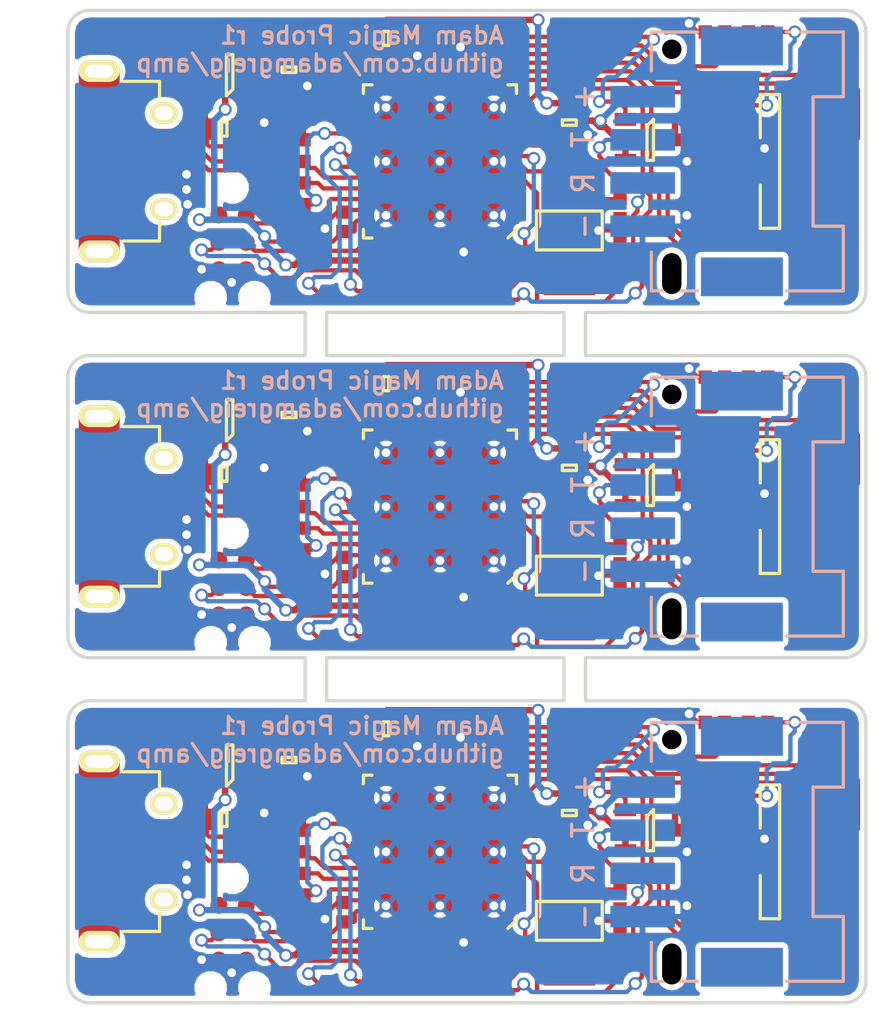
<source format=kicad_pcb>
(kicad_pcb (version 4) (host pcbnew 0.201512311516+6410~40~ubuntu14.04.1-stable)
  (layers (0 F.Cu signal) (31 B.Cu signal) (34 B.Paste user) (35 F.Paste user) (36 B.SilkS user) (37 F.SilkS user) (38 B.Mask user) (39 F.Mask user) (44 Edge.Cuts user))
  (net 0 "")
  (net 1 VDD)
  (net 2 GND)
  (net 3 "Net-(C7-Pad2)")
  (net 4 "Net-(C8-Pad2)")
  (net 5 "Net-(C9-Pad2)")
  (net 6 5v)
  (net 7 /NRST)
  (net 8 /RST)
  (net 9 /TDI)
  (net 10 /TMS)
  (net 11 /TCK)
  (net 12 /TDO)
  (net 13 "Net-(IC1-Pad19)")
  (net 14 /VBUS)
  (net 15 "Net-(IC1-Pad29)")
  (net 16 /TXD)
  (net 17 /RXD)
  (net 18 /SWDIO)
  (net 19 /SWCLK)
  (net 20 /USB_D-)
  (net 21 /USB_D+)
  (net 22 /TPWR)
  (net 23 /STM32_D-)
  (net 24 /STM32_D+)
  (module agg:0603 (layer F.Cu) (at 114.75 94.3 180)
    (fp_text reference C1)
    (fp_text value 4µ7)
    (pad 1 smd rect (at -0.8 0 180) (size 0.95 1) (layers F.Cu F.Paste F.Mask) (net 2 GND))
    (pad 2 smd rect (at 0.8 0 180) (size 0.95 1) (layers F.Cu F.Paste F.Mask) (net 1 VDD))
  )
  (module agg:0603 (layer F.Cu) (at 114.75 110.3 180)
    (fp_text reference C1)
    (fp_text value 4µ7)
    (pad 1 smd rect (at -0.8 0 180) (size 0.95 1) (layers F.Cu F.Paste F.Mask) (net 2 GND))
    (pad 2 smd rect (at 0.8 0 180) (size 0.95 1) (layers F.Cu F.Paste F.Mask) (net 1 VDD))
  )
  (module agg:0603 (layer F.Cu) (at 114.75 126.3 180)
    (fp_text reference C1)
    (fp_text value 4µ7)
    (pad 1 smd rect (at -0.8 0 180) (size 0.95 1) (layers F.Cu F.Paste F.Mask) (net 2 GND))
    (pad 2 smd rect (at 0.8 0 180) (size 0.95 1) (layers F.Cu F.Paste F.Mask) (net 1 VDD))
  )
  (module agg:0603 (layer F.Cu) (at 123.25 98.2 90)
    (fp_text reference C2)
    (fp_text value 1µ)
    (pad 1 smd rect (at -0.8 0 90) (size 0.95 1) (layers F.Cu F.Paste F.Mask) (net 2 GND))
    (pad 2 smd rect (at 0.8 0 90) (size 0.95 1) (layers F.Cu F.Paste F.Mask) (net 1 VDD))
  )
  (module agg:0603 (layer F.Cu) (at 123.25 114.2 90)
    (fp_text reference C2)
    (fp_text value 1µ)
    (pad 1 smd rect (at -0.8 0 90) (size 0.95 1) (layers F.Cu F.Paste F.Mask) (net 2 GND))
    (pad 2 smd rect (at 0.8 0 90) (size 0.95 1) (layers F.Cu F.Paste F.Mask) (net 1 VDD))
  )
  (module agg:0603 (layer F.Cu) (at 123.25 130.2 90)
    (fp_text reference C2)
    (fp_text value 1µ)
    (pad 1 smd rect (at -0.8 0 90) (size 0.95 1) (layers F.Cu F.Paste F.Mask) (net 2 GND))
    (pad 2 smd rect (at 0.8 0 90) (size 0.95 1) (layers F.Cu F.Paste F.Mask) (net 1 VDD))
  )
  (module agg:0402 (layer F.Cu) (at 114.75 95.5 180)
    (fp_text reference C3)
    (fp_text value 100n)
    (pad 1 smd rect (at -0.45 0 180) (size 0.62 0.62) (layers F.Cu F.Paste F.Mask) (net 2 GND))
    (pad 2 smd rect (at 0.45 0 180) (size 0.62 0.62) (layers F.Cu F.Paste F.Mask) (net 1 VDD))
  )
  (module agg:0402 (layer F.Cu) (at 114.75 111.5 180)
    (fp_text reference C3)
    (fp_text value 100n)
    (pad 1 smd rect (at -0.45 0 180) (size 0.62 0.62) (layers F.Cu F.Paste F.Mask) (net 2 GND))
    (pad 2 smd rect (at 0.45 0 180) (size 0.62 0.62) (layers F.Cu F.Paste F.Mask) (net 1 VDD))
  )
  (module agg:0402 (layer F.Cu) (at 114.75 127.5 180)
    (fp_text reference C3)
    (fp_text value 100n)
    (pad 1 smd rect (at -0.45 0 180) (size 0.62 0.62) (layers F.Cu F.Paste F.Mask) (net 2 GND))
    (pad 2 smd rect (at 0.45 0 180) (size 0.62 0.62) (layers F.Cu F.Paste F.Mask) (net 1 VDD))
  )
  (module agg:0402 (layer F.Cu) (at 119.75 104.5)
    (fp_text reference C4)
    (fp_text value 100n)
    (pad 1 smd rect (at -0.45 0) (size 0.62 0.62) (layers F.Cu F.Paste F.Mask) (net 2 GND))
    (pad 2 smd rect (at 0.45 0) (size 0.62 0.62) (layers F.Cu F.Paste F.Mask) (net 1 VDD))
  )
  (module agg:0402 (layer F.Cu) (at 119.75 120.5)
    (fp_text reference C4)
    (fp_text value 100n)
    (pad 1 smd rect (at -0.45 0) (size 0.62 0.62) (layers F.Cu F.Paste F.Mask) (net 2 GND))
    (pad 2 smd rect (at 0.45 0) (size 0.62 0.62) (layers F.Cu F.Paste F.Mask) (net 1 VDD))
  )
  (module agg:0402 (layer F.Cu) (at 119.75 136.5)
    (fp_text reference C4)
    (fp_text value 100n)
    (pad 1 smd rect (at -0.45 0) (size 0.62 0.62) (layers F.Cu F.Paste F.Mask) (net 2 GND))
    (pad 2 smd rect (at 0.45 0) (size 0.62 0.62) (layers F.Cu F.Paste F.Mask) (net 1 VDD))
  )
  (module agg:0402 (layer F.Cu) (at 112.75 102.8 270)
    (fp_text reference C5)
    (fp_text value 100n)
    (pad 1 smd rect (at -0.45 0 270) (size 0.62 0.62) (layers F.Cu F.Paste F.Mask) (net 2 GND))
    (pad 2 smd rect (at 0.45 0 270) (size 0.62 0.62) (layers F.Cu F.Paste F.Mask) (net 1 VDD))
  )
  (module agg:0402 (layer F.Cu) (at 112.75 118.8 270)
    (fp_text reference C5)
    (fp_text value 100n)
    (pad 1 smd rect (at -0.45 0 270) (size 0.62 0.62) (layers F.Cu F.Paste F.Mask) (net 2 GND))
    (pad 2 smd rect (at 0.45 0 270) (size 0.62 0.62) (layers F.Cu F.Paste F.Mask) (net 1 VDD))
  )
  (module agg:0402 (layer F.Cu) (at 112.75 134.8 270)
    (fp_text reference C5)
    (fp_text value 100n)
    (pad 1 smd rect (at -0.45 0 270) (size 0.62 0.62) (layers F.Cu F.Paste F.Mask) (net 2 GND))
    (pad 2 smd rect (at 0.45 0 270) (size 0.62 0.62) (layers F.Cu F.Paste F.Mask) (net 1 VDD))
  )
  (module agg:0402 (layer F.Cu) (at 121.8 98.6 90)
    (fp_text reference C6)
    (fp_text value 10n)
    (pad 1 smd rect (at -0.45 0 90) (size 0.62 0.62) (layers F.Cu F.Paste F.Mask) (net 2 GND))
    (pad 2 smd rect (at 0.45 0 90) (size 0.62 0.62) (layers F.Cu F.Paste F.Mask) (net 1 VDD))
  )
  (module agg:0402 (layer F.Cu) (at 121.8 114.6 90)
    (fp_text reference C6)
    (fp_text value 10n)
    (pad 1 smd rect (at -0.45 0 90) (size 0.62 0.62) (layers F.Cu F.Paste F.Mask) (net 2 GND))
    (pad 2 smd rect (at 0.45 0 90) (size 0.62 0.62) (layers F.Cu F.Paste F.Mask) (net 1 VDD))
  )
  (module agg:0402 (layer F.Cu) (at 121.8 130.6 90)
    (fp_text reference C6)
    (fp_text value 10n)
    (pad 1 smd rect (at -0.45 0 90) (size 0.62 0.62) (layers F.Cu F.Paste F.Mask) (net 2 GND))
    (pad 2 smd rect (at 0.45 0 90) (size 0.62 0.62) (layers F.Cu F.Paste F.Mask) (net 1 VDD))
  )
  (module agg:0402 (layer F.Cu) (at 125.6 104.2 270)
    (fp_text reference C7)
    (fp_text value 15p)
    (pad 1 smd rect (at -0.45 0 270) (size 0.62 0.62) (layers F.Cu F.Paste F.Mask) (net 2 GND))
    (pad 2 smd rect (at 0.45 0 270) (size 0.62 0.62) (layers F.Cu F.Paste F.Mask) (net 3 "Net-(C7-Pad2)"))
  )
  (module agg:0402 (layer F.Cu) (at 125.6 120.2 270)
    (fp_text reference C7)
    (fp_text value 15p)
    (pad 1 smd rect (at -0.45 0 270) (size 0.62 0.62) (layers F.Cu F.Paste F.Mask) (net 2 GND))
    (pad 2 smd rect (at 0.45 0 270) (size 0.62 0.62) (layers F.Cu F.Paste F.Mask) (net 3 "Net-(C7-Pad2)"))
  )
  (module agg:0402 (layer F.Cu) (at 125.6 136.2 270)
    (fp_text reference C7)
    (fp_text value 15p)
    (pad 1 smd rect (at -0.45 0 270) (size 0.62 0.62) (layers F.Cu F.Paste F.Mask) (net 2 GND))
    (pad 2 smd rect (at 0.45 0 270) (size 0.62 0.62) (layers F.Cu F.Paste F.Mask) (net 3 "Net-(C7-Pad2)"))
  )
  (module agg:0402 (layer F.Cu) (at 117.5 95.1 270)
    (fp_text reference C8)
    (fp_text value 100n)
    (pad 1 smd rect (at -0.45 0 270) (size 0.62 0.62) (layers F.Cu F.Paste F.Mask) (net 2 GND))
    (pad 2 smd rect (at 0.45 0 270) (size 0.62 0.62) (layers F.Cu F.Paste F.Mask) (net 4 "Net-(C8-Pad2)"))
  )
  (module agg:0402 (layer F.Cu) (at 117.5 111.1 270)
    (fp_text reference C8)
    (fp_text value 100n)
    (pad 1 smd rect (at -0.45 0 270) (size 0.62 0.62) (layers F.Cu F.Paste F.Mask) (net 2 GND))
    (pad 2 smd rect (at 0.45 0 270) (size 0.62 0.62) (layers F.Cu F.Paste F.Mask) (net 4 "Net-(C8-Pad2)"))
  )
  (module agg:0402 (layer F.Cu) (at 117.5 127.1 270)
    (fp_text reference C8)
    (fp_text value 100n)
    (pad 1 smd rect (at -0.45 0 270) (size 0.62 0.62) (layers F.Cu F.Paste F.Mask) (net 2 GND))
    (pad 2 smd rect (at 0.45 0 270) (size 0.62 0.62) (layers F.Cu F.Paste F.Mask) (net 4 "Net-(C8-Pad2)"))
  )
  (module agg:0402 (layer F.Cu) (at 125.6 102.2 90)
    (fp_text reference C9)
    (fp_text value 15p)
    (pad 1 smd rect (at -0.45 0 90) (size 0.62 0.62) (layers F.Cu F.Paste F.Mask) (net 2 GND))
    (pad 2 smd rect (at 0.45 0 90) (size 0.62 0.62) (layers F.Cu F.Paste F.Mask) (net 5 "Net-(C9-Pad2)"))
  )
  (module agg:0402 (layer F.Cu) (at 125.6 118.2 90)
    (fp_text reference C9)
    (fp_text value 15p)
    (pad 1 smd rect (at -0.45 0 90) (size 0.62 0.62) (layers F.Cu F.Paste F.Mask) (net 2 GND))
    (pad 2 smd rect (at 0.45 0 90) (size 0.62 0.62) (layers F.Cu F.Paste F.Mask) (net 5 "Net-(C9-Pad2)"))
  )
  (module agg:0402 (layer F.Cu) (at 125.6 134.2 90)
    (fp_text reference C9)
    (fp_text value 15p)
    (pad 1 smd rect (at -0.45 0 90) (size 0.62 0.62) (layers F.Cu F.Paste F.Mask) (net 2 GND))
    (pad 2 smd rect (at 0.45 0 90) (size 0.62 0.62) (layers F.Cu F.Paste F.Mask) (net 5 "Net-(C9-Pad2)"))
  )
  (module agg:0603 (layer F.Cu) (at 107.25 98.5 180)
    (fp_text reference C10)
    (fp_text value 1µ)
    (pad 1 smd rect (at -0.8 0 180) (size 0.95 1) (layers F.Cu F.Paste F.Mask) (net 2 GND))
    (pad 2 smd rect (at 0.8 0 180) (size 0.95 1) (layers F.Cu F.Paste F.Mask) (net 6 5v))
  )
  (module agg:0603 (layer F.Cu) (at 107.25 114.5 180)
    (fp_text reference C10)
    (fp_text value 1µ)
    (pad 1 smd rect (at -0.8 0 180) (size 0.95 1) (layers F.Cu F.Paste F.Mask) (net 2 GND))
    (pad 2 smd rect (at 0.8 0 180) (size 0.95 1) (layers F.Cu F.Paste F.Mask) (net 6 5v))
  )
  (module agg:0603 (layer F.Cu) (at 107.25 130.5 180)
    (fp_text reference C10)
    (fp_text value 1µ)
    (pad 1 smd rect (at -0.8 0 180) (size 0.95 1) (layers F.Cu F.Paste F.Mask) (net 2 GND))
    (pad 2 smd rect (at 0.8 0 180) (size 0.95 1) (layers F.Cu F.Paste F.Mask) (net 6 5v))
  )
  (module agg:SOT-23 (layer F.Cu) (at 107.5 96 180)
    (fp_text reference IC2)
    (fp_text value MCP1700)
    (pad 1 smd rect (at -1.15 -0.95 180) (size 1 0.6) (layers F.Cu F.Paste F.Mask) (net 2 GND))
    (pad 2 smd rect (at -1.15 0.95 180) (size 1 0.6) (layers F.Cu F.Paste F.Mask) (net 1 VDD))
    (pad 3 smd rect (at 1.15 0 180) (size 1 0.6) (layers F.Cu F.Paste F.Mask) (net 6 5v))
  )
  (module agg:SOT-23 (layer F.Cu) (at 107.5 112 180)
    (fp_text reference IC2)
    (fp_text value MCP1700)
    (pad 1 smd rect (at -1.15 -0.95 180) (size 1 0.6) (layers F.Cu F.Paste F.Mask) (net 2 GND))
    (pad 2 smd rect (at -1.15 0.95 180) (size 1 0.6) (layers F.Cu F.Paste F.Mask) (net 1 VDD))
    (pad 3 smd rect (at 1.15 0 180) (size 1 0.6) (layers F.Cu F.Paste F.Mask) (net 6 5v))
  )
  (module agg:SOT-23 (layer F.Cu) (at 107.5 128 180)
    (fp_text reference IC2)
    (fp_text value MCP1700)
    (pad 1 smd rect (at -1.15 -0.95 180) (size 1 0.6) (layers F.Cu F.Paste F.Mask) (net 2 GND))
    (pad 2 smd rect (at -1.15 0.95 180) (size 1 0.6) (layers F.Cu F.Paste F.Mask) (net 1 VDD))
    (pad 3 smd rect (at 1.15 0 180) (size 1 0.6) (layers F.Cu F.Paste F.Mask) (net 6 5v))
  )
  (module agg:TC2030-NL (layer F.Cu) (at 107.64 103.75 270)
    (fp_text reference P1)
    (fp_text value SWD_TC)
    (pad 1 smd circle (at -1.27 0.64 270) (size 0.787 0.787) (layers F.Cu F.Mask) (net 1 VDD))
    (pad 2 smd circle (at -1.27 -0.63 270) (size 0.787 0.787) (layers F.Cu F.Mask) (net 18 /SWDIO))
    (pad 3 smd circle (at 0 0.64 270) (size 0.787 0.787) (layers F.Cu F.Mask) (net 7 /NRST))
    (pad 4 smd circle (at 0 -0.63 270) (size 0.787 0.787) (layers F.Cu F.Mask) (net 19 /SWCLK))
    (pad 5 smd circle (at 1.27 0.64 270) (size 0.787 0.787) (layers F.Cu F.Mask) (net 2 GND))
    (pad 6 smd circle (at 1.27 -0.63 270) (size 0.787 0.787) (layers F.Cu F.Mask))
    (pad ~ np_thru_hole circle (at -2.54 0.005 270) (size 1 1) (drill 1) (layers *.Cu *.Mask F.SilkS))
    (pad ~ np_thru_hole circle (at 2.54 1.021 270) (size 1 1) (drill 1) (layers *.Cu *.Mask F.SilkS))
    (pad ~ np_thru_hole circle (at 2.54 -1.011 270) (size 1 1) (drill 1) (layers *.Cu *.Mask F.SilkS))
  )
  (module agg:TC2030-NL (layer F.Cu) (at 107.64 119.75 270)
    (fp_text reference P1)
    (fp_text value SWD_TC)
    (pad 1 smd circle (at -1.27 0.64 270) (size 0.787 0.787) (layers F.Cu F.Mask) (net 1 VDD))
    (pad 2 smd circle (at -1.27 -0.63 270) (size 0.787 0.787) (layers F.Cu F.Mask) (net 18 /SWDIO))
    (pad 3 smd circle (at 0 0.64 270) (size 0.787 0.787) (layers F.Cu F.Mask) (net 7 /NRST))
    (pad 4 smd circle (at 0 -0.63 270) (size 0.787 0.787) (layers F.Cu F.Mask) (net 19 /SWCLK))
    (pad 5 smd circle (at 1.27 0.64 270) (size 0.787 0.787) (layers F.Cu F.Mask) (net 2 GND))
    (pad 6 smd circle (at 1.27 -0.63 270) (size 0.787 0.787) (layers F.Cu F.Mask))
    (pad ~ np_thru_hole circle (at -2.54 0.005 270) (size 1 1) (drill 1) (layers *.Cu *.Mask F.SilkS))
    (pad ~ np_thru_hole circle (at 2.54 1.021 270) (size 1 1) (drill 1) (layers *.Cu *.Mask F.SilkS))
    (pad ~ np_thru_hole circle (at 2.54 -1.011 270) (size 1 1) (drill 1) (layers *.Cu *.Mask F.SilkS))
  )
  (module agg:TC2030-NL (layer F.Cu) (at 107.64 135.75 270)
    (fp_text reference P1)
    (fp_text value SWD_TC)
    (pad 1 smd circle (at -1.27 0.64 270) (size 0.787 0.787) (layers F.Cu F.Mask) (net 1 VDD))
    (pad 2 smd circle (at -1.27 -0.63 270) (size 0.787 0.787) (layers F.Cu F.Mask) (net 18 /SWDIO))
    (pad 3 smd circle (at 0 0.64 270) (size 0.787 0.787) (layers F.Cu F.Mask) (net 7 /NRST))
    (pad 4 smd circle (at 0 -0.63 270) (size 0.787 0.787) (layers F.Cu F.Mask) (net 19 /SWCLK))
    (pad 5 smd circle (at 1.27 0.64 270) (size 0.787 0.787) (layers F.Cu F.Mask) (net 2 GND))
    (pad 6 smd circle (at 1.27 -0.63 270) (size 0.787 0.787) (layers F.Cu F.Mask))
    (pad ~ np_thru_hole circle (at -2.54 0.005 270) (size 1 1) (drill 1) (layers *.Cu *.Mask F.SilkS))
    (pad ~ np_thru_hole circle (at 2.54 1.021 270) (size 1 1) (drill 1) (layers *.Cu *.Mask F.SilkS))
    (pad ~ np_thru_hole circle (at 2.54 -1.011 270) (size 1 1) (drill 1) (layers *.Cu *.Mask F.SilkS))
  )
  (module agg:SOT-23 (layer F.Cu) (at 127 99)
    (fp_text reference Q1)
    (fp_text value FDV304P)
    (pad 1 smd rect (at -1.15 -0.95) (size 1 0.6) (layers F.Cu F.Paste F.Mask) (net 13 "Net-(IC1-Pad19)"))
    (pad 2 smd rect (at -1.15 0.95) (size 1 0.6) (layers F.Cu F.Paste F.Mask) (net 1 VDD))
    (pad 3 smd rect (at 1.15 0) (size 1 0.6) (layers F.Cu F.Paste F.Mask) (net 22 /TPWR))
  )
  (module agg:SOT-23 (layer F.Cu) (at 127 115)
    (fp_text reference Q1)
    (fp_text value FDV304P)
    (pad 1 smd rect (at -1.15 -0.95) (size 1 0.6) (layers F.Cu F.Paste F.Mask) (net 13 "Net-(IC1-Pad19)"))
    (pad 2 smd rect (at -1.15 0.95) (size 1 0.6) (layers F.Cu F.Paste F.Mask) (net 1 VDD))
    (pad 3 smd rect (at 1.15 0) (size 1 0.6) (layers F.Cu F.Paste F.Mask) (net 22 /TPWR))
  )
  (module agg:SOT-23 (layer F.Cu) (at 127 131)
    (fp_text reference Q1)
    (fp_text value FDV304P)
    (pad 1 smd rect (at -1.15 -0.95) (size 1 0.6) (layers F.Cu F.Paste F.Mask) (net 13 "Net-(IC1-Pad19)"))
    (pad 2 smd rect (at -1.15 0.95) (size 1 0.6) (layers F.Cu F.Paste F.Mask) (net 1 VDD))
    (pad 3 smd rect (at 1.15 0) (size 1 0.6) (layers F.Cu F.Paste F.Mask) (net 22 /TPWR))
  )
  (module agg:0402 (layer F.Cu) (at 110.5 99 180)
    (fp_text reference R1)
    (fp_text value 4k7)
    (pad 1 smd rect (at -0.45 0 180) (size 0.62 0.62) (layers F.Cu F.Paste F.Mask) (net 14 /VBUS))
    (pad 2 smd rect (at 0.45 0 180) (size 0.62 0.62) (layers F.Cu F.Paste F.Mask) (net 6 5v))
  )
  (module agg:0402 (layer F.Cu) (at 110.5 115 180)
    (fp_text reference R1)
    (fp_text value 4k7)
    (pad 1 smd rect (at -0.45 0 180) (size 0.62 0.62) (layers F.Cu F.Paste F.Mask) (net 14 /VBUS))
    (pad 2 smd rect (at 0.45 0 180) (size 0.62 0.62) (layers F.Cu F.Paste F.Mask) (net 6 5v))
  )
  (module agg:0402 (layer F.Cu) (at 110.5 131 180)
    (fp_text reference R1)
    (fp_text value 4k7)
    (pad 1 smd rect (at -0.45 0 180) (size 0.62 0.62) (layers F.Cu F.Paste F.Mask) (net 14 /VBUS))
    (pad 2 smd rect (at 0.45 0 180) (size 0.62 0.62) (layers F.Cu F.Paste F.Mask) (net 6 5v))
  )
  (module agg:0402 (layer F.Cu) (at 110.5 98)
    (fp_text reference R2)
    (fp_text value 10k)
    (pad 1 smd rect (at -0.45 0) (size 0.62 0.62) (layers F.Cu F.Paste F.Mask) (net 2 GND))
    (pad 2 smd rect (at 0.45 0) (size 0.62 0.62) (layers F.Cu F.Paste F.Mask) (net 14 /VBUS))
  )
  (module agg:0402 (layer F.Cu) (at 110.5 114)
    (fp_text reference R2)
    (fp_text value 10k)
    (pad 1 smd rect (at -0.45 0) (size 0.62 0.62) (layers F.Cu F.Paste F.Mask) (net 2 GND))
    (pad 2 smd rect (at 0.45 0) (size 0.62 0.62) (layers F.Cu F.Paste F.Mask) (net 14 /VBUS))
  )
  (module agg:0402 (layer F.Cu) (at 110.5 130)
    (fp_text reference R2)
    (fp_text value 10k)
    (pad 1 smd rect (at -0.45 0) (size 0.62 0.62) (layers F.Cu F.Paste F.Mask) (net 2 GND))
    (pad 2 smd rect (at 0.45 0) (size 0.62 0.62) (layers F.Cu F.Paste F.Mask) (net 14 /VBUS))
  )
  (module agg:0402 (layer F.Cu) (at 110.5 102 180)
    (fp_text reference R3)
    (fp_text value 1k5)
    (pad 1 smd rect (at -0.45 0 180) (size 0.62 0.62) (layers F.Cu F.Paste F.Mask) (net 15 "Net-(IC1-Pad29)"))
    (pad 2 smd rect (at 0.45 0 180) (size 0.62 0.62) (layers F.Cu F.Paste F.Mask) (net 21 /USB_D+))
  )
  (module agg:0402 (layer F.Cu) (at 110.5 118 180)
    (fp_text reference R3)
    (fp_text value 1k5)
    (pad 1 smd rect (at -0.45 0 180) (size 0.62 0.62) (layers F.Cu F.Paste F.Mask) (net 15 "Net-(IC1-Pad29)"))
    (pad 2 smd rect (at 0.45 0 180) (size 0.62 0.62) (layers F.Cu F.Paste F.Mask) (net 21 /USB_D+))
  )
  (module agg:0402 (layer F.Cu) (at 110.5 134 180)
    (fp_text reference R3)
    (fp_text value 1k5)
    (pad 1 smd rect (at -0.45 0 180) (size 0.62 0.62) (layers F.Cu F.Paste F.Mask) (net 15 "Net-(IC1-Pad29)"))
    (pad 2 smd rect (at 0.45 0 180) (size 0.62 0.62) (layers F.Cu F.Paste F.Mask) (net 21 /USB_D+))
  )
  (module agg:0402 (layer F.Cu) (at 110.5 100 180)
    (fp_text reference R4)
    (fp_text value 22)
    (pad 1 smd rect (at -0.45 0 180) (size 0.62 0.62) (layers F.Cu F.Paste F.Mask) (net 23 /STM32_D-))
    (pad 2 smd rect (at 0.45 0 180) (size 0.62 0.62) (layers F.Cu F.Paste F.Mask) (net 20 /USB_D-))
  )
  (module agg:0402 (layer F.Cu) (at 110.5 116 180)
    (fp_text reference R4)
    (fp_text value 22)
    (pad 1 smd rect (at -0.45 0 180) (size 0.62 0.62) (layers F.Cu F.Paste F.Mask) (net 23 /STM32_D-))
    (pad 2 smd rect (at 0.45 0 180) (size 0.62 0.62) (layers F.Cu F.Paste F.Mask) (net 20 /USB_D-))
  )
  (module agg:0402 (layer F.Cu) (at 110.5 132 180)
    (fp_text reference R4)
    (fp_text value 22)
    (pad 1 smd rect (at -0.45 0 180) (size 0.62 0.62) (layers F.Cu F.Paste F.Mask) (net 23 /STM32_D-))
    (pad 2 smd rect (at 0.45 0 180) (size 0.62 0.62) (layers F.Cu F.Paste F.Mask) (net 20 /USB_D-))
  )
  (module agg:0402 (layer F.Cu) (at 110.5 101 180)
    (fp_text reference R5)
    (fp_text value 22)
    (pad 1 smd rect (at -0.45 0 180) (size 0.62 0.62) (layers F.Cu F.Paste F.Mask) (net 24 /STM32_D+))
    (pad 2 smd rect (at 0.45 0 180) (size 0.62 0.62) (layers F.Cu F.Paste F.Mask) (net 21 /USB_D+))
  )
  (module agg:0402 (layer F.Cu) (at 110.5 117 180)
    (fp_text reference R5)
    (fp_text value 22)
    (pad 1 smd rect (at -0.45 0 180) (size 0.62 0.62) (layers F.Cu F.Paste F.Mask) (net 24 /STM32_D+))
    (pad 2 smd rect (at 0.45 0 180) (size 0.62 0.62) (layers F.Cu F.Paste F.Mask) (net 21 /USB_D+))
  )
  (module agg:0402 (layer F.Cu) (at 110.5 133 180)
    (fp_text reference R5)
    (fp_text value 22)
    (pad 1 smd rect (at -0.45 0 180) (size 0.62 0.62) (layers F.Cu F.Paste F.Mask) (net 24 /STM32_D+))
    (pad 2 smd rect (at 0.45 0 180) (size 0.62 0.62) (layers F.Cu F.Paste F.Mask) (net 21 /USB_D+))
  )
  (module agg:0402 (layer F.Cu) (at 132 94)
    (fp_text reference R6)
    (fp_text value 4k7)
    (pad 1 smd rect (at -0.45 0) (size 0.62 0.62) (layers F.Cu F.Paste F.Mask) (net 4 "Net-(C8-Pad2)"))
    (pad 2 smd rect (at 0.45 0) (size 0.62 0.62) (layers F.Cu F.Paste F.Mask) (net 22 /TPWR))
  )
  (module agg:0402 (layer F.Cu) (at 132 110)
    (fp_text reference R6)
    (fp_text value 4k7)
    (pad 1 smd rect (at -0.45 0) (size 0.62 0.62) (layers F.Cu F.Paste F.Mask) (net 4 "Net-(C8-Pad2)"))
    (pad 2 smd rect (at 0.45 0) (size 0.62 0.62) (layers F.Cu F.Paste F.Mask) (net 22 /TPWR))
  )
  (module agg:0402 (layer F.Cu) (at 132 126)
    (fp_text reference R6)
    (fp_text value 4k7)
    (pad 1 smd rect (at -0.45 0) (size 0.62 0.62) (layers F.Cu F.Paste F.Mask) (net 4 "Net-(C8-Pad2)"))
    (pad 2 smd rect (at 0.45 0) (size 0.62 0.62) (layers F.Cu F.Paste F.Mask) (net 22 /TPWR))
  )
  (module agg:0402 (layer F.Cu) (at 130 94)
    (fp_text reference R7)
    (fp_text value 10k)
    (pad 1 smd rect (at -0.45 0) (size 0.62 0.62) (layers F.Cu F.Paste F.Mask) (net 2 GND))
    (pad 2 smd rect (at 0.45 0) (size 0.62 0.62) (layers F.Cu F.Paste F.Mask) (net 4 "Net-(C8-Pad2)"))
  )
  (module agg:0402 (layer F.Cu) (at 130 110)
    (fp_text reference R7)
    (fp_text value 10k)
    (pad 1 smd rect (at -0.45 0) (size 0.62 0.62) (layers F.Cu F.Paste F.Mask) (net 2 GND))
    (pad 2 smd rect (at 0.45 0) (size 0.62 0.62) (layers F.Cu F.Paste F.Mask) (net 4 "Net-(C8-Pad2)"))
  )
  (module agg:0402 (layer F.Cu) (at 130 126)
    (fp_text reference R7)
    (fp_text value 10k)
    (pad 1 smd rect (at -0.45 0) (size 0.62 0.62) (layers F.Cu F.Paste F.Mask) (net 2 GND))
    (pad 2 smd rect (at 0.45 0) (size 0.62 0.62) (layers F.Cu F.Paste F.Mask) (net 4 "Net-(C8-Pad2)"))
  )
  (module agg:XTAL-50x32 (layer F.Cu) (at 123.25 103.2 90)
    (fp_text reference Y1)
    (fp_text value 8MHz)
    (pad 1 smd rect (at -2.05 0 90) (size 1.9 2.4) (layers F.Cu F.Paste F.Mask) (net 3 "Net-(C7-Pad2)"))
    (pad 2 smd rect (at 2.05 0 90) (size 1.9 2.4) (layers F.Cu F.Paste F.Mask) (net 5 "Net-(C9-Pad2)"))
  )
  (module agg:XTAL-50x32 (layer F.Cu) (at 123.25 119.2 90)
    (fp_text reference Y1)
    (fp_text value 8MHz)
    (pad 1 smd rect (at -2.05 0 90) (size 1.9 2.4) (layers F.Cu F.Paste F.Mask) (net 3 "Net-(C7-Pad2)"))
    (pad 2 smd rect (at 2.05 0 90) (size 1.9 2.4) (layers F.Cu F.Paste F.Mask) (net 5 "Net-(C9-Pad2)"))
  )
  (module agg:XTAL-50x32 (layer F.Cu) (at 123.25 135.2 90)
    (fp_text reference Y1)
    (fp_text value 8MHz)
    (pad 1 smd rect (at -2.05 0 90) (size 1.9 2.4) (layers F.Cu F.Paste F.Mask) (net 3 "Net-(C7-Pad2)"))
    (pad 2 smd rect (at 2.05 0 90) (size 1.9 2.4) (layers F.Cu F.Paste F.Mask) (net 5 "Net-(C9-Pad2)"))
  )
  (module agg:0603 (layer F.Cu) (at 110.25 95.75 90)
    (fp_text reference C11)
    (fp_text value 1µ)
    (pad 1 smd rect (at -0.8 0 90) (size 0.95 1) (layers F.Cu F.Paste F.Mask) (net 2 GND))
    (pad 2 smd rect (at 0.8 0 90) (size 0.95 1) (layers F.Cu F.Paste F.Mask) (net 1 VDD))
  )
  (module agg:0603 (layer F.Cu) (at 110.25 111.75 90)
    (fp_text reference C11)
    (fp_text value 1µ)
    (pad 1 smd rect (at -0.8 0 90) (size 0.95 1) (layers F.Cu F.Paste F.Mask) (net 2 GND))
    (pad 2 smd rect (at 0.8 0 90) (size 0.95 1) (layers F.Cu F.Paste F.Mask) (net 1 VDD))
  )
  (module agg:0603 (layer F.Cu) (at 110.25 127.75 90)
    (fp_text reference C11)
    (fp_text value 1µ)
    (pad 1 smd rect (at -0.8 0 90) (size 0.95 1) (layers F.Cu F.Paste F.Mask) (net 2 GND))
    (pad 2 smd rect (at 0.8 0 90) (size 0.95 1) (layers F.Cu F.Paste F.Mask) (net 1 VDD))
  )
  (module agg:FTSH-105-01-L-DV-K (layer F.Cu) (at 132.5 100 270)
    (fp_text reference P2)
    (fp_text value SWD)
    (pad 1 smd rect (at -2.54 2.035 270) (size 0.74 2.79) (layers F.Cu F.Paste F.Mask) (net 22 /TPWR))
    (pad 2 smd rect (at -2.54 -2.035 270) (size 0.74 2.79) (layers F.Cu F.Paste F.Mask) (net 10 /TMS))
    (pad 3 smd rect (at -1.27 2.035 270) (size 0.74 2.79) (layers F.Cu F.Paste F.Mask) (net 2 GND))
    (pad 4 smd rect (at -1.27 -2.035 270) (size 0.74 2.79) (layers F.Cu F.Paste F.Mask) (net 11 /TCK))
    (pad 5 smd rect (at 0 2.035 270) (size 0.74 2.79) (layers F.Cu F.Paste F.Mask) (net 2 GND))
    (pad 6 smd rect (at 0 -2.035 270) (size 0.74 2.79) (layers F.Cu F.Paste F.Mask) (net 12 /TDO))
    (pad 7 smd rect (at 1.27 2.035 270) (size 0.74 2.79) (layers F.Cu F.Paste F.Mask))
    (pad 8 smd rect (at 1.27 -2.035 270) (size 0.74 2.79) (layers F.Cu F.Paste F.Mask) (net 9 /TDI))
    (pad 9 smd rect (at 2.54 2.035 270) (size 0.74 2.79) (layers F.Cu F.Paste F.Mask) (net 2 GND))
    (pad 10 smd rect (at 2.54 -2.035 270) (size 0.74 2.79) (layers F.Cu F.Paste F.Mask) (net 8 /RST))
  )
  (module agg:FTSH-105-01-L-DV-K (layer F.Cu) (at 132.5 116 270)
    (fp_text reference P2)
    (fp_text value SWD)
    (pad 1 smd rect (at -2.54 2.035 270) (size 0.74 2.79) (layers F.Cu F.Paste F.Mask) (net 22 /TPWR))
    (pad 2 smd rect (at -2.54 -2.035 270) (size 0.74 2.79) (layers F.Cu F.Paste F.Mask) (net 10 /TMS))
    (pad 3 smd rect (at -1.27 2.035 270) (size 0.74 2.79) (layers F.Cu F.Paste F.Mask) (net 2 GND))
    (pad 4 smd rect (at -1.27 -2.035 270) (size 0.74 2.79) (layers F.Cu F.Paste F.Mask) (net 11 /TCK))
    (pad 5 smd rect (at 0 2.035 270) (size 0.74 2.79) (layers F.Cu F.Paste F.Mask) (net 2 GND))
    (pad 6 smd rect (at 0 -2.035 270) (size 0.74 2.79) (layers F.Cu F.Paste F.Mask) (net 12 /TDO))
    (pad 7 smd rect (at 1.27 2.035 270) (size 0.74 2.79) (layers F.Cu F.Paste F.Mask))
    (pad 8 smd rect (at 1.27 -2.035 270) (size 0.74 2.79) (layers F.Cu F.Paste F.Mask) (net 9 /TDI))
    (pad 9 smd rect (at 2.54 2.035 270) (size 0.74 2.79) (layers F.Cu F.Paste F.Mask) (net 2 GND))
    (pad 10 smd rect (at 2.54 -2.035 270) (size 0.74 2.79) (layers F.Cu F.Paste F.Mask) (net 8 /RST))
  )
  (module agg:FTSH-105-01-L-DV-K (layer F.Cu) (at 132.5 132 270)
    (fp_text reference P2)
    (fp_text value SWD)
    (pad 1 smd rect (at -2.54 2.035 270) (size 0.74 2.79) (layers F.Cu F.Paste F.Mask) (net 22 /TPWR))
    (pad 2 smd rect (at -2.54 -2.035 270) (size 0.74 2.79) (layers F.Cu F.Paste F.Mask) (net 10 /TMS))
    (pad 3 smd rect (at -1.27 2.035 270) (size 0.74 2.79) (layers F.Cu F.Paste F.Mask) (net 2 GND))
    (pad 4 smd rect (at -1.27 -2.035 270) (size 0.74 2.79) (layers F.Cu F.Paste F.Mask) (net 11 /TCK))
    (pad 5 smd rect (at 0 2.035 270) (size 0.74 2.79) (layers F.Cu F.Paste F.Mask) (net 2 GND))
    (pad 6 smd rect (at 0 -2.035 270) (size 0.74 2.79) (layers F.Cu F.Paste F.Mask) (net 12 /TDO))
    (pad 7 smd rect (at 1.27 2.035 270) (size 0.74 2.79) (layers F.Cu F.Paste F.Mask))
    (pad 8 smd rect (at 1.27 -2.035 270) (size 0.74 2.79) (layers F.Cu F.Paste F.Mask) (net 9 /TDI))
    (pad 9 smd rect (at 2.54 2.035 270) (size 0.74 2.79) (layers F.Cu F.Paste F.Mask) (net 2 GND))
    (pad 10 smd rect (at 2.54 -2.035 270) (size 0.74 2.79) (layers F.Cu F.Paste F.Mask) (net 8 /RST))
  )
  (module agg:MICROUSB_MOLEX_47589-0001 (layer F.Cu) (at 101.45 99.99 270)
    (fp_text reference J2)
    (fp_text value MICROUSB)
    (pad 3 smd rect (at 0 -2.675 270) (size 0.4 1.35) (layers F.Cu F.Paste F.Mask) (net 21 /USB_D+))
    (pad 4 smd rect (at 0.65 -2.675 270) (size 0.4 1.35) (layers F.Cu F.Paste F.Mask))
    (pad 2 smd rect (at -0.65 -2.675 270) (size 0.4 1.35) (layers F.Cu F.Paste F.Mask) (net 20 /USB_D-))
    (pad 1 smd rect (at -1.3 -2.675 270) (size 0.4 1.35) (layers F.Cu F.Paste F.Mask) (net 6 5v))
    (pad 5 smd rect (at 1.3 -2.675 270) (size 0.4 1.35) (layers F.Cu F.Paste F.Mask) (net 2 GND))
    (pad S thru_hole oval (at 2.225 -3 270) (size 1 1.25) (drill oval 0.65 0.85) (layers *.Cu *.Mask F.SilkS))
    (pad ~ thru_hole oval (at -2.225 -3 270) (size 1 1.25) (drill oval 0.65 0.85) (layers *.Cu *.Mask F.SilkS))
    (pad ~ smd rect (at 1.15 0 270) (size 1.8 1.9) (layers F.Cu F.Paste F.Mask))
    (pad ~ smd rect (at -1.15 0 270) (size 1.8 1.9) (layers F.Cu F.Paste F.Mask))
    (pad ~ smd rect (at 3.3875 0 270) (size 1.575 1.9) (layers F.Cu F.Paste F.Mask))
    (pad ~ thru_hole oval (at 4.175 0 270) (size 1 1.9) (drill oval 0.6 1.3) (layers *.Cu *.Mask F.SilkS))
    (pad ~ smd rect (at -3.3875 0 270) (size 1.575 1.9) (layers F.Cu F.Paste F.Mask))
    (pad ~ thru_hole oval (at -4.175 0 270) (size 1 1.9) (drill oval 0.6 1.3) (layers *.Cu *.Mask F.SilkS))
  )
  (module agg:MICROUSB_MOLEX_47589-0001 (layer F.Cu) (at 101.45 115.99 270)
    (fp_text reference J2)
    (fp_text value MICROUSB)
    (pad 3 smd rect (at 0 -2.675 270) (size 0.4 1.35) (layers F.Cu F.Paste F.Mask) (net 21 /USB_D+))
    (pad 4 smd rect (at 0.65 -2.675 270) (size 0.4 1.35) (layers F.Cu F.Paste F.Mask))
    (pad 2 smd rect (at -0.65 -2.675 270) (size 0.4 1.35) (layers F.Cu F.Paste F.Mask) (net 20 /USB_D-))
    (pad 1 smd rect (at -1.3 -2.675 270) (size 0.4 1.35) (layers F.Cu F.Paste F.Mask) (net 6 5v))
    (pad 5 smd rect (at 1.3 -2.675 270) (size 0.4 1.35) (layers F.Cu F.Paste F.Mask) (net 2 GND))
    (pad S thru_hole oval (at 2.225 -3 270) (size 1 1.25) (drill oval 0.65 0.85) (layers *.Cu *.Mask F.SilkS))
    (pad ~ thru_hole oval (at -2.225 -3 270) (size 1 1.25) (drill oval 0.65 0.85) (layers *.Cu *.Mask F.SilkS))
    (pad ~ smd rect (at 1.15 0 270) (size 1.8 1.9) (layers F.Cu F.Paste F.Mask))
    (pad ~ smd rect (at -1.15 0 270) (size 1.8 1.9) (layers F.Cu F.Paste F.Mask))
    (pad ~ smd rect (at 3.3875 0 270) (size 1.575 1.9) (layers F.Cu F.Paste F.Mask))
    (pad ~ thru_hole oval (at 4.175 0 270) (size 1 1.9) (drill oval 0.6 1.3) (layers *.Cu *.Mask F.SilkS))
    (pad ~ smd rect (at -3.3875 0 270) (size 1.575 1.9) (layers F.Cu F.Paste F.Mask))
    (pad ~ thru_hole oval (at -4.175 0 270) (size 1 1.9) (drill oval 0.6 1.3) (layers *.Cu *.Mask F.SilkS))
  )
  (module agg:MICROUSB_MOLEX_47589-0001 (layer F.Cu) (at 101.45 131.99 270)
    (fp_text reference J2)
    (fp_text value MICROUSB)
    (pad 3 smd rect (at 0 -2.675 270) (size 0.4 1.35) (layers F.Cu F.Paste F.Mask) (net 21 /USB_D+))
    (pad 4 smd rect (at 0.65 -2.675 270) (size 0.4 1.35) (layers F.Cu F.Paste F.Mask))
    (pad 2 smd rect (at -0.65 -2.675 270) (size 0.4 1.35) (layers F.Cu F.Paste F.Mask) (net 20 /USB_D-))
    (pad 1 smd rect (at -1.3 -2.675 270) (size 0.4 1.35) (layers F.Cu F.Paste F.Mask) (net 6 5v))
    (pad 5 smd rect (at 1.3 -2.675 270) (size 0.4 1.35) (layers F.Cu F.Paste F.Mask) (net 2 GND))
    (pad S thru_hole oval (at 2.225 -3 270) (size 1 1.25) (drill oval 0.65 0.85) (layers *.Cu *.Mask F.SilkS))
    (pad ~ thru_hole oval (at -2.225 -3 270) (size 1 1.25) (drill oval 0.65 0.85) (layers *.Cu *.Mask F.SilkS))
    (pad ~ smd rect (at 1.15 0 270) (size 1.8 1.9) (layers F.Cu F.Paste F.Mask))
    (pad ~ smd rect (at -1.15 0 270) (size 1.8 1.9) (layers F.Cu F.Paste F.Mask))
    (pad ~ smd rect (at 3.3875 0 270) (size 1.575 1.9) (layers F.Cu F.Paste F.Mask))
    (pad ~ thru_hole oval (at 4.175 0 270) (size 1 1.9) (drill oval 0.6 1.3) (layers *.Cu *.Mask F.SilkS))
    (pad ~ smd rect (at -3.3875 0 270) (size 1.575 1.9) (layers F.Cu F.Paste F.Mask))
    (pad ~ thru_hole oval (at -4.175 0 270) (size 1 1.9) (drill oval 0.6 1.3) (layers *.Cu *.Mask F.SilkS))
  )
  (module agg:SM04B-PASS (layer B.Cu) (at 128 100 90)
    (fp_text reference J1)
    (fp_text value SERIAL)
    (pad ~ smd rect (at 5.35 3.25 90) (size 1.8 3.8) (layers B.Cu B.Paste B.Mask))
    (pad ~ smd rect (at -5.35 3.25 90) (size 1.8 3.8) (layers B.Cu B.Paste B.Mask))
    (pad ~ np_thru_hole circle (at 5.2 0 90) (size 0.9 0.9) (drill 0.9) (layers *.Mask))
    (pad ~ np_thru_hole oval (at -5.2 0 90) (size 1.9 0.9) (drill oval 1.9 0.9) (layers *.Mask))
    (pad 1 smd rect (at 3 -1.35 90) (size 1 3) (layers B.Cu B.Paste B.Mask) (net 1 VDD))
    (pad 2 smd rect (at 1 -1.35 90) (size 1 3) (layers B.Cu B.Paste B.Mask) (net 16 /TXD))
    (pad 3 smd rect (at -1 -1.35 90) (size 1 3) (layers B.Cu B.Paste B.Mask) (net 17 /RXD))
    (pad 4 smd rect (at -3 -1.35 90) (size 1 3) (layers B.Cu B.Paste B.Mask) (net 2 GND))
  )
  (module agg:SM04B-PASS (layer B.Cu) (at 128 116 90)
    (fp_text reference J1)
    (fp_text value SERIAL)
    (pad ~ smd rect (at 5.35 3.25 90) (size 1.8 3.8) (layers B.Cu B.Paste B.Mask))
    (pad ~ smd rect (at -5.35 3.25 90) (size 1.8 3.8) (layers B.Cu B.Paste B.Mask))
    (pad ~ np_thru_hole circle (at 5.2 0 90) (size 0.9 0.9) (drill 0.9) (layers *.Mask))
    (pad ~ np_thru_hole oval (at -5.2 0 90) (size 1.9 0.9) (drill oval 1.9 0.9) (layers *.Mask))
    (pad 1 smd rect (at 3 -1.35 90) (size 1 3) (layers B.Cu B.Paste B.Mask) (net 1 VDD))
    (pad 2 smd rect (at 1 -1.35 90) (size 1 3) (layers B.Cu B.Paste B.Mask) (net 16 /TXD))
    (pad 3 smd rect (at -1 -1.35 90) (size 1 3) (layers B.Cu B.Paste B.Mask) (net 17 /RXD))
    (pad 4 smd rect (at -3 -1.35 90) (size 1 3) (layers B.Cu B.Paste B.Mask) (net 2 GND))
  )
  (module agg:SM04B-PASS (layer B.Cu) (at 128 132 90)
    (fp_text reference J1)
    (fp_text value SERIAL)
    (pad ~ smd rect (at 5.35 3.25 90) (size 1.8 3.8) (layers B.Cu B.Paste B.Mask))
    (pad ~ smd rect (at -5.35 3.25 90) (size 1.8 3.8) (layers B.Cu B.Paste B.Mask))
    (pad ~ np_thru_hole circle (at 5.2 0 90) (size 0.9 0.9) (drill 0.9) (layers *.Mask))
    (pad ~ np_thru_hole oval (at -5.2 0 90) (size 1.9 0.9) (drill oval 1.9 0.9) (layers *.Mask))
    (pad 1 smd rect (at 3 -1.35 90) (size 1 3) (layers B.Cu B.Paste B.Mask) (net 1 VDD))
    (pad 2 smd rect (at 1 -1.35 90) (size 1 3) (layers B.Cu B.Paste B.Mask) (net 16 /TXD))
    (pad 3 smd rect (at -1 -1.35 90) (size 1 3) (layers B.Cu B.Paste B.Mask) (net 17 /RXD))
    (pad 4 smd rect (at -3 -1.35 90) (size 1 3) (layers B.Cu B.Paste B.Mask) (net 2 GND))
  )
  (module agg:QFN-48-EP-ST (layer F.Cu) (at 117.25 100 180)
    (fp_text reference IC1)
    (fp_text value STM32F103CBU6)
    (pad 1 smd rect (at -3.375 -2.75 180) (size 0.55 0.3) (layers F.Cu F.Paste F.Mask) (net 1 VDD))
    (pad 2 smd rect (at -3.375 -2.25 180) (size 0.55 0.3) (layers F.Cu F.Paste F.Mask))
    (pad 3 smd rect (at -3.375 -1.75 180) (size 0.55 0.3) (layers F.Cu F.Paste F.Mask))
    (pad 4 smd rect (at -3.375 -1.25 180) (size 0.55 0.3) (layers F.Cu F.Paste F.Mask))
    (pad 5 smd rect (at -3.375 -0.75 180) (size 0.55 0.3) (layers F.Cu F.Paste F.Mask) (net 3 "Net-(C7-Pad2)"))
    (pad 6 smd rect (at -3.375 -0.25 180) (size 0.55 0.3) (layers F.Cu F.Paste F.Mask) (net 5 "Net-(C9-Pad2)"))
    (pad 7 smd rect (at -3.375 0.25 180) (size 0.55 0.3) (layers F.Cu F.Paste F.Mask) (net 7 /NRST))
    (pad 8 smd rect (at -3.375 0.75 180) (size 0.55 0.3) (layers F.Cu F.Paste F.Mask) (net 2 GND))
    (pad 9 smd rect (at -3.375 1.25 180) (size 0.55 0.3) (layers F.Cu F.Paste F.Mask) (net 1 VDD))
    (pad 10 smd rect (at -3.375 1.75 180) (size 0.55 0.3) (layers F.Cu F.Paste F.Mask))
    (pad 11 smd rect (at -3.375 2.25 180) (size 0.55 0.3) (layers F.Cu F.Paste F.Mask))
    (pad 12 smd rect (at -3.375 2.75 180) (size 0.55 0.3) (layers F.Cu F.Paste F.Mask) (net 8 /RST))
    (pad 13 smd rect (at -2.75 3.375 180) (size 0.3 0.55) (layers F.Cu F.Paste F.Mask) (net 9 /TDI))
    (pad 14 smd rect (at -2.25 3.375 180) (size 0.3 0.55) (layers F.Cu F.Paste F.Mask) (net 10 /TMS))
    (pad 15 smd rect (at -1.75 3.375 180) (size 0.3 0.55) (layers F.Cu F.Paste F.Mask) (net 11 /TCK))
    (pad 16 smd rect (at -1.25 3.375 180) (size 0.3 0.55) (layers F.Cu F.Paste F.Mask) (net 12 /TDO))
    (pad 17 smd rect (at -0.75 3.375 180) (size 0.3 0.55) (layers F.Cu F.Paste F.Mask))
    (pad 18 smd rect (at -0.25 3.375 180) (size 0.3 0.55) (layers F.Cu F.Paste F.Mask) (net 4 "Net-(C8-Pad2)"))
    (pad 19 smd rect (at 0.25 3.375 180) (size 0.3 0.55) (layers F.Cu F.Paste F.Mask) (net 13 "Net-(IC1-Pad19)"))
    (pad 20 smd rect (at 0.75 3.375 180) (size 0.3 0.55) (layers F.Cu F.Paste F.Mask))
    (pad 21 smd rect (at 1.25 3.375 180) (size 0.3 0.55) (layers F.Cu F.Paste F.Mask))
    (pad 22 smd rect (at 1.75 3.375 180) (size 0.3 0.55) (layers F.Cu F.Paste F.Mask))
    (pad 23 smd rect (at 2.25 3.375 180) (size 0.3 0.55) (layers F.Cu F.Paste F.Mask) (net 2 GND))
    (pad 24 smd rect (at 2.75 3.375 180) (size 0.3 0.55) (layers F.Cu F.Paste F.Mask) (net 1 VDD))
    (pad 25 smd rect (at 3.375 2.75 180) (size 0.55 0.3) (layers F.Cu F.Paste F.Mask))
    (pad 26 smd rect (at 3.375 2.25 180) (size 0.55 0.3) (layers F.Cu F.Paste F.Mask) (net 14 /VBUS))
    (pad 27 smd rect (at 3.375 1.75 180) (size 0.55 0.3) (layers F.Cu F.Paste F.Mask))
    (pad 28 smd rect (at 3.375 1.25 180) (size 0.55 0.3) (layers F.Cu F.Paste F.Mask))
    (pad 29 smd rect (at 3.375 0.75 180) (size 0.55 0.3) (layers F.Cu F.Paste F.Mask) (net 15 "Net-(IC1-Pad29)"))
    (pad 30 smd rect (at 3.375 0.25 180) (size 0.55 0.3) (layers F.Cu F.Paste F.Mask) (net 16 /TXD))
    (pad 31 smd rect (at 3.375 -0.25 180) (size 0.55 0.3) (layers F.Cu F.Paste F.Mask) (net 17 /RXD))
    (pad 32 smd rect (at 3.375 -0.75 180) (size 0.55 0.3) (layers F.Cu F.Paste F.Mask) (net 23 /STM32_D-))
    (pad 33 smd rect (at 3.375 -1.25 180) (size 0.55 0.3) (layers F.Cu F.Paste F.Mask) (net 24 /STM32_D+))
    (pad 34 smd rect (at 3.375 -1.75 180) (size 0.55 0.3) (layers F.Cu F.Paste F.Mask) (net 18 /SWDIO))
    (pad 35 smd rect (at 3.375 -2.25 180) (size 0.55 0.3) (layers F.Cu F.Paste F.Mask) (net 2 GND))
    (pad 36 smd rect (at 3.375 -2.75 180) (size 0.55 0.3) (layers F.Cu F.Paste F.Mask) (net 1 VDD))
    (pad 37 smd rect (at 2.75 -3.375 180) (size 0.3 0.55) (layers F.Cu F.Paste F.Mask) (net 19 /SWCLK))
    (pad 38 smd rect (at 2.25 -3.375 180) (size 0.3 0.55) (layers F.Cu F.Paste F.Mask))
    (pad 39 smd rect (at 1.75 -3.375 180) (size 0.3 0.55) (layers F.Cu F.Paste F.Mask))
    (pad 40 smd rect (at 1.25 -3.375 180) (size 0.3 0.55) (layers F.Cu F.Paste F.Mask))
    (pad 41 smd rect (at 0.75 -3.375 180) (size 0.3 0.55) (layers F.Cu F.Paste F.Mask) (net 1 VDD))
    (pad 42 smd rect (at 0.25 -3.375 180) (size 0.3 0.55) (layers F.Cu F.Paste F.Mask))
    (pad 43 smd rect (at -0.25 -3.375 180) (size 0.3 0.55) (layers F.Cu F.Paste F.Mask))
    (pad 44 smd rect (at -0.75 -3.375 180) (size 0.3 0.55) (layers F.Cu F.Paste F.Mask) (net 2 GND))
    (pad 45 smd rect (at -1.25 -3.375 180) (size 0.3 0.55) (layers F.Cu F.Paste F.Mask))
    (pad 46 smd rect (at -1.75 -3.375 180) (size 0.3 0.55) (layers F.Cu F.Paste F.Mask))
    (pad 47 smd rect (at -2.25 -3.375 180) (size 0.3 0.55) (layers F.Cu F.Paste F.Mask) (net 2 GND))
    (pad 48 smd rect (at -2.75 -3.375 180) (size 0.3 0.55) (layers F.Cu F.Paste F.Mask) (net 1 VDD))
    (pad EP smd rect (at -1.25 -1.25 180) (size 2 2) (layers F.Cu F.Mask) (net 2 GND))
    (pad EP smd rect (at -1.25 1.25 180) (size 2 2) (layers F.Cu F.Mask) (net 2 GND))
    (pad EP smd rect (at 1.25 -1.25 180) (size 2 2) (layers F.Cu F.Mask) (net 2 GND))
    (pad EP smd rect (at 1.25 1.25 180) (size 2 2) (layers F.Cu F.Mask) (net 2 GND))
    (pad EP smd rect (at -1.25 -1.25 180) (size 2 2) (layers F.Cu F.Paste) (net 2 GND))
    (pad EP smd rect (at -1.25 1.25 180) (size 2 2) (layers F.Cu F.Paste) (net 2 GND))
    (pad EP smd rect (at 1.25 -1.25 180) (size 2 2) (layers F.Cu F.Paste) (net 2 GND))
    (pad EP smd rect (at 1.25 1.25 180) (size 2 2) (layers F.Cu F.Paste) (net 2 GND))
    (pad EP thru_hole circle (at -2.5 -2.5 180) (size 0.6 0.6) (drill 0.4) (layers *.Cu) (net 2 GND))
    (pad EP thru_hole circle (at -2.5 0 180) (size 0.6 0.6) (drill 0.4) (layers *.Cu) (net 2 GND))
    (pad EP thru_hole circle (at -2.5 2.5 180) (size 0.6 0.6) (drill 0.4) (layers *.Cu) (net 2 GND))
    (pad EP thru_hole circle (at 0 -2.5 180) (size 0.6 0.6) (drill 0.4) (layers *.Cu) (net 2 GND))
    (pad EP thru_hole circle (at 0 0 180) (size 0.6 0.6) (drill 0.4) (layers *.Cu) (net 2 GND))
    (pad EP thru_hole circle (at 0 2.5 180) (size 0.6 0.6) (drill 0.4) (layers *.Cu) (net 2 GND))
    (pad EP thru_hole circle (at 2.5 -2.5 180) (size 0.6 0.6) (drill 0.4) (layers *.Cu) (net 2 GND))
    (pad EP thru_hole circle (at 2.5 0 180) (size 0.6 0.6) (drill 0.4) (layers *.Cu) (net 2 GND))
    (pad EP thru_hole circle (at 2.5 2.5 180) (size 0.6 0.6) (drill 0.4) (layers *.Cu) (net 2 GND))
    (pad EP smd rect (at 0 0 180) (size 5.6 5.6) (layers F.Cu) (net 2 GND))
  )
  (module agg:QFN-48-EP-ST (layer F.Cu) (at 117.25 116 180)
    (fp_text reference IC1)
    (fp_text value STM32F103CBU6)
    (pad 1 smd rect (at -3.375 -2.75 180) (size 0.55 0.3) (layers F.Cu F.Paste F.Mask) (net 1 VDD))
    (pad 2 smd rect (at -3.375 -2.25 180) (size 0.55 0.3) (layers F.Cu F.Paste F.Mask))
    (pad 3 smd rect (at -3.375 -1.75 180) (size 0.55 0.3) (layers F.Cu F.Paste F.Mask))
    (pad 4 smd rect (at -3.375 -1.25 180) (size 0.55 0.3) (layers F.Cu F.Paste F.Mask))
    (pad 5 smd rect (at -3.375 -0.75 180) (size 0.55 0.3) (layers F.Cu F.Paste F.Mask) (net 3 "Net-(C7-Pad2)"))
    (pad 6 smd rect (at -3.375 -0.25 180) (size 0.55 0.3) (layers F.Cu F.Paste F.Mask) (net 5 "Net-(C9-Pad2)"))
    (pad 7 smd rect (at -3.375 0.25 180) (size 0.55 0.3) (layers F.Cu F.Paste F.Mask) (net 7 /NRST))
    (pad 8 smd rect (at -3.375 0.75 180) (size 0.55 0.3) (layers F.Cu F.Paste F.Mask) (net 2 GND))
    (pad 9 smd rect (at -3.375 1.25 180) (size 0.55 0.3) (layers F.Cu F.Paste F.Mask) (net 1 VDD))
    (pad 10 smd rect (at -3.375 1.75 180) (size 0.55 0.3) (layers F.Cu F.Paste F.Mask))
    (pad 11 smd rect (at -3.375 2.25 180) (size 0.55 0.3) (layers F.Cu F.Paste F.Mask))
    (pad 12 smd rect (at -3.375 2.75 180) (size 0.55 0.3) (layers F.Cu F.Paste F.Mask) (net 8 /RST))
    (pad 13 smd rect (at -2.75 3.375 180) (size 0.3 0.55) (layers F.Cu F.Paste F.Mask) (net 9 /TDI))
    (pad 14 smd rect (at -2.25 3.375 180) (size 0.3 0.55) (layers F.Cu F.Paste F.Mask) (net 10 /TMS))
    (pad 15 smd rect (at -1.75 3.375 180) (size 0.3 0.55) (layers F.Cu F.Paste F.Mask) (net 11 /TCK))
    (pad 16 smd rect (at -1.25 3.375 180) (size 0.3 0.55) (layers F.Cu F.Paste F.Mask) (net 12 /TDO))
    (pad 17 smd rect (at -0.75 3.375 180) (size 0.3 0.55) (layers F.Cu F.Paste F.Mask))
    (pad 18 smd rect (at -0.25 3.375 180) (size 0.3 0.55) (layers F.Cu F.Paste F.Mask) (net 4 "Net-(C8-Pad2)"))
    (pad 19 smd rect (at 0.25 3.375 180) (size 0.3 0.55) (layers F.Cu F.Paste F.Mask) (net 13 "Net-(IC1-Pad19)"))
    (pad 20 smd rect (at 0.75 3.375 180) (size 0.3 0.55) (layers F.Cu F.Paste F.Mask))
    (pad 21 smd rect (at 1.25 3.375 180) (size 0.3 0.55) (layers F.Cu F.Paste F.Mask))
    (pad 22 smd rect (at 1.75 3.375 180) (size 0.3 0.55) (layers F.Cu F.Paste F.Mask))
    (pad 23 smd rect (at 2.25 3.375 180) (size 0.3 0.55) (layers F.Cu F.Paste F.Mask) (net 2 GND))
    (pad 24 smd rect (at 2.75 3.375 180) (size 0.3 0.55) (layers F.Cu F.Paste F.Mask) (net 1 VDD))
    (pad 25 smd rect (at 3.375 2.75 180) (size 0.55 0.3) (layers F.Cu F.Paste F.Mask))
    (pad 26 smd rect (at 3.375 2.25 180) (size 0.55 0.3) (layers F.Cu F.Paste F.Mask) (net 14 /VBUS))
    (pad 27 smd rect (at 3.375 1.75 180) (size 0.55 0.3) (layers F.Cu F.Paste F.Mask))
    (pad 28 smd rect (at 3.375 1.25 180) (size 0.55 0.3) (layers F.Cu F.Paste F.Mask))
    (pad 29 smd rect (at 3.375 0.75 180) (size 0.55 0.3) (layers F.Cu F.Paste F.Mask) (net 15 "Net-(IC1-Pad29)"))
    (pad 30 smd rect (at 3.375 0.25 180) (size 0.55 0.3) (layers F.Cu F.Paste F.Mask) (net 16 /TXD))
    (pad 31 smd rect (at 3.375 -0.25 180) (size 0.55 0.3) (layers F.Cu F.Paste F.Mask) (net 17 /RXD))
    (pad 32 smd rect (at 3.375 -0.75 180) (size 0.55 0.3) (layers F.Cu F.Paste F.Mask) (net 23 /STM32_D-))
    (pad 33 smd rect (at 3.375 -1.25 180) (size 0.55 0.3) (layers F.Cu F.Paste F.Mask) (net 24 /STM32_D+))
    (pad 34 smd rect (at 3.375 -1.75 180) (size 0.55 0.3) (layers F.Cu F.Paste F.Mask) (net 18 /SWDIO))
    (pad 35 smd rect (at 3.375 -2.25 180) (size 0.55 0.3) (layers F.Cu F.Paste F.Mask) (net 2 GND))
    (pad 36 smd rect (at 3.375 -2.75 180) (size 0.55 0.3) (layers F.Cu F.Paste F.Mask) (net 1 VDD))
    (pad 37 smd rect (at 2.75 -3.375 180) (size 0.3 0.55) (layers F.Cu F.Paste F.Mask) (net 19 /SWCLK))
    (pad 38 smd rect (at 2.25 -3.375 180) (size 0.3 0.55) (layers F.Cu F.Paste F.Mask))
    (pad 39 smd rect (at 1.75 -3.375 180) (size 0.3 0.55) (layers F.Cu F.Paste F.Mask))
    (pad 40 smd rect (at 1.25 -3.375 180) (size 0.3 0.55) (layers F.Cu F.Paste F.Mask))
    (pad 41 smd rect (at 0.75 -3.375 180) (size 0.3 0.55) (layers F.Cu F.Paste F.Mask) (net 1 VDD))
    (pad 42 smd rect (at 0.25 -3.375 180) (size 0.3 0.55) (layers F.Cu F.Paste F.Mask))
    (pad 43 smd rect (at -0.25 -3.375 180) (size 0.3 0.55) (layers F.Cu F.Paste F.Mask))
    (pad 44 smd rect (at -0.75 -3.375 180) (size 0.3 0.55) (layers F.Cu F.Paste F.Mask) (net 2 GND))
    (pad 45 smd rect (at -1.25 -3.375 180) (size 0.3 0.55) (layers F.Cu F.Paste F.Mask))
    (pad 46 smd rect (at -1.75 -3.375 180) (size 0.3 0.55) (layers F.Cu F.Paste F.Mask))
    (pad 47 smd rect (at -2.25 -3.375 180) (size 0.3 0.55) (layers F.Cu F.Paste F.Mask) (net 2 GND))
    (pad 48 smd rect (at -2.75 -3.375 180) (size 0.3 0.55) (layers F.Cu F.Paste F.Mask) (net 1 VDD))
    (pad EP smd rect (at -1.25 -1.25 180) (size 2 2) (layers F.Cu F.Mask) (net 2 GND))
    (pad EP smd rect (at -1.25 1.25 180) (size 2 2) (layers F.Cu F.Mask) (net 2 GND))
    (pad EP smd rect (at 1.25 -1.25 180) (size 2 2) (layers F.Cu F.Mask) (net 2 GND))
    (pad EP smd rect (at 1.25 1.25 180) (size 2 2) (layers F.Cu F.Mask) (net 2 GND))
    (pad EP smd rect (at -1.25 -1.25 180) (size 2 2) (layers F.Cu F.Paste) (net 2 GND))
    (pad EP smd rect (at -1.25 1.25 180) (size 2 2) (layers F.Cu F.Paste) (net 2 GND))
    (pad EP smd rect (at 1.25 -1.25 180) (size 2 2) (layers F.Cu F.Paste) (net 2 GND))
    (pad EP smd rect (at 1.25 1.25 180) (size 2 2) (layers F.Cu F.Paste) (net 2 GND))
    (pad EP thru_hole circle (at -2.5 -2.5 180) (size 0.6 0.6) (drill 0.4) (layers *.Cu) (net 2 GND))
    (pad EP thru_hole circle (at -2.5 0 180) (size 0.6 0.6) (drill 0.4) (layers *.Cu) (net 2 GND))
    (pad EP thru_hole circle (at -2.5 2.5 180) (size 0.6 0.6) (drill 0.4) (layers *.Cu) (net 2 GND))
    (pad EP thru_hole circle (at 0 -2.5 180) (size 0.6 0.6) (drill 0.4) (layers *.Cu) (net 2 GND))
    (pad EP thru_hole circle (at 0 0 180) (size 0.6 0.6) (drill 0.4) (layers *.Cu) (net 2 GND))
    (pad EP thru_hole circle (at 0 2.5 180) (size 0.6 0.6) (drill 0.4) (layers *.Cu) (net 2 GND))
    (pad EP thru_hole circle (at 2.5 -2.5 180) (size 0.6 0.6) (drill 0.4) (layers *.Cu) (net 2 GND))
    (pad EP thru_hole circle (at 2.5 0 180) (size 0.6 0.6) (drill 0.4) (layers *.Cu) (net 2 GND))
    (pad EP thru_hole circle (at 2.5 2.5 180) (size 0.6 0.6) (drill 0.4) (layers *.Cu) (net 2 GND))
    (pad EP smd rect (at 0 0 180) (size 5.6 5.6) (layers F.Cu) (net 2 GND))
  )
  (module agg:QFN-48-EP-ST (layer F.Cu) (at 117.25 132 180)
    (fp_text reference IC1)
    (fp_text value STM32F103CBU6)
    (pad 1 smd rect (at -3.375 -2.75 180) (size 0.55 0.3) (layers F.Cu F.Paste F.Mask) (net 1 VDD))
    (pad 2 smd rect (at -3.375 -2.25 180) (size 0.55 0.3) (layers F.Cu F.Paste F.Mask))
    (pad 3 smd rect (at -3.375 -1.75 180) (size 0.55 0.3) (layers F.Cu F.Paste F.Mask))
    (pad 4 smd rect (at -3.375 -1.25 180) (size 0.55 0.3) (layers F.Cu F.Paste F.Mask))
    (pad 5 smd rect (at -3.375 -0.75 180) (size 0.55 0.3) (layers F.Cu F.Paste F.Mask) (net 3 "Net-(C7-Pad2)"))
    (pad 6 smd rect (at -3.375 -0.25 180) (size 0.55 0.3) (layers F.Cu F.Paste F.Mask) (net 5 "Net-(C9-Pad2)"))
    (pad 7 smd rect (at -3.375 0.25 180) (size 0.55 0.3) (layers F.Cu F.Paste F.Mask) (net 7 /NRST))
    (pad 8 smd rect (at -3.375 0.75 180) (size 0.55 0.3) (layers F.Cu F.Paste F.Mask) (net 2 GND))
    (pad 9 smd rect (at -3.375 1.25 180) (size 0.55 0.3) (layers F.Cu F.Paste F.Mask) (net 1 VDD))
    (pad 10 smd rect (at -3.375 1.75 180) (size 0.55 0.3) (layers F.Cu F.Paste F.Mask))
    (pad 11 smd rect (at -3.375 2.25 180) (size 0.55 0.3) (layers F.Cu F.Paste F.Mask))
    (pad 12 smd rect (at -3.375 2.75 180) (size 0.55 0.3) (layers F.Cu F.Paste F.Mask) (net 8 /RST))
    (pad 13 smd rect (at -2.75 3.375 180) (size 0.3 0.55) (layers F.Cu F.Paste F.Mask) (net 9 /TDI))
    (pad 14 smd rect (at -2.25 3.375 180) (size 0.3 0.55) (layers F.Cu F.Paste F.Mask) (net 10 /TMS))
    (pad 15 smd rect (at -1.75 3.375 180) (size 0.3 0.55) (layers F.Cu F.Paste F.Mask) (net 11 /TCK))
    (pad 16 smd rect (at -1.25 3.375 180) (size 0.3 0.55) (layers F.Cu F.Paste F.Mask) (net 12 /TDO))
    (pad 17 smd rect (at -0.75 3.375 180) (size 0.3 0.55) (layers F.Cu F.Paste F.Mask))
    (pad 18 smd rect (at -0.25 3.375 180) (size 0.3 0.55) (layers F.Cu F.Paste F.Mask) (net 4 "Net-(C8-Pad2)"))
    (pad 19 smd rect (at 0.25 3.375 180) (size 0.3 0.55) (layers F.Cu F.Paste F.Mask) (net 13 "Net-(IC1-Pad19)"))
    (pad 20 smd rect (at 0.75 3.375 180) (size 0.3 0.55) (layers F.Cu F.Paste F.Mask))
    (pad 21 smd rect (at 1.25 3.375 180) (size 0.3 0.55) (layers F.Cu F.Paste F.Mask))
    (pad 22 smd rect (at 1.75 3.375 180) (size 0.3 0.55) (layers F.Cu F.Paste F.Mask))
    (pad 23 smd rect (at 2.25 3.375 180) (size 0.3 0.55) (layers F.Cu F.Paste F.Mask) (net 2 GND))
    (pad 24 smd rect (at 2.75 3.375 180) (size 0.3 0.55) (layers F.Cu F.Paste F.Mask) (net 1 VDD))
    (pad 25 smd rect (at 3.375 2.75 180) (size 0.55 0.3) (layers F.Cu F.Paste F.Mask))
    (pad 26 smd rect (at 3.375 2.25 180) (size 0.55 0.3) (layers F.Cu F.Paste F.Mask) (net 14 /VBUS))
    (pad 27 smd rect (at 3.375 1.75 180) (size 0.55 0.3) (layers F.Cu F.Paste F.Mask))
    (pad 28 smd rect (at 3.375 1.25 180) (size 0.55 0.3) (layers F.Cu F.Paste F.Mask))
    (pad 29 smd rect (at 3.375 0.75 180) (size 0.55 0.3) (layers F.Cu F.Paste F.Mask) (net 15 "Net-(IC1-Pad29)"))
    (pad 30 smd rect (at 3.375 0.25 180) (size 0.55 0.3) (layers F.Cu F.Paste F.Mask) (net 16 /TXD))
    (pad 31 smd rect (at 3.375 -0.25 180) (size 0.55 0.3) (layers F.Cu F.Paste F.Mask) (net 17 /RXD))
    (pad 32 smd rect (at 3.375 -0.75 180) (size 0.55 0.3) (layers F.Cu F.Paste F.Mask) (net 23 /STM32_D-))
    (pad 33 smd rect (at 3.375 -1.25 180) (size 0.55 0.3) (layers F.Cu F.Paste F.Mask) (net 24 /STM32_D+))
    (pad 34 smd rect (at 3.375 -1.75 180) (size 0.55 0.3) (layers F.Cu F.Paste F.Mask) (net 18 /SWDIO))
    (pad 35 smd rect (at 3.375 -2.25 180) (size 0.55 0.3) (layers F.Cu F.Paste F.Mask) (net 2 GND))
    (pad 36 smd rect (at 3.375 -2.75 180) (size 0.55 0.3) (layers F.Cu F.Paste F.Mask) (net 1 VDD))
    (pad 37 smd rect (at 2.75 -3.375 180) (size 0.3 0.55) (layers F.Cu F.Paste F.Mask) (net 19 /SWCLK))
    (pad 38 smd rect (at 2.25 -3.375 180) (size 0.3 0.55) (layers F.Cu F.Paste F.Mask))
    (pad 39 smd rect (at 1.75 -3.375 180) (size 0.3 0.55) (layers F.Cu F.Paste F.Mask))
    (pad 40 smd rect (at 1.25 -3.375 180) (size 0.3 0.55) (layers F.Cu F.Paste F.Mask))
    (pad 41 smd rect (at 0.75 -3.375 180) (size 0.3 0.55) (layers F.Cu F.Paste F.Mask) (net 1 VDD))
    (pad 42 smd rect (at 0.25 -3.375 180) (size 0.3 0.55) (layers F.Cu F.Paste F.Mask))
    (pad 43 smd rect (at -0.25 -3.375 180) (size 0.3 0.55) (layers F.Cu F.Paste F.Mask))
    (pad 44 smd rect (at -0.75 -3.375 180) (size 0.3 0.55) (layers F.Cu F.Paste F.Mask) (net 2 GND))
    (pad 45 smd rect (at -1.25 -3.375 180) (size 0.3 0.55) (layers F.Cu F.Paste F.Mask))
    (pad 46 smd rect (at -1.75 -3.375 180) (size 0.3 0.55) (layers F.Cu F.Paste F.Mask))
    (pad 47 smd rect (at -2.25 -3.375 180) (size 0.3 0.55) (layers F.Cu F.Paste F.Mask) (net 2 GND))
    (pad 48 smd rect (at -2.75 -3.375 180) (size 0.3 0.55) (layers F.Cu F.Paste F.Mask) (net 1 VDD))
    (pad EP smd rect (at -1.25 -1.25 180) (size 2 2) (layers F.Cu F.Mask) (net 2 GND))
    (pad EP smd rect (at -1.25 1.25 180) (size 2 2) (layers F.Cu F.Mask) (net 2 GND))
    (pad EP smd rect (at 1.25 -1.25 180) (size 2 2) (layers F.Cu F.Mask) (net 2 GND))
    (pad EP smd rect (at 1.25 1.25 180) (size 2 2) (layers F.Cu F.Mask) (net 2 GND))
    (pad EP smd rect (at -1.25 -1.25 180) (size 2 2) (layers F.Cu F.Paste) (net 2 GND))
    (pad EP smd rect (at -1.25 1.25 180) (size 2 2) (layers F.Cu F.Paste) (net 2 GND))
    (pad EP smd rect (at 1.25 -1.25 180) (size 2 2) (layers F.Cu F.Paste) (net 2 GND))
    (pad EP smd rect (at 1.25 1.25 180) (size 2 2) (layers F.Cu F.Paste) (net 2 GND))
    (pad EP thru_hole circle (at -2.5 -2.5 180) (size 0.6 0.6) (drill 0.4) (layers *.Cu) (net 2 GND))
    (pad EP thru_hole circle (at -2.5 0 180) (size 0.6 0.6) (drill 0.4) (layers *.Cu) (net 2 GND))
    (pad EP thru_hole circle (at -2.5 2.5 180) (size 0.6 0.6) (drill 0.4) (layers *.Cu) (net 2 GND))
    (pad EP thru_hole circle (at 0 -2.5 180) (size 0.6 0.6) (drill 0.4) (layers *.Cu) (net 2 GND))
    (pad EP thru_hole circle (at 0 0 180) (size 0.6 0.6) (drill 0.4) (layers *.Cu) (net 2 GND))
    (pad EP thru_hole circle (at 0 2.5 180) (size 0.6 0.6) (drill 0.4) (layers *.Cu) (net 2 GND))
    (pad EP thru_hole circle (at 2.5 -2.5 180) (size 0.6 0.6) (drill 0.4) (layers *.Cu) (net 2 GND))
    (pad EP thru_hole circle (at 2.5 0 180) (size 0.6 0.6) (drill 0.4) (layers *.Cu) (net 2 GND))
    (pad EP thru_hole circle (at 2.5 2.5 180) (size 0.6 0.6) (drill 0.4) (layers *.Cu) (net 2 GND))
    (pad EP smd rect (at 0 0 180) (size 5.6 5.6) (layers F.Cu) (net 2 GND))
  )
  (gr_line (start 123 125) (end 123 123) (angle 90) (layer Edge.Cuts) (width 0.15))
  (gr_line (start 112 125) (end 123 125) (angle 90) (layer Edge.Cuts) (width 0.15))
  (gr_line (start 112 123) (end 112 125) (angle 90) (layer Edge.Cuts) (width 0.15))
  (gr_line (start 123 123) (end 112 123) (angle 90) (layer Edge.Cuts) (width 0.15))
  (gr_line (start 124 125) (end 136 125) (angle 90) (layer Edge.Cuts) (width 0.15))
  (gr_line (start 124 123) (end 124 125) (angle 90) (layer Edge.Cuts) (width 0.15))
  (gr_line (start 136 123) (end 124 123) (angle 90) (layer Edge.Cuts) (width 0.15))
  (gr_line (start 124 109) (end 136 109) (angle 90) (layer Edge.Cuts) (width 0.15))
  (gr_line (start 124 107) (end 124 109) (angle 90) (layer Edge.Cuts) (width 0.15))
  (gr_line (start 136 107) (end 124 107) (angle 90) (layer Edge.Cuts) (width 0.15))
  (gr_line (start 112 109) (end 112 107) (angle 90) (layer Edge.Cuts) (width 0.15))
  (gr_line (start 123 109) (end 112 109) (angle 90) (layer Edge.Cuts) (width 0.15))
  (gr_line (start 123 107) (end 123 109) (angle 90) (layer Edge.Cuts) (width 0.15))
  (gr_line (start 112 107) (end 123 107) (angle 90) (layer Edge.Cuts) (width 0.15))
  (gr_line (start 111 125) (end 101 125) (angle 90) (layer Edge.Cuts) (width 0.15))
  (gr_line (start 111 123) (end 111 125) (angle 90) (layer Edge.Cuts) (width 0.15))
  (gr_line (start 101 123) (end 111 123) (angle 90) (layer Edge.Cuts) (width 0.15))
  (gr_line (start 111 109) (end 101 109) (angle 90) (layer Edge.Cuts) (width 0.15))
  (gr_line (start 111 107) (end 111 109) (angle 90) (layer Edge.Cuts) (width 0.15))
  (gr_line (start 101 107) (end 111 107) (angle 90) (layer Edge.Cuts) (width 0.15))
  (gr_arc (start 101 94) (end 100 94) (angle 90) (layer Edge.Cuts) (width 0.15))
  (gr_arc (start 101 110) (end 100 110) (angle 90) (layer Edge.Cuts) (width 0.15))
  (gr_arc (start 101 126) (end 100 126) (angle 90) (layer Edge.Cuts) (width 0.15))
  (gr_arc (start 101 106) (end 101 107) (angle 90) (layer Edge.Cuts) (width 0.15))
  (gr_arc (start 101 122) (end 101 123) (angle 90) (layer Edge.Cuts) (width 0.15))
  (gr_arc (start 101 138) (end 101 139) (angle 90) (layer Edge.Cuts) (width 0.15))
  (gr_arc (start 136 106) (end 137 106) (angle 90) (layer Edge.Cuts) (width 0.15))
  (gr_arc (start 136 122) (end 137 122) (angle 90) (layer Edge.Cuts) (width 0.15))
  (gr_arc (start 136 138) (end 137 138) (angle 90) (layer Edge.Cuts) (width 0.15))
  (gr_arc (start 136 94) (end 136 93) (angle 90) (layer Edge.Cuts) (width 0.15))
  (gr_arc (start 136 110) (end 136 109) (angle 90) (layer Edge.Cuts) (width 0.15))
  (gr_arc (start 136 126) (end 136 125) (angle 90) (layer Edge.Cuts) (width 0.15))
  (gr_text - (at 123.9 103 90) (layer B.SilkS) (effects (font (size 1 1)) (justify mirror)))
  (gr_text - (at 123.9 119 90) (layer B.SilkS) (effects (font (size 1 1)) (justify mirror)))
  (gr_text - (at 123.9 135 90) (layer B.SilkS) (effects (font (size 1 1)) (justify mirror)))
  (gr_text R (at 123.9 101 90) (layer B.SilkS) (effects (font (size 1 1)) (justify mirror)))
  (gr_text R (at 123.9 117 90) (layer B.SilkS) (effects (font (size 1 1)) (justify mirror)))
  (gr_text R (at 123.9 133 90) (layer B.SilkS) (effects (font (size 1 1)) (justify mirror)))
  (gr_text T (at 123.9 99 90) (layer B.SilkS) (effects (font (size 1 1)) (justify mirror)))
  (gr_text T (at 123.9 115 90) (layer B.SilkS) (effects (font (size 1 1)) (justify mirror)))
  (gr_text T (at 123.9 131 90) (layer B.SilkS) (effects (font (size 1 1)) (justify mirror)))
  (gr_text "AMP r1 2016-01-01" (at 101 93.8) (layer F.Cu) (effects (font (size 0.7 0.7)) (justify left)))
  (gr_text "AMP r1 2016-01-01" (at 101 109.8) (layer F.Cu) (effects (font (size 0.7 0.7)) (justify left)))
  (gr_text "AMP r1 2016-01-01" (at 101 125.8) (layer F.Cu) (effects (font (size 0.7 0.7)) (justify left)))
  (gr_text "Adam Magic Probe r1\ngithub.com/adamgreig/amp" (at 120.3 94.8) (layer B.SilkS) (effects (font (size 0.8 0.8)) (justify left mirror)))
  (gr_text "Adam Magic Probe r1\ngithub.com/adamgreig/amp" (at 120.3 110.8) (layer B.SilkS) (effects (font (size 0.8 0.8)) (justify left mirror)))
  (gr_text "Adam Magic Probe r1\ngithub.com/adamgreig/amp" (at 120.3 126.8) (layer B.SilkS) (effects (font (size 0.8 0.8)) (justify left mirror)))
  (gr_text + (at 123.9 97 90) (layer B.SilkS) (effects (font (size 1 1)) (justify mirror)))
  (gr_text + (at 123.9 113 90) (layer B.SilkS) (effects (font (size 1 1)) (justify mirror)))
  (gr_text + (at 123.9 129 90) (layer B.SilkS) (effects (font (size 1 1)) (justify mirror)))
  (gr_line (start 100 106) (end 100 94) (layer Edge.Cuts) (width 0.15))
  (gr_line (start 100 122) (end 100 110) (layer Edge.Cuts) (width 0.15))
  (gr_line (start 100 138) (end 100 126) (layer Edge.Cuts) (width 0.15))
  (gr_line (start 136 139) (end 101 139) (layer Edge.Cuts) (width 0.15))
  (gr_line (start 137 94) (end 137 106) (layer Edge.Cuts) (width 0.15))
  (gr_line (start 137 110) (end 137 122) (layer Edge.Cuts) (width 0.15))
  (gr_line (start 137 126) (end 137 138) (layer Edge.Cuts) (width 0.15))
  (gr_line (start 101 93) (end 136 93) (layer Edge.Cuts) (width 0.15))
  (segment (start 113.875 102.75) (end 113.4 102.75) (width 0.2) (layer F.Cu) (net 1))
  (segment (start 113.875 118.75) (end 113.4 118.75) (width 0.2) (layer F.Cu) (net 1))
  (segment (start 113.875 134.75) (end 113.4 134.75) (width 0.2) (layer F.Cu) (net 1))
  (segment (start 113.3 103.21) (end 113.26 103.25) (width 0.2) (layer F.Cu) (net 1))
  (segment (start 113.3 119.21) (end 113.26 119.25) (width 0.2) (layer F.Cu) (net 1))
  (segment (start 113.3 135.21) (end 113.26 135.25) (width 0.2) (layer F.Cu) (net 1))
  (segment (start 113.4 102.75) (end 113.3 102.85) (width 0.2) (layer F.Cu) (net 1))
  (segment (start 113.4 118.75) (end 113.3 118.85) (width 0.2) (layer F.Cu) (net 1))
  (segment (start 113.4 134.75) (end 113.3 134.85) (width 0.2) (layer F.Cu) (net 1))
  (segment (start 113.3 102.85) (end 113.3 103.21) (width 0.2) (layer F.Cu) (net 1))
  (segment (start 113.3 118.85) (end 113.3 119.21) (width 0.2) (layer F.Cu) (net 1))
  (segment (start 113.3 134.85) (end 113.3 135.21) (width 0.2) (layer F.Cu) (net 1))
  (segment (start 113.26 103.25) (end 112.75 103.25) (width 0.2) (layer F.Cu) (net 1))
  (segment (start 113.26 119.25) (end 112.75 119.25) (width 0.2) (layer F.Cu) (net 1))
  (segment (start 113.26 135.25) (end 112.75 135.25) (width 0.2) (layer F.Cu) (net 1))
  (segment (start 124.9 98.4) (end 124.688224 98.188224) (width 0.3) (layer F.Cu) (net 1))
  (segment (start 124.9 114.4) (end 124.688224 114.188224) (width 0.3) (layer F.Cu) (net 1))
  (segment (start 124.9 130.4) (end 124.688224 130.188224) (width 0.3) (layer F.Cu) (net 1))
  (segment (start 125.85 99.35) (end 124.9 98.4) (width 0.3) (layer F.Cu) (net 1))
  (segment (start 125.85 115.35) (end 124.9 114.4) (width 0.3) (layer F.Cu) (net 1))
  (segment (start 125.85 131.35) (end 124.9 130.4) (width 0.3) (layer F.Cu) (net 1))
  (segment (start 124.688224 98.111776) (end 124.3 98.111776) (width 0.3) (layer F.Cu) (net 1))
  (segment (start 124.688224 114.111776) (end 124.3 114.111776) (width 0.3) (layer F.Cu) (net 1))
  (segment (start 124.688224 130.111776) (end 124.3 130.111776) (width 0.3) (layer F.Cu) (net 1))
  (segment (start 124.3 98.111776) (end 123.961776 98.111776) (width 0.3) (layer F.Cu) (net 1))
  (segment (start 124.3 114.111776) (end 123.961776 114.111776) (width 0.3) (layer F.Cu) (net 1))
  (segment (start 124.3 130.111776) (end 123.961776 130.111776) (width 0.3) (layer F.Cu) (net 1))
  (segment (start 124.9 98.4) (end 124.662002 98.4) (width 0.3) (layer F.Cu) (net 1))
  (segment (start 124.9 114.4) (end 124.662002 114.4) (width 0.3) (layer F.Cu) (net 1))
  (segment (start 124.9 130.4) (end 124.662002 130.4) (width 0.3) (layer F.Cu) (net 1))
  (segment (start 124.662002 98.4) (end 124.373778 98.111776) (width 0.3) (layer F.Cu) (net 1))
  (segment (start 124.662002 114.4) (end 124.373778 114.111776) (width 0.3) (layer F.Cu) (net 1))
  (segment (start 124.662002 130.4) (end 124.373778 130.111776) (width 0.3) (layer F.Cu) (net 1))
  (segment (start 124.373778 98.111776) (end 124.3 98.111776) (width 0.3) (layer F.Cu) (net 1))
  (segment (start 124.373778 114.111776) (end 124.3 114.111776) (width 0.3) (layer F.Cu) (net 1))
  (segment (start 124.373778 130.111776) (end 124.3 130.111776) (width 0.3) (layer F.Cu) (net 1))
  (segment (start 125.85 99.95) (end 125.85 99.35) (width 0.3) (layer F.Cu) (net 1))
  (segment (start 125.85 115.95) (end 125.85 115.35) (width 0.3) (layer F.Cu) (net 1))
  (segment (start 125.85 131.95) (end 125.85 131.35) (width 0.3) (layer F.Cu) (net 1))
  (segment (start 124.688224 98.188224) (end 124.688224 98.111776) (width 0.3) (layer F.Cu) (net 1))
  (segment (start 124.688224 114.188224) (end 124.688224 114.111776) (width 0.3) (layer F.Cu) (net 1))
  (segment (start 124.688224 130.188224) (end 124.688224 130.111776) (width 0.3) (layer F.Cu) (net 1))
  (segment (start 120.049999 105.160001) (end 116.5 105.160001) (width 0.3) (layer F.Cu) (net 1))
  (segment (start 120.049999 121.160001) (end 116.5 121.160001) (width 0.3) (layer F.Cu) (net 1))
  (segment (start 120.049999 137.160001) (end 116.5 137.160001) (width 0.3) (layer F.Cu) (net 1))
  (segment (start 116.5 105.160001) (end 114.084413 105.160001) (width 0.3) (layer F.Cu) (net 1))
  (segment (start 116.5 121.160001) (end 114.084413 121.160001) (width 0.3) (layer F.Cu) (net 1))
  (segment (start 116.5 137.160001) (end 114.084413 137.160001) (width 0.3) (layer F.Cu) (net 1))
  (segment (start 116.5 103.375) (end 116.5 105.160001) (width 0.25) (layer F.Cu) (net 1))
  (segment (start 116.5 119.375) (end 116.5 121.160001) (width 0.25) (layer F.Cu) (net 1))
  (segment (start 116.5 135.375) (end 116.5 137.160001) (width 0.25) (layer F.Cu) (net 1))
  (segment (start 120.2 105.01) (end 120.049999 105.160001) (width 0.3) (layer F.Cu) (net 1))
  (segment (start 120.2 121.01) (end 120.049999 121.160001) (width 0.3) (layer F.Cu) (net 1))
  (segment (start 120.2 137.01) (end 120.049999 137.160001) (width 0.3) (layer F.Cu) (net 1))
  (segment (start 110.524264 104.8) (end 110.1 104.8) (width 0.3) (layer F.Cu) (net 1))
  (segment (start 110.524264 120.8) (end 110.1 120.8) (width 0.3) (layer F.Cu) (net 1))
  (segment (start 110.524264 136.8) (end 110.1 136.8) (width 0.3) (layer F.Cu) (net 1))
  (segment (start 114.084413 105.160001) (end 113.51792 104.593508) (width 0.3) (layer F.Cu) (net 1))
  (segment (start 114.084413 121.160001) (end 113.51792 120.593508) (width 0.3) (layer F.Cu) (net 1))
  (segment (start 114.084413 137.160001) (end 113.51792 136.593508) (width 0.3) (layer F.Cu) (net 1))
  (segment (start 113.51792 104.593508) (end 110.730756 104.593508) (width 0.3) (layer F.Cu) (net 1))
  (segment (start 113.51792 120.593508) (end 110.730756 120.593508) (width 0.3) (layer F.Cu) (net 1))
  (segment (start 113.51792 136.593508) (end 110.730756 136.593508) (width 0.3) (layer F.Cu) (net 1))
  (segment (start 110.730756 104.593508) (end 110.524264 104.8) (width 0.3) (layer F.Cu) (net 1))
  (segment (start 110.730756 120.593508) (end 110.524264 120.8) (width 0.3) (layer F.Cu) (net 1))
  (segment (start 110.730756 136.593508) (end 110.524264 136.8) (width 0.3) (layer F.Cu) (net 1))
  (segment (start 121.8 98.15) (end 121.29 98.15) (width 0.2) (layer F.Cu) (net 1))
  (segment (start 121.8 114.15) (end 121.29 114.15) (width 0.2) (layer F.Cu) (net 1))
  (segment (start 121.8 130.15) (end 121.29 130.15) (width 0.2) (layer F.Cu) (net 1))
  (segment (start 121.200001 98.239999) (end 121.200001 98.649999) (width 0.2) (layer F.Cu) (net 1))
  (segment (start 121.200001 114.239999) (end 121.200001 114.649999) (width 0.2) (layer F.Cu) (net 1))
  (segment (start 121.200001 130.239999) (end 121.200001 130.649999) (width 0.2) (layer F.Cu) (net 1))
  (segment (start 121.29 98.15) (end 121.200001 98.239999) (width 0.2) (layer F.Cu) (net 1))
  (segment (start 121.29 114.15) (end 121.200001 114.239999) (width 0.2) (layer F.Cu) (net 1))
  (segment (start 121.29 130.15) (end 121.200001 130.239999) (width 0.2) (layer F.Cu) (net 1))
  (segment (start 121.200001 98.649999) (end 121.1 98.75) (width 0.2) (layer F.Cu) (net 1))
  (segment (start 121.200001 114.649999) (end 121.1 114.75) (width 0.2) (layer F.Cu) (net 1))
  (segment (start 121.200001 130.649999) (end 121.1 130.75) (width 0.2) (layer F.Cu) (net 1))
  (segment (start 121.1 98.75) (end 120.625 98.75) (width 0.2) (layer F.Cu) (net 1))
  (segment (start 121.1 114.75) (end 120.625 114.75) (width 0.2) (layer F.Cu) (net 1))
  (segment (start 121.1 130.75) (end 120.625 130.75) (width 0.2) (layer F.Cu) (net 1))
  (segment (start 123.961776 98.111776) (end 123.25 97.4) (width 0.3) (layer F.Cu) (net 1))
  (segment (start 123.961776 114.111776) (end 123.25 113.4) (width 0.3) (layer F.Cu) (net 1))
  (segment (start 123.961776 130.111776) (end 123.25 129.4) (width 0.3) (layer F.Cu) (net 1))
  (via (at 124.688224 98.111776) (size 0.6) (drill 0.4) (layers F.Cu B.Cu) (net 1))
  (via (at 124.688224 114.111776) (size 0.6) (drill 0.4) (layers F.Cu B.Cu) (net 1))
  (via (at 124.688224 130.111776) (size 0.6) (drill 0.4) (layers F.Cu B.Cu) (net 1))
  (segment (start 125.8 97) (end 124.688224 98.111776) (width 0.3) (layer B.Cu) (net 1))
  (segment (start 125.8 113) (end 124.688224 114.111776) (width 0.3) (layer B.Cu) (net 1))
  (segment (start 125.8 129) (end 124.688224 130.111776) (width 0.3) (layer B.Cu) (net 1))
  (segment (start 122.2 97.3) (end 123.15 97.3) (width 0.3) (layer F.Cu) (net 1))
  (segment (start 122.2 113.3) (end 123.15 113.3) (width 0.3) (layer F.Cu) (net 1))
  (segment (start 122.2 129.3) (end 123.15 129.3) (width 0.3) (layer F.Cu) (net 1))
  (segment (start 123.15 97.3) (end 123.25 97.4) (width 0.3) (layer F.Cu) (net 1))
  (segment (start 123.15 113.3) (end 123.25 113.4) (width 0.3) (layer F.Cu) (net 1))
  (segment (start 123.15 129.3) (end 123.25 129.4) (width 0.3) (layer F.Cu) (net 1))
  (segment (start 121.8 93.439989) (end 121.8 96.9) (width 0.3) (layer B.Cu) (net 1))
  (segment (start 121.8 109.439989) (end 121.8 112.9) (width 0.3) (layer B.Cu) (net 1))
  (segment (start 121.8 125.439989) (end 121.8 128.9) (width 0.3) (layer B.Cu) (net 1))
  (segment (start 121.8 96.9) (end 122.2 97.3) (width 0.3) (layer B.Cu) (net 1))
  (segment (start 121.8 112.9) (end 122.2 113.3) (width 0.3) (layer B.Cu) (net 1))
  (segment (start 121.8 128.9) (end 122.2 129.3) (width 0.3) (layer B.Cu) (net 1))
  (via (at 122.2 97.3) (size 0.6) (drill 0.4) (layers F.Cu B.Cu) (net 1))
  (via (at 122.2 113.3) (size 0.6) (drill 0.4) (layers F.Cu B.Cu) (net 1))
  (via (at 122.2 129.3) (size 0.6) (drill 0.4) (layers F.Cu B.Cu) (net 1))
  (segment (start 113.95 94.3) (end 113.95 94.275) (width 0.3) (layer F.Cu) (net 1))
  (segment (start 113.95 110.3) (end 113.95 110.275) (width 0.3) (layer F.Cu) (net 1))
  (segment (start 113.95 126.3) (end 113.95 126.275) (width 0.3) (layer F.Cu) (net 1))
  (via (at 121.8 93.439989) (size 0.6) (drill 0.4) (layers F.Cu B.Cu) (net 1))
  (via (at 121.8 109.439989) (size 0.6) (drill 0.4) (layers F.Cu B.Cu) (net 1))
  (via (at 121.8 125.439989) (size 0.6) (drill 0.4) (layers F.Cu B.Cu) (net 1))
  (segment (start 113.95 94.275) (end 114.785011 93.439989) (width 0.3) (layer F.Cu) (net 1))
  (segment (start 113.95 110.275) (end 114.785011 109.439989) (width 0.3) (layer F.Cu) (net 1))
  (segment (start 113.95 126.275) (end 114.785011 125.439989) (width 0.3) (layer F.Cu) (net 1))
  (segment (start 114.785011 93.439989) (end 121.8 93.439989) (width 0.3) (layer F.Cu) (net 1))
  (segment (start 114.785011 109.439989) (end 121.8 109.439989) (width 0.3) (layer F.Cu) (net 1))
  (segment (start 114.785011 125.439989) (end 121.8 125.439989) (width 0.3) (layer F.Cu) (net 1))
  (segment (start 110.25 94.95) (end 113.3 94.95) (width 0.3) (layer F.Cu) (net 1))
  (segment (start 110.25 110.95) (end 113.3 110.95) (width 0.3) (layer F.Cu) (net 1))
  (segment (start 110.25 126.95) (end 113.3 126.95) (width 0.3) (layer F.Cu) (net 1))
  (segment (start 113.3 94.95) (end 113.95 94.3) (width 0.3) (layer F.Cu) (net 1))
  (segment (start 113.3 110.95) (end 113.95 110.3) (width 0.3) (layer F.Cu) (net 1))
  (segment (start 113.3 126.95) (end 113.95 126.3) (width 0.3) (layer F.Cu) (net 1))
  (segment (start 114.3 95.5) (end 114.3 94.65) (width 0.3) (layer F.Cu) (net 1))
  (segment (start 114.3 111.5) (end 114.3 110.65) (width 0.3) (layer F.Cu) (net 1))
  (segment (start 114.3 127.5) (end 114.3 126.65) (width 0.3) (layer F.Cu) (net 1))
  (segment (start 114.3 94.65) (end 113.95 94.3) (width 0.3) (layer F.Cu) (net 1))
  (segment (start 114.3 110.65) (end 113.95 110.3) (width 0.3) (layer F.Cu) (net 1))
  (segment (start 114.3 126.65) (end 113.95 126.3) (width 0.3) (layer F.Cu) (net 1))
  (segment (start 126.65 97) (end 125.8 97) (width 0.3) (layer B.Cu) (net 1))
  (segment (start 126.65 113) (end 125.8 113) (width 0.3) (layer B.Cu) (net 1))
  (segment (start 126.65 129) (end 125.8 129) (width 0.3) (layer B.Cu) (net 1))
  (segment (start 109.119645 103.819645) (end 110.1 104.8) (width 0.3) (layer B.Cu) (net 1))
  (segment (start 109.119645 119.819645) (end 110.1 120.8) (width 0.3) (layer B.Cu) (net 1))
  (segment (start 109.119645 135.819645) (end 110.1 136.8) (width 0.3) (layer B.Cu) (net 1))
  (segment (start 109.119645 103.473504) (end 109.119645 103.819645) (width 0.3) (layer B.Cu) (net 1))
  (segment (start 109.119645 119.473504) (end 109.119645 119.819645) (width 0.3) (layer B.Cu) (net 1))
  (segment (start 109.119645 135.473504) (end 109.119645 135.819645) (width 0.3) (layer B.Cu) (net 1))
  (segment (start 108.346141 102.7) (end 106.8 102.7) (width 0.3) (layer B.Cu) (net 1))
  (segment (start 108.346141 118.7) (end 106.8 118.7) (width 0.3) (layer B.Cu) (net 1))
  (segment (start 108.346141 134.7) (end 106.8 134.7) (width 0.3) (layer B.Cu) (net 1))
  (segment (start 106.8 102.7) (end 106.1 102.7) (width 0.3) (layer B.Cu) (net 1))
  (segment (start 106.8 118.7) (end 106.1 118.7) (width 0.3) (layer B.Cu) (net 1))
  (segment (start 106.8 134.7) (end 106.1 134.7) (width 0.3) (layer B.Cu) (net 1))
  (segment (start 106.784999 102.684999) (end 106.8 102.7) (width 0.3) (layer B.Cu) (net 1))
  (segment (start 106.784999 118.684999) (end 106.8 118.7) (width 0.3) (layer B.Cu) (net 1))
  (segment (start 106.784999 134.684999) (end 106.8 134.7) (width 0.3) (layer B.Cu) (net 1))
  (segment (start 107.291735 97.587978) (end 106.784999 98.094714) (width 0.3) (layer B.Cu) (net 1))
  (segment (start 107.291735 113.587978) (end 106.784999 114.094714) (width 0.3) (layer B.Cu) (net 1))
  (segment (start 107.291735 129.587978) (end 106.784999 130.094714) (width 0.3) (layer B.Cu) (net 1))
  (segment (start 106.784999 98.094714) (end 106.784999 102.684999) (width 0.3) (layer B.Cu) (net 1))
  (segment (start 106.784999 114.094714) (end 106.784999 118.684999) (width 0.3) (layer B.Cu) (net 1))
  (segment (start 106.784999 130.094714) (end 106.784999 134.684999) (width 0.3) (layer B.Cu) (net 1))
  (segment (start 108.65 95.05) (end 108.45 95.05) (width 0.3) (layer F.Cu) (net 1))
  (segment (start 108.65 111.05) (end 108.45 111.05) (width 0.3) (layer F.Cu) (net 1))
  (segment (start 108.65 127.05) (end 108.45 127.05) (width 0.3) (layer F.Cu) (net 1))
  (segment (start 108.45 95.05) (end 107.291735 96.208265) (width 0.3) (layer F.Cu) (net 1))
  (segment (start 108.45 111.05) (end 107.291735 112.208265) (width 0.3) (layer F.Cu) (net 1))
  (segment (start 108.45 127.05) (end 107.291735 128.208265) (width 0.3) (layer F.Cu) (net 1))
  (segment (start 107.291735 96.208265) (end 107.291735 97.587978) (width 0.3) (layer F.Cu) (net 1))
  (segment (start 107.291735 112.208265) (end 107.291735 113.587978) (width 0.3) (layer F.Cu) (net 1))
  (segment (start 107.291735 128.208265) (end 107.291735 129.587978) (width 0.3) (layer F.Cu) (net 1))
  (via (at 107.291735 97.587978) (size 0.6) (drill 0.4) (layers F.Cu B.Cu) (net 1))
  (via (at 107.291735 113.587978) (size 0.6) (drill 0.4) (layers F.Cu B.Cu) (net 1))
  (via (at 107.291735 129.587978) (size 0.6) (drill 0.4) (layers F.Cu B.Cu) (net 1))
  (segment (start 120.549992 103.175008) (end 120.549992 102.825008) (width 0.2) (layer F.Cu) (net 1))
  (segment (start 120.549992 119.175008) (end 120.549992 118.825008) (width 0.2) (layer F.Cu) (net 1))
  (segment (start 120.549992 135.175008) (end 120.549992 134.825008) (width 0.2) (layer F.Cu) (net 1))
  (segment (start 120.549992 102.825008) (end 120.625 102.75) (width 0.2) (layer F.Cu) (net 1))
  (segment (start 120.549992 118.825008) (end 120.625 118.75) (width 0.2) (layer F.Cu) (net 1))
  (segment (start 120.549992 134.825008) (end 120.625 134.75) (width 0.2) (layer F.Cu) (net 1))
  (segment (start 120 103.375) (end 120.35 103.375) (width 0.2) (layer F.Cu) (net 1))
  (segment (start 120 119.375) (end 120.35 119.375) (width 0.2) (layer F.Cu) (net 1))
  (segment (start 120 135.375) (end 120.35 135.375) (width 0.2) (layer F.Cu) (net 1))
  (segment (start 120.35 103.375) (end 120.549992 103.175008) (width 0.2) (layer F.Cu) (net 1))
  (segment (start 120.35 119.375) (end 120.549992 119.175008) (width 0.2) (layer F.Cu) (net 1))
  (segment (start 120.35 135.375) (end 120.549992 135.175008) (width 0.2) (layer F.Cu) (net 1))
  (via (at 110.1 104.8) (size 0.6) (drill 0.4) (layers F.Cu B.Cu) (net 1))
  (via (at 110.1 120.8) (size 0.6) (drill 0.4) (layers F.Cu B.Cu) (net 1))
  (via (at 110.1 136.8) (size 0.6) (drill 0.4) (layers F.Cu B.Cu) (net 1))
  (segment (start 120.2 104.5) (end 120.2 105.01) (width 0.3) (layer F.Cu) (net 1))
  (segment (start 120.2 120.5) (end 120.2 121.01) (width 0.3) (layer F.Cu) (net 1))
  (segment (start 120.2 136.5) (end 120.2 137.01) (width 0.3) (layer F.Cu) (net 1))
  (segment (start 120.2 105.01) (end 120.099999 105.110001) (width 0.3) (layer F.Cu) (net 1))
  (segment (start 120.2 121.01) (end 120.099999 121.110001) (width 0.3) (layer F.Cu) (net 1))
  (segment (start 120.2 137.01) (end 120.099999 137.110001) (width 0.3) (layer F.Cu) (net 1))
  (segment (start 112.281727 103.718273) (end 109.364414 103.718273) (width 0.2) (layer F.Cu) (net 1))
  (segment (start 112.281727 119.718273) (end 109.364414 119.718273) (width 0.2) (layer F.Cu) (net 1))
  (segment (start 112.281727 135.718273) (end 109.364414 135.718273) (width 0.2) (layer F.Cu) (net 1))
  (segment (start 109.364414 103.718273) (end 109.119645 103.473504) (width 0.2) (layer F.Cu) (net 1))
  (segment (start 109.364414 119.718273) (end 109.119645 119.473504) (width 0.2) (layer F.Cu) (net 1))
  (segment (start 109.364414 135.718273) (end 109.119645 135.473504) (width 0.2) (layer F.Cu) (net 1))
  (segment (start 112.75 103.25) (end 112.281727 103.718273) (width 0.2) (layer F.Cu) (net 1))
  (segment (start 112.75 119.25) (end 112.281727 119.718273) (width 0.2) (layer F.Cu) (net 1))
  (segment (start 112.75 135.25) (end 112.281727 135.718273) (width 0.2) (layer F.Cu) (net 1))
  (segment (start 106.1 102.7) (end 106.78 102.7) (width 0.2) (layer F.Cu) (net 1))
  (segment (start 106.1 118.7) (end 106.78 118.7) (width 0.2) (layer F.Cu) (net 1))
  (segment (start 106.1 134.7) (end 106.78 134.7) (width 0.2) (layer F.Cu) (net 1))
  (via (at 109.119645 103.473504) (size 0.6) (drill 0.4) (layers F.Cu B.Cu) (net 1))
  (via (at 109.119645 119.473504) (size 0.6) (drill 0.4) (layers F.Cu B.Cu) (net 1))
  (via (at 109.119645 135.473504) (size 0.6) (drill 0.4) (layers F.Cu B.Cu) (net 1))
  (via (at 106.1 102.7) (size 0.6) (drill 0.4) (layers F.Cu B.Cu) (net 1))
  (via (at 106.1 118.7) (size 0.6) (drill 0.4) (layers F.Cu B.Cu) (net 1))
  (via (at 106.1 134.7) (size 0.6) (drill 0.4) (layers F.Cu B.Cu) (net 1))
  (segment (start 109.119645 103.473504) (end 108.346141 102.7) (width 0.3) (layer B.Cu) (net 1))
  (segment (start 109.119645 119.473504) (end 108.346141 118.7) (width 0.3) (layer B.Cu) (net 1))
  (segment (start 109.119645 135.473504) (end 108.346141 134.7) (width 0.3) (layer B.Cu) (net 1))
  (segment (start 106.78 102.7) (end 107 102.48) (width 0.2) (layer F.Cu) (net 1))
  (segment (start 106.78 118.7) (end 107 118.48) (width 0.2) (layer F.Cu) (net 1))
  (segment (start 106.78 134.7) (end 107 134.48) (width 0.2) (layer F.Cu) (net 1))
  (segment (start 108.65 95.05) (end 110.15 95.05) (width 0.3) (layer F.Cu) (net 1))
  (segment (start 108.65 111.05) (end 110.15 111.05) (width 0.3) (layer F.Cu) (net 1))
  (segment (start 108.65 127.05) (end 110.15 127.05) (width 0.3) (layer F.Cu) (net 1))
  (segment (start 110.15 95.05) (end 110.25 94.95) (width 0.2) (layer F.Cu) (net 1))
  (segment (start 110.15 111.05) (end 110.25 110.95) (width 0.2) (layer F.Cu) (net 1))
  (segment (start 110.15 127.05) (end 110.25 126.95) (width 0.2) (layer F.Cu) (net 1))
  (segment (start 121.75 98.25) (end 122.4 98.25) (width 0.2) (layer F.Cu) (net 1))
  (segment (start 121.75 114.25) (end 122.4 114.25) (width 0.2) (layer F.Cu) (net 1))
  (segment (start 121.75 130.25) (end 122.4 130.25) (width 0.2) (layer F.Cu) (net 1))
  (segment (start 122.4 98.25) (end 123.25 97.4) (width 0.2) (layer F.Cu) (net 1))
  (segment (start 122.4 114.25) (end 123.25 113.4) (width 0.2) (layer F.Cu) (net 1))
  (segment (start 122.4 130.25) (end 123.25 129.4) (width 0.2) (layer F.Cu) (net 1))
  (segment (start 121.6 98.25) (end 121.75 98.25) (width 0.2) (layer F.Cu) (net 1))
  (segment (start 121.6 114.25) (end 121.75 114.25) (width 0.2) (layer F.Cu) (net 1))
  (segment (start 121.6 130.25) (end 121.75 130.25) (width 0.2) (layer F.Cu) (net 1))
  (segment (start 114.5 96.625) (end 114.5 95.7) (width 0.2) (layer F.Cu) (net 1))
  (segment (start 114.5 112.625) (end 114.5 111.7) (width 0.2) (layer F.Cu) (net 1))
  (segment (start 114.5 128.625) (end 114.5 127.7) (width 0.2) (layer F.Cu) (net 1))
  (segment (start 114.5 95.7) (end 114.3 95.5) (width 0.2) (layer F.Cu) (net 1))
  (segment (start 114.5 111.7) (end 114.3 111.5) (width 0.2) (layer F.Cu) (net 1))
  (segment (start 114.5 127.7) (end 114.3 127.5) (width 0.2) (layer F.Cu) (net 1))
  (segment (start 120 103.375) (end 120 104.3) (width 0.2) (layer F.Cu) (net 1))
  (segment (start 120 119.375) (end 120 120.3) (width 0.2) (layer F.Cu) (net 1))
  (segment (start 120 135.375) (end 120 136.3) (width 0.2) (layer F.Cu) (net 1))
  (segment (start 120 104.3) (end 120.2 104.5) (width 0.2) (layer F.Cu) (net 1))
  (segment (start 120 120.3) (end 120.2 120.5) (width 0.2) (layer F.Cu) (net 1))
  (segment (start 120 136.3) (end 120.2 136.5) (width 0.2) (layer F.Cu) (net 1))
  (segment (start 105.2 100.9) (end 105.5 100.6) (width 0.2) (layer F.Cu) (net 2))
  (segment (start 105.2 116.9) (end 105.5 116.6) (width 0.2) (layer F.Cu) (net 2))
  (segment (start 105.2 132.9) (end 105.5 132.6) (width 0.2) (layer F.Cu) (net 2))
  (segment (start 105.060444 101.5) (end 105.160444 101.6) (width 0.2) (layer F.Cu) (net 2))
  (segment (start 105.060444 117.5) (end 105.160444 117.6) (width 0.2) (layer F.Cu) (net 2))
  (segment (start 105.060444 133.5) (end 105.160444 133.6) (width 0.2) (layer F.Cu) (net 2))
  (segment (start 105.1 101) (end 105.2 100.9) (width 0.2) (layer F.Cu) (net 2))
  (segment (start 105.1 117) (end 105.2 116.9) (width 0.2) (layer F.Cu) (net 2))
  (segment (start 105.1 133) (end 105.2 132.9) (width 0.2) (layer F.Cu) (net 2))
  (segment (start 105.160444 101.6) (end 105.549045 101.988601) (width 0.2) (layer F.Cu) (net 2))
  (segment (start 105.160444 117.6) (end 105.549045 117.988601) (width 0.2) (layer F.Cu) (net 2))
  (segment (start 105.160444 133.6) (end 105.549045 133.988601) (width 0.2) (layer F.Cu) (net 2))
  (segment (start 105.2 100.9) (end 105.2 101.560444) (width 0.2) (layer F.Cu) (net 2))
  (segment (start 105.2 116.9) (end 105.2 117.560444) (width 0.2) (layer F.Cu) (net 2))
  (segment (start 105.2 132.9) (end 105.2 133.560444) (width 0.2) (layer F.Cu) (net 2))
  (segment (start 105.2 101.560444) (end 105.160444 101.6) (width 0.2) (layer F.Cu) (net 2))
  (segment (start 105.2 117.560444) (end 105.160444 117.6) (width 0.2) (layer F.Cu) (net 2))
  (segment (start 105.2 133.560444) (end 105.160444 133.6) (width 0.2) (layer F.Cu) (net 2))
  (segment (start 104.81 101.29) (end 105.1 101) (width 0.2) (layer F.Cu) (net 2))
  (segment (start 104.81 117.29) (end 105.1 117) (width 0.2) (layer F.Cu) (net 2))
  (segment (start 104.81 133.29) (end 105.1 133) (width 0.2) (layer F.Cu) (net 2))
  (segment (start 104.850444 101.29) (end 105.060444 101.5) (width 0.2) (layer F.Cu) (net 2))
  (segment (start 104.850444 117.29) (end 105.060444 117.5) (width 0.2) (layer F.Cu) (net 2))
  (segment (start 104.850444 133.29) (end 105.060444 133.5) (width 0.2) (layer F.Cu) (net 2))
  (segment (start 105.1 101.460444) (end 105.060444 101.5) (width 0.2) (layer F.Cu) (net 2))
  (segment (start 105.1 117.460444) (end 105.060444 117.5) (width 0.2) (layer F.Cu) (net 2))
  (segment (start 105.1 133.460444) (end 105.060444 133.5) (width 0.2) (layer F.Cu) (net 2))
  (segment (start 105.1 101) (end 105.1 101.460444) (width 0.2) (layer F.Cu) (net 2))
  (segment (start 105.1 117) (end 105.1 117.460444) (width 0.2) (layer F.Cu) (net 2))
  (segment (start 105.1 133) (end 105.1 133.460444) (width 0.2) (layer F.Cu) (net 2))
  (segment (start 104.125 101.29) (end 104.850444 101.29) (width 0.2) (layer F.Cu) (net 2))
  (segment (start 104.125 117.29) (end 104.850444 117.29) (width 0.2) (layer F.Cu) (net 2))
  (segment (start 104.125 133.29) (end 104.850444 133.29) (width 0.2) (layer F.Cu) (net 2))
  (via (at 105.549045 101.988601) (size 0.6) (drill 0.4) (layers F.Cu B.Cu) (net 2))
  (via (at 105.549045 117.988601) (size 0.6) (drill 0.4) (layers F.Cu B.Cu) (net 2))
  (via (at 105.549045 133.988601) (size 0.6) (drill 0.4) (layers F.Cu B.Cu) (net 2))
  (segment (start 104.125 101.29) (end 104.81 101.29) (width 0.2) (layer F.Cu) (net 2))
  (segment (start 104.125 117.29) (end 104.81 117.29) (width 0.2) (layer F.Cu) (net 2))
  (segment (start 104.125 133.29) (end 104.81 133.29) (width 0.2) (layer F.Cu) (net 2))
  (via (at 105.5 100.6) (size 0.6) (drill 0.4) (layers F.Cu B.Cu) (net 2))
  (via (at 105.5 116.6) (size 0.6) (drill 0.4) (layers F.Cu B.Cu) (net 2))
  (via (at 105.5 132.6) (size 0.6) (drill 0.4) (layers F.Cu B.Cu) (net 2))
  (segment (start 104.125 101.29) (end 105.49 101.29) (width 0.2) (layer F.Cu) (net 2))
  (segment (start 104.125 117.29) (end 105.49 117.29) (width 0.2) (layer F.Cu) (net 2))
  (segment (start 104.125 133.29) (end 105.49 133.29) (width 0.2) (layer F.Cu) (net 2))
  (segment (start 105.49 101.29) (end 105.5 101.3) (width 0.2) (layer F.Cu) (net 2))
  (segment (start 105.49 117.29) (end 105.5 117.3) (width 0.2) (layer F.Cu) (net 2))
  (segment (start 105.49 133.29) (end 105.5 133.3) (width 0.2) (layer F.Cu) (net 2))
  (via (at 105.5 101.3) (size 0.6) (drill 0.4) (layers F.Cu B.Cu) (net 2))
  (via (at 105.5 117.3) (size 0.6) (drill 0.4) (layers F.Cu B.Cu) (net 2))
  (via (at 105.5 133.3) (size 0.6) (drill 0.4) (layers F.Cu B.Cu) (net 2))
  (segment (start 132.3 99.4) (end 132.3 99.8) (width 0.2) (layer F.Cu) (net 2))
  (segment (start 132.3 115.4) (end 132.3 115.8) (width 0.2) (layer F.Cu) (net 2))
  (segment (start 132.3 131.4) (end 132.3 131.8) (width 0.2) (layer F.Cu) (net 2))
  (segment (start 132.3 98.97) (end 132.3 99.4) (width 0.2) (layer F.Cu) (net 2))
  (segment (start 132.3 114.97) (end 132.3 115.4) (width 0.2) (layer F.Cu) (net 2))
  (segment (start 132.3 130.97) (end 132.3 131.4) (width 0.2) (layer F.Cu) (net 2))
  (via (at 132.3 99.4) (size 0.6) (drill 0.4) (layers F.Cu B.Cu) (net 2))
  (via (at 132.3 115.4) (size 0.6) (drill 0.4) (layers F.Cu B.Cu) (net 2))
  (via (at 132.3 131.4) (size 0.6) (drill 0.4) (layers F.Cu B.Cu) (net 2))
  (segment (start 107 105.02) (end 107.00966 105.02) (width 0.2) (layer F.Cu) (net 2))
  (segment (start 107 121.02) (end 107.00966 121.02) (width 0.2) (layer F.Cu) (net 2))
  (segment (start 107 137.02) (end 107.00966 137.02) (width 0.2) (layer F.Cu) (net 2))
  (segment (start 107.00966 105.02) (end 107.594458 105.604798) (width 0.2) (layer F.Cu) (net 2))
  (segment (start 107.00966 121.02) (end 107.594458 121.604798) (width 0.2) (layer F.Cu) (net 2))
  (segment (start 107.00966 137.02) (end 107.594458 137.604798) (width 0.2) (layer F.Cu) (net 2))
  (via (at 107.594458 105.604798) (size 0.6) (drill 0.4) (layers F.Cu B.Cu) (net 2))
  (via (at 107.594458 121.604798) (size 0.6) (drill 0.4) (layers F.Cu B.Cu) (net 2))
  (via (at 107.594458 137.604798) (size 0.6) (drill 0.4) (layers F.Cu B.Cu) (net 2))
  (segment (start 123.25 99) (end 123.86722 99) (width 0.3) (layer F.Cu) (net 2))
  (segment (start 123.25 115) (end 123.86722 115) (width 0.3) (layer F.Cu) (net 2))
  (segment (start 123.25 131) (end 123.86722 131) (width 0.3) (layer F.Cu) (net 2))
  (segment (start 123.86722 99) (end 124.104985 98.762235) (width 0.3) (layer F.Cu) (net 2))
  (segment (start 123.86722 115) (end 124.104985 114.762235) (width 0.3) (layer F.Cu) (net 2))
  (segment (start 123.86722 131) (end 124.104985 130.762235) (width 0.3) (layer F.Cu) (net 2))
  (via (at 124.104985 98.762235) (size 0.6) (drill 0.4) (layers F.Cu B.Cu) (net 2))
  (via (at 124.104985 114.762235) (size 0.6) (drill 0.4) (layers F.Cu B.Cu) (net 2))
  (via (at 124.104985 130.762235) (size 0.6) (drill 0.4) (layers F.Cu B.Cu) (net 2))
  (segment (start 132.3 99.8) (end 132.1 100) (width 0.2) (layer F.Cu) (net 2))
  (segment (start 132.3 115.8) (end 132.1 116) (width 0.2) (layer F.Cu) (net 2))
  (segment (start 132.3 131.8) (end 132.1 132) (width 0.2) (layer F.Cu) (net 2))
  (segment (start 132.1 100) (end 130.465 100) (width 0.2) (layer F.Cu) (net 2))
  (segment (start 132.1 116) (end 130.465 116) (width 0.2) (layer F.Cu) (net 2))
  (segment (start 132.1 132) (end 130.465 132) (width 0.2) (layer F.Cu) (net 2))
  (segment (start 130.465 98.73) (end 132.06 98.73) (width 0.2) (layer F.Cu) (net 2))
  (segment (start 130.465 114.73) (end 132.06 114.73) (width 0.2) (layer F.Cu) (net 2))
  (segment (start 130.465 130.73) (end 132.06 130.73) (width 0.2) (layer F.Cu) (net 2))
  (segment (start 132.06 98.73) (end 132.3 98.97) (width 0.2) (layer F.Cu) (net 2))
  (segment (start 132.06 114.73) (end 132.3 114.97) (width 0.2) (layer F.Cu) (net 2))
  (segment (start 132.06 130.73) (end 132.3 130.97) (width 0.2) (layer F.Cu) (net 2))
  (segment (start 129.55 94) (end 129.2 94) (width 0.2) (layer F.Cu) (net 2))
  (segment (start 129.55 110) (end 129.2 110) (width 0.2) (layer F.Cu) (net 2))
  (segment (start 129.55 126) (end 129.2 126) (width 0.2) (layer F.Cu) (net 2))
  (segment (start 129.2 94) (end 128.8 93.6) (width 0.2) (layer F.Cu) (net 2))
  (segment (start 129.2 110) (end 128.8 109.6) (width 0.2) (layer F.Cu) (net 2))
  (segment (start 129.2 126) (end 128.8 125.6) (width 0.2) (layer F.Cu) (net 2))
  (via (at 128.8 93.6) (size 0.6) (drill 0.4) (layers F.Cu B.Cu) (net 2))
  (via (at 128.8 109.6) (size 0.6) (drill 0.4) (layers F.Cu B.Cu) (net 2))
  (via (at 128.8 125.6) (size 0.6) (drill 0.4) (layers F.Cu B.Cu) (net 2))
  (segment (start 130.465 102.54) (end 128.74 102.54) (width 0.2) (layer F.Cu) (net 2))
  (segment (start 130.465 118.54) (end 128.74 118.54) (width 0.2) (layer F.Cu) (net 2))
  (segment (start 130.465 134.54) (end 128.74 134.54) (width 0.2) (layer F.Cu) (net 2))
  (segment (start 128.74 102.54) (end 128.7 102.5) (width 0.2) (layer F.Cu) (net 2))
  (segment (start 128.74 118.54) (end 128.7 118.5) (width 0.2) (layer F.Cu) (net 2))
  (segment (start 128.74 134.54) (end 128.7 134.5) (width 0.2) (layer F.Cu) (net 2))
  (via (at 128.7 102.5) (size 0.6) (drill 0.4) (layers F.Cu B.Cu) (net 2))
  (via (at 128.7 118.5) (size 0.6) (drill 0.4) (layers F.Cu B.Cu) (net 2))
  (via (at 128.7 134.5) (size 0.6) (drill 0.4) (layers F.Cu B.Cu) (net 2))
  (segment (start 130.465 100) (end 128.7 100) (width 0.2) (layer F.Cu) (net 2))
  (segment (start 130.465 116) (end 128.7 116) (width 0.2) (layer F.Cu) (net 2))
  (segment (start 130.465 132) (end 128.7 132) (width 0.2) (layer F.Cu) (net 2))
  (via (at 128.7 100) (size 0.6) (drill 0.4) (layers F.Cu B.Cu) (net 2))
  (via (at 128.7 116) (size 0.6) (drill 0.4) (layers F.Cu B.Cu) (net 2))
  (via (at 128.7 132) (size 0.6) (drill 0.4) (layers F.Cu B.Cu) (net 2))
  (segment (start 125.6 103.2) (end 125.6 103.75) (width 0.2) (layer F.Cu) (net 2))
  (segment (start 125.6 119.2) (end 125.6 119.75) (width 0.2) (layer F.Cu) (net 2))
  (segment (start 125.6 135.2) (end 125.6 135.75) (width 0.2) (layer F.Cu) (net 2))
  (segment (start 125.6 102.65) (end 125.6 103.2) (width 0.2) (layer F.Cu) (net 2))
  (segment (start 125.6 118.65) (end 125.6 119.2) (width 0.2) (layer F.Cu) (net 2))
  (segment (start 125.6 134.65) (end 125.6 135.2) (width 0.2) (layer F.Cu) (net 2))
  (segment (start 125.6 103.2) (end 124.6 103.2) (width 0.2) (layer F.Cu) (net 2))
  (segment (start 125.6 119.2) (end 124.6 119.2) (width 0.2) (layer F.Cu) (net 2))
  (segment (start 125.6 135.2) (end 124.6 135.2) (width 0.2) (layer F.Cu) (net 2))
  (via (at 124.6 103.2) (size 0.6) (drill 0.4) (layers F.Cu B.Cu) (net 2))
  (via (at 124.6 119.2) (size 0.6) (drill 0.4) (layers F.Cu B.Cu) (net 2))
  (via (at 124.6 135.2) (size 0.6) (drill 0.4) (layers F.Cu B.Cu) (net 2))
  (segment (start 120.625 99.25) (end 121.6 99.25) (width 0.2) (layer F.Cu) (net 2))
  (segment (start 120.625 115.25) (end 121.6 115.25) (width 0.2) (layer F.Cu) (net 2))
  (segment (start 120.625 131.25) (end 121.6 131.25) (width 0.2) (layer F.Cu) (net 2))
  (segment (start 121.6 99.25) (end 121.8 99.05) (width 0.2) (layer F.Cu) (net 2))
  (segment (start 121.6 115.25) (end 121.8 115.05) (width 0.2) (layer F.Cu) (net 2))
  (segment (start 121.6 131.25) (end 121.8 131.05) (width 0.2) (layer F.Cu) (net 2))
  (segment (start 115.55 94.3) (end 115.55 94.453494) (width 0.3) (layer F.Cu) (net 2))
  (segment (start 115.55 110.3) (end 115.55 110.453494) (width 0.3) (layer F.Cu) (net 2))
  (segment (start 115.55 126.3) (end 115.55 126.453494) (width 0.3) (layer F.Cu) (net 2))
  (segment (start 115.55 94.453494) (end 116.19999 95.103484) (width 0.3) (layer F.Cu) (net 2))
  (segment (start 115.55 110.453494) (end 116.19999 111.103484) (width 0.3) (layer F.Cu) (net 2))
  (segment (start 115.55 126.453494) (end 116.19999 127.103484) (width 0.3) (layer F.Cu) (net 2))
  (via (at 116.19999 95.103484) (size 0.6) (drill 0.4) (layers F.Cu B.Cu) (net 2))
  (via (at 116.19999 111.103484) (size 0.6) (drill 0.4) (layers F.Cu B.Cu) (net 2))
  (via (at 116.19999 127.103484) (size 0.6) (drill 0.4) (layers F.Cu B.Cu) (net 2))
  (segment (start 115.2 95.5) (end 115.2 94.65) (width 0.3) (layer F.Cu) (net 2))
  (segment (start 115.2 111.5) (end 115.2 110.65) (width 0.3) (layer F.Cu) (net 2))
  (segment (start 115.2 127.5) (end 115.2 126.65) (width 0.3) (layer F.Cu) (net 2))
  (segment (start 115.2 94.65) (end 115.55 94.3) (width 0.3) (layer F.Cu) (net 2))
  (segment (start 115.2 110.65) (end 115.55 110.3) (width 0.3) (layer F.Cu) (net 2))
  (segment (start 115.2 126.65) (end 115.55 126.3) (width 0.3) (layer F.Cu) (net 2))
  (segment (start 126.65 103) (end 127.65 103) (width 0.3) (layer B.Cu) (net 2))
  (segment (start 126.65 119) (end 127.65 119) (width 0.3) (layer B.Cu) (net 2))
  (segment (start 126.65 135) (end 127.65 135) (width 0.3) (layer B.Cu) (net 2))
  (segment (start 118.35 104.2) (end 118.65 104.5) (width 0.2) (layer F.Cu) (net 2))
  (segment (start 118.35 120.2) (end 118.65 120.5) (width 0.2) (layer F.Cu) (net 2))
  (segment (start 118.35 136.2) (end 118.65 136.5) (width 0.2) (layer F.Cu) (net 2))
  (segment (start 118 103.85) (end 118.35 104.2) (width 0.2) (layer F.Cu) (net 2))
  (segment (start 118 119.85) (end 118.35 120.2) (width 0.2) (layer F.Cu) (net 2))
  (segment (start 118 135.85) (end 118.35 136.2) (width 0.2) (layer F.Cu) (net 2))
  (via (at 118.35 104.2) (size 0.6) (drill 0.4) (layers F.Cu B.Cu) (net 2))
  (via (at 118.35 120.2) (size 0.6) (drill 0.4) (layers F.Cu B.Cu) (net 2))
  (via (at 118.35 136.2) (size 0.6) (drill 0.4) (layers F.Cu B.Cu) (net 2))
  (segment (start 117.5 94.65) (end 118.15 94.65) (width 0.2) (layer F.Cu) (net 2))
  (segment (start 117.5 110.65) (end 118.15 110.65) (width 0.2) (layer F.Cu) (net 2))
  (segment (start 117.5 126.65) (end 118.15 126.65) (width 0.2) (layer F.Cu) (net 2))
  (segment (start 118.15 94.65) (end 118.2 94.7) (width 0.2) (layer F.Cu) (net 2))
  (segment (start 118.15 110.65) (end 118.2 110.7) (width 0.2) (layer F.Cu) (net 2))
  (segment (start 118.15 126.65) (end 118.2 126.7) (width 0.2) (layer F.Cu) (net 2))
  (via (at 118.2 94.7) (size 0.6) (drill 0.4) (layers F.Cu B.Cu) (net 2))
  (via (at 118.2 110.7) (size 0.6) (drill 0.4) (layers F.Cu B.Cu) (net 2))
  (via (at 118.2 126.7) (size 0.6) (drill 0.4) (layers F.Cu B.Cu) (net 2))
  (segment (start 108.05 98.5) (end 108.8 98.5) (width 0.3) (layer F.Cu) (net 2))
  (segment (start 108.05 114.5) (end 108.8 114.5) (width 0.3) (layer F.Cu) (net 2))
  (segment (start 108.05 130.5) (end 108.8 130.5) (width 0.3) (layer F.Cu) (net 2))
  (via (at 109.1 98.2) (size 0.6) (drill 0.4) (layers F.Cu B.Cu) (net 2))
  (via (at 109.1 114.2) (size 0.6) (drill 0.4) (layers F.Cu B.Cu) (net 2))
  (via (at 109.1 130.2) (size 0.6) (drill 0.4) (layers F.Cu B.Cu) (net 2))
  (segment (start 108.8 98.5) (end 109.1 98.2) (width 0.3) (layer F.Cu) (net 2))
  (segment (start 108.8 114.5) (end 109.1 114.2) (width 0.3) (layer F.Cu) (net 2))
  (segment (start 108.8 130.5) (end 109.1 130.2) (width 0.3) (layer F.Cu) (net 2))
  (segment (start 110.25 96.55) (end 111.05 96.55) (width 0.3) (layer F.Cu) (net 2))
  (segment (start 110.25 112.55) (end 111.05 112.55) (width 0.3) (layer F.Cu) (net 2))
  (segment (start 110.25 128.55) (end 111.05 128.55) (width 0.3) (layer F.Cu) (net 2))
  (segment (start 111.05 96.55) (end 111.1 96.5) (width 0.2) (layer F.Cu) (net 2))
  (segment (start 111.05 112.55) (end 111.1 112.5) (width 0.2) (layer F.Cu) (net 2))
  (segment (start 111.05 128.55) (end 111.1 128.5) (width 0.2) (layer F.Cu) (net 2))
  (via (at 111.1 96.5) (size 0.6) (drill 0.4) (layers F.Cu B.Cu) (net 2))
  (via (at 111.1 112.5) (size 0.6) (drill 0.4) (layers F.Cu B.Cu) (net 2))
  (via (at 111.1 128.5) (size 0.6) (drill 0.4) (layers F.Cu B.Cu) (net 2))
  (segment (start 112.75 102.35) (end 112.489998 102.35) (width 0.2) (layer F.Cu) (net 2))
  (segment (start 112.75 118.35) (end 112.489998 118.35) (width 0.2) (layer F.Cu) (net 2))
  (segment (start 112.75 134.35) (end 112.489998 134.35) (width 0.2) (layer F.Cu) (net 2))
  (segment (start 112.489998 102.35) (end 111.918272 102.921726) (width 0.2) (layer F.Cu) (net 2))
  (segment (start 112.489998 118.35) (end 111.918272 118.921726) (width 0.2) (layer F.Cu) (net 2))
  (segment (start 112.489998 134.35) (end 111.918272 134.921726) (width 0.2) (layer F.Cu) (net 2))
  (segment (start 111.918272 102.921726) (end 111.918272 103.118272) (width 0.2) (layer F.Cu) (net 2))
  (segment (start 111.918272 118.921726) (end 111.918272 119.118272) (width 0.2) (layer F.Cu) (net 2))
  (segment (start 111.918272 134.921726) (end 111.918272 135.118272) (width 0.2) (layer F.Cu) (net 2))
  (via (at 111.918272 103.118272) (size 0.6) (drill 0.4) (layers F.Cu B.Cu) (net 2))
  (via (at 111.918272 119.118272) (size 0.6) (drill 0.4) (layers F.Cu B.Cu) (net 2))
  (via (at 111.918272 135.118272) (size 0.6) (drill 0.4) (layers F.Cu B.Cu) (net 2))
  (segment (start 118 103.375) (end 118 103.85) (width 0.2) (layer F.Cu) (net 2))
  (segment (start 118 119.375) (end 118 119.85) (width 0.2) (layer F.Cu) (net 2))
  (segment (start 118 135.375) (end 118 135.85) (width 0.2) (layer F.Cu) (net 2))
  (segment (start 118.65 104.5) (end 118.79 104.5) (width 0.2) (layer F.Cu) (net 2))
  (segment (start 118.65 120.5) (end 118.79 120.5) (width 0.2) (layer F.Cu) (net 2))
  (segment (start 118.65 136.5) (end 118.79 136.5) (width 0.2) (layer F.Cu) (net 2))
  (segment (start 118.79 104.5) (end 119.3 104.5) (width 0.2) (layer F.Cu) (net 2))
  (segment (start 118.79 120.5) (end 119.3 120.5) (width 0.2) (layer F.Cu) (net 2))
  (segment (start 118.79 136.5) (end 119.3 136.5) (width 0.2) (layer F.Cu) (net 2))
  (segment (start 107 105.02) (end 106.22 105.02) (width 0.2) (layer F.Cu) (net 2))
  (segment (start 107 121.02) (end 106.22 121.02) (width 0.2) (layer F.Cu) (net 2))
  (segment (start 107 137.02) (end 106.22 137.02) (width 0.2) (layer F.Cu) (net 2))
  (segment (start 106.22 105.02) (end 106.2 105) (width 0.2) (layer F.Cu) (net 2))
  (segment (start 106.22 121.02) (end 106.2 121) (width 0.2) (layer F.Cu) (net 2))
  (segment (start 106.22 137.02) (end 106.2 137) (width 0.2) (layer F.Cu) (net 2))
  (via (at 106.2 105) (size 0.6) (drill 0.4) (layers F.Cu B.Cu) (net 2))
  (via (at 106.2 121) (size 0.6) (drill 0.4) (layers F.Cu B.Cu) (net 2))
  (via (at 106.2 137) (size 0.6) (drill 0.4) (layers F.Cu B.Cu) (net 2))
  (segment (start 110.05 98) (end 110.05 96.75) (width 0.3) (layer F.Cu) (net 2))
  (segment (start 110.05 114) (end 110.05 112.75) (width 0.3) (layer F.Cu) (net 2))
  (segment (start 110.05 130) (end 110.05 128.75) (width 0.3) (layer F.Cu) (net 2))
  (segment (start 110.05 96.75) (end 110.25 96.55) (width 0.2) (layer F.Cu) (net 2))
  (segment (start 110.05 112.75) (end 110.25 112.55) (width 0.2) (layer F.Cu) (net 2))
  (segment (start 110.05 128.75) (end 110.25 128.55) (width 0.2) (layer F.Cu) (net 2))
  (segment (start 108.65 96.95) (end 108.65 97.9) (width 0.3) (layer F.Cu) (net 2))
  (segment (start 108.65 112.95) (end 108.65 113.9) (width 0.3) (layer F.Cu) (net 2))
  (segment (start 108.65 128.95) (end 108.65 129.9) (width 0.3) (layer F.Cu) (net 2))
  (segment (start 108.65 97.9) (end 108.05 98.5) (width 0.3) (layer F.Cu) (net 2))
  (segment (start 108.65 113.9) (end 108.05 114.5) (width 0.3) (layer F.Cu) (net 2))
  (segment (start 108.65 129.9) (end 108.05 130.5) (width 0.3) (layer F.Cu) (net 2))
  (segment (start 108.65 96.95) (end 109.85 96.95) (width 0.3) (layer F.Cu) (net 2))
  (segment (start 108.65 112.95) (end 109.85 112.95) (width 0.3) (layer F.Cu) (net 2))
  (segment (start 108.65 128.95) (end 109.85 128.95) (width 0.3) (layer F.Cu) (net 2))
  (segment (start 109.85 96.95) (end 110.25 96.55) (width 0.2) (layer F.Cu) (net 2))
  (segment (start 109.85 112.95) (end 110.25 112.55) (width 0.2) (layer F.Cu) (net 2))
  (segment (start 109.85 128.95) (end 110.25 128.55) (width 0.2) (layer F.Cu) (net 2))
  (segment (start 121.75 99.15) (end 123.1 99.15) (width 0.2) (layer F.Cu) (net 2))
  (segment (start 121.75 115.15) (end 123.1 115.15) (width 0.2) (layer F.Cu) (net 2))
  (segment (start 121.75 131.15) (end 123.1 131.15) (width 0.2) (layer F.Cu) (net 2))
  (segment (start 123.1 99.15) (end 123.25 99) (width 0.2) (layer F.Cu) (net 2))
  (segment (start 123.1 115.15) (end 123.25 115) (width 0.2) (layer F.Cu) (net 2))
  (segment (start 123.1 131.15) (end 123.25 131) (width 0.2) (layer F.Cu) (net 2))
  (segment (start 121.65 99.25) (end 121.75 99.15) (width 0.2) (layer F.Cu) (net 2))
  (segment (start 121.65 115.25) (end 121.75 115.15) (width 0.2) (layer F.Cu) (net 2))
  (segment (start 121.65 131.25) (end 121.75 131.15) (width 0.2) (layer F.Cu) (net 2))
  (segment (start 115 96.625) (end 115 95.7) (width 0.2) (layer F.Cu) (net 2))
  (segment (start 115 112.625) (end 115 111.7) (width 0.2) (layer F.Cu) (net 2))
  (segment (start 115 128.625) (end 115 127.7) (width 0.2) (layer F.Cu) (net 2))
  (segment (start 115 95.7) (end 115.2 95.5) (width 0.2) (layer F.Cu) (net 2))
  (segment (start 115 111.7) (end 115.2 111.5) (width 0.2) (layer F.Cu) (net 2))
  (segment (start 115 127.7) (end 115.2 127.5) (width 0.2) (layer F.Cu) (net 2))
  (segment (start 113.875 102.25) (end 112.85 102.25) (width 0.2) (layer F.Cu) (net 2))
  (segment (start 113.875 118.25) (end 112.85 118.25) (width 0.2) (layer F.Cu) (net 2))
  (segment (start 113.875 134.25) (end 112.85 134.25) (width 0.2) (layer F.Cu) (net 2))
  (segment (start 112.85 102.25) (end 112.75 102.35) (width 0.2) (layer F.Cu) (net 2))
  (segment (start 112.85 118.25) (end 112.75 118.35) (width 0.2) (layer F.Cu) (net 2))
  (segment (start 112.85 134.25) (end 112.75 134.35) (width 0.2) (layer F.Cu) (net 2))
  (segment (start 119.5 103.375) (end 119.5 104.3) (width 0.2) (layer F.Cu) (net 2))
  (segment (start 119.5 119.375) (end 119.5 120.3) (width 0.2) (layer F.Cu) (net 2))
  (segment (start 119.5 135.375) (end 119.5 136.3) (width 0.2) (layer F.Cu) (net 2))
  (segment (start 119.5 104.3) (end 119.3 104.5) (width 0.2) (layer F.Cu) (net 2))
  (segment (start 119.5 120.3) (end 119.3 120.5) (width 0.2) (layer F.Cu) (net 2))
  (segment (start 119.5 136.3) (end 119.3 136.5) (width 0.2) (layer F.Cu) (net 2))
  (segment (start 125.6 104.65) (end 123.85 104.65) (width 0.2) (layer F.Cu) (net 3))
  (segment (start 125.6 120.65) (end 123.85 120.65) (width 0.2) (layer F.Cu) (net 3))
  (segment (start 125.6 136.65) (end 123.85 136.65) (width 0.2) (layer F.Cu) (net 3))
  (segment (start 123.85 104.65) (end 123.25 105.25) (width 0.2) (layer F.Cu) (net 3))
  (segment (start 123.85 120.65) (end 123.25 121.25) (width 0.2) (layer F.Cu) (net 3))
  (segment (start 123.85 136.65) (end 123.25 137.25) (width 0.2) (layer F.Cu) (net 3))
  (segment (start 120.625 100.75) (end 121.036297 100.75) (width 0.2) (layer F.Cu) (net 3))
  (segment (start 120.625 116.75) (end 121.036297 116.75) (width 0.2) (layer F.Cu) (net 3))
  (segment (start 120.625 132.75) (end 121.036297 132.75) (width 0.2) (layer F.Cu) (net 3))
  (segment (start 121.036297 100.75) (end 121.749999 101.463702) (width 0.2) (layer F.Cu) (net 3))
  (segment (start 121.036297 116.75) (end 121.749999 117.463702) (width 0.2) (layer F.Cu) (net 3))
  (segment (start 121.036297 132.75) (end 121.749999 133.463702) (width 0.2) (layer F.Cu) (net 3))
  (segment (start 121.749999 104.049999) (end 122.95 105.25) (width 0.2) (layer F.Cu) (net 3))
  (segment (start 121.749999 120.049999) (end 122.95 121.25) (width 0.2) (layer F.Cu) (net 3))
  (segment (start 121.749999 136.049999) (end 122.95 137.25) (width 0.2) (layer F.Cu) (net 3))
  (segment (start 121.749999 101.463702) (end 121.749999 104.049999) (width 0.2) (layer F.Cu) (net 3))
  (segment (start 121.749999 117.463702) (end 121.749999 120.049999) (width 0.2) (layer F.Cu) (net 3))
  (segment (start 121.749999 133.463702) (end 121.749999 136.049999) (width 0.2) (layer F.Cu) (net 3))
  (segment (start 122.95 105.25) (end 123.25 105.25) (width 0.2) (layer F.Cu) (net 3))
  (segment (start 122.95 121.25) (end 123.25 121.25) (width 0.2) (layer F.Cu) (net 3))
  (segment (start 122.95 137.25) (end 123.25 137.25) (width 0.2) (layer F.Cu) (net 3))
  (segment (start 123.25 105.25) (end 122.903701 105.25) (width 0.2) (layer F.Cu) (net 3))
  (segment (start 123.25 121.25) (end 122.903701 121.25) (width 0.2) (layer F.Cu) (net 3))
  (segment (start 123.25 137.25) (end 122.903701 137.25) (width 0.2) (layer F.Cu) (net 3))
  (segment (start 123 105.25) (end 123.25 105.25) (width 0.2) (layer F.Cu) (net 3))
  (segment (start 123 121.25) (end 123.25 121.25) (width 0.2) (layer F.Cu) (net 3))
  (segment (start 123 137.25) (end 123.25 137.25) (width 0.2) (layer F.Cu) (net 3))
  (segment (start 117.5 95.55) (end 118.402905 95.55) (width 0.2) (layer F.Cu) (net 4))
  (segment (start 117.5 111.55) (end 118.402905 111.55) (width 0.2) (layer F.Cu) (net 4))
  (segment (start 117.5 127.55) (end 118.402905 127.55) (width 0.2) (layer F.Cu) (net 4))
  (segment (start 118.402905 95.55) (end 119.327955 94.624949) (width 0.2) (layer F.Cu) (net 4))
  (segment (start 118.402905 111.55) (end 119.327955 110.624949) (width 0.2) (layer F.Cu) (net 4))
  (segment (start 118.402905 127.55) (end 119.327955 126.624949) (width 0.2) (layer F.Cu) (net 4))
  (segment (start 119.327955 94.624949) (end 126.593445 94.624949) (width 0.2) (layer F.Cu) (net 4))
  (segment (start 119.327955 110.624949) (end 126.593445 110.624949) (width 0.2) (layer F.Cu) (net 4))
  (segment (start 119.327955 126.624949) (end 126.593445 126.624949) (width 0.2) (layer F.Cu) (net 4))
  (segment (start 126.593445 94.624949) (end 127.558464 95.589969) (width 0.2) (layer F.Cu) (net 4))
  (segment (start 126.593445 110.624949) (end 127.558464 111.589969) (width 0.2) (layer F.Cu) (net 4))
  (segment (start 126.593445 126.624949) (end 127.558464 127.589969) (width 0.2) (layer F.Cu) (net 4))
  (segment (start 127.558464 95.589969) (end 130.010031 95.589969) (width 0.2) (layer F.Cu) (net 4))
  (segment (start 127.558464 111.589969) (end 130.010031 111.589969) (width 0.2) (layer F.Cu) (net 4))
  (segment (start 127.558464 127.589969) (end 130.010031 127.589969) (width 0.2) (layer F.Cu) (net 4))
  (segment (start 130.010031 95.589969) (end 130.45 95.15) (width 0.2) (layer F.Cu) (net 4))
  (segment (start 130.010031 111.589969) (end 130.45 111.15) (width 0.2) (layer F.Cu) (net 4))
  (segment (start 130.010031 127.589969) (end 130.45 127.15) (width 0.2) (layer F.Cu) (net 4))
  (segment (start 130.45 95.15) (end 130.45 94) (width 0.2) (layer F.Cu) (net 4))
  (segment (start 130.45 111.15) (end 130.45 110) (width 0.2) (layer F.Cu) (net 4))
  (segment (start 130.45 127.15) (end 130.45 126) (width 0.2) (layer F.Cu) (net 4))
  (segment (start 117.5 96.625) (end 117.5 95.55) (width 0.2) (layer F.Cu) (net 4))
  (segment (start 117.5 112.625) (end 117.5 111.55) (width 0.2) (layer F.Cu) (net 4))
  (segment (start 117.5 128.625) (end 117.5 127.55) (width 0.2) (layer F.Cu) (net 4))
  (segment (start 130.45 94) (end 131.55 94) (width 0.2) (layer F.Cu) (net 4))
  (segment (start 130.45 110) (end 131.55 110) (width 0.2) (layer F.Cu) (net 4))
  (segment (start 130.45 126) (end 131.55 126) (width 0.2) (layer F.Cu) (net 4))
  (segment (start 125.6 101.75) (end 123.85 101.75) (width 0.2) (layer F.Cu) (net 5))
  (segment (start 125.6 117.75) (end 123.85 117.75) (width 0.2) (layer F.Cu) (net 5))
  (segment (start 125.6 133.75) (end 123.85 133.75) (width 0.2) (layer F.Cu) (net 5))
  (segment (start 123.85 101.75) (end 123.25 101.15) (width 0.2) (layer F.Cu) (net 5))
  (segment (start 123.85 117.75) (end 123.25 117.15) (width 0.2) (layer F.Cu) (net 5))
  (segment (start 123.85 133.75) (end 123.25 133.15) (width 0.2) (layer F.Cu) (net 5))
  (segment (start 120.625 100.25) (end 121.101996 100.25) (width 0.2) (layer F.Cu) (net 5))
  (segment (start 120.625 116.25) (end 121.101996 116.25) (width 0.2) (layer F.Cu) (net 5))
  (segment (start 120.625 132.25) (end 121.101996 132.25) (width 0.2) (layer F.Cu) (net 5))
  (segment (start 121.101996 100.25) (end 121.311999 100.460003) (width 0.2) (layer F.Cu) (net 5))
  (segment (start 121.101996 116.25) (end 121.311999 116.460003) (width 0.2) (layer F.Cu) (net 5))
  (segment (start 121.101996 132.25) (end 121.311999 132.460003) (width 0.2) (layer F.Cu) (net 5))
  (segment (start 121.311999 100.460003) (end 122.560003 100.460003) (width 0.2) (layer F.Cu) (net 5))
  (segment (start 121.311999 116.460003) (end 122.560003 116.460003) (width 0.2) (layer F.Cu) (net 5))
  (segment (start 121.311999 132.460003) (end 122.560003 132.460003) (width 0.2) (layer F.Cu) (net 5))
  (segment (start 122.560003 100.460003) (end 123.25 101.15) (width 0.2) (layer F.Cu) (net 5))
  (segment (start 122.560003 116.460003) (end 123.25 117.15) (width 0.2) (layer F.Cu) (net 5))
  (segment (start 122.560003 132.460003) (end 123.25 133.15) (width 0.2) (layer F.Cu) (net 5))
  (segment (start 123.25 101.15) (end 122.95 101.15) (width 0.2) (layer F.Cu) (net 5))
  (segment (start 123.25 117.15) (end 122.95 117.15) (width 0.2) (layer F.Cu) (net 5))
  (segment (start 123.25 133.15) (end 122.95 133.15) (width 0.2) (layer F.Cu) (net 5))
  (segment (start 122.55 100.45) (end 123.25 101.15) (width 0.2) (layer F.Cu) (net 5))
  (segment (start 122.55 116.45) (end 123.25 117.15) (width 0.2) (layer F.Cu) (net 5))
  (segment (start 122.55 132.45) (end 123.25 133.15) (width 0.2) (layer F.Cu) (net 5))
  (segment (start 104.125 98.69) (end 106.26 98.69) (width 0.3) (layer F.Cu) (net 6))
  (segment (start 104.125 114.69) (end 106.26 114.69) (width 0.3) (layer F.Cu) (net 6))
  (segment (start 104.125 130.69) (end 106.26 130.69) (width 0.3) (layer F.Cu) (net 6))
  (segment (start 106.26 98.69) (end 106.45 98.5) (width 0.3) (layer F.Cu) (net 6))
  (segment (start 106.26 114.69) (end 106.45 114.5) (width 0.3) (layer F.Cu) (net 6))
  (segment (start 106.26 130.69) (end 106.45 130.5) (width 0.3) (layer F.Cu) (net 6))
  (segment (start 106.45 98.5) (end 106.45 99.2) (width 0.2) (layer F.Cu) (net 6))
  (segment (start 106.45 114.5) (end 106.45 115.2) (width 0.2) (layer F.Cu) (net 6))
  (segment (start 106.45 130.5) (end 106.45 131.2) (width 0.2) (layer F.Cu) (net 6))
  (segment (start 109.239999 99.300001) (end 109.54 99) (width 0.2) (layer F.Cu) (net 6))
  (segment (start 109.239999 115.300001) (end 109.54 115) (width 0.2) (layer F.Cu) (net 6))
  (segment (start 109.239999 131.300001) (end 109.54 131) (width 0.2) (layer F.Cu) (net 6))
  (segment (start 106.45 99.2) (end 106.550001 99.300001) (width 0.2) (layer F.Cu) (net 6))
  (segment (start 106.45 115.2) (end 106.550001 115.300001) (width 0.2) (layer F.Cu) (net 6))
  (segment (start 106.45 131.2) (end 106.550001 131.300001) (width 0.2) (layer F.Cu) (net 6))
  (segment (start 106.550001 99.300001) (end 109.239999 99.300001) (width 0.2) (layer F.Cu) (net 6))
  (segment (start 106.550001 115.300001) (end 109.239999 115.300001) (width 0.2) (layer F.Cu) (net 6))
  (segment (start 106.550001 131.300001) (end 109.239999 131.300001) (width 0.2) (layer F.Cu) (net 6))
  (segment (start 109.54 99) (end 110.05 99) (width 0.2) (layer F.Cu) (net 6))
  (segment (start 109.54 115) (end 110.05 115) (width 0.2) (layer F.Cu) (net 6))
  (segment (start 109.54 131) (end 110.05 131) (width 0.2) (layer F.Cu) (net 6))
  (segment (start 106.35 96) (end 106.35 98.4) (width 0.3) (layer F.Cu) (net 6))
  (segment (start 106.35 112) (end 106.35 114.4) (width 0.3) (layer F.Cu) (net 6))
  (segment (start 106.35 128) (end 106.35 130.4) (width 0.3) (layer F.Cu) (net 6))
  (segment (start 106.35 98.4) (end 106.45 98.5) (width 0.2) (layer F.Cu) (net 6))
  (segment (start 106.35 114.4) (end 106.45 114.5) (width 0.2) (layer F.Cu) (net 6))
  (segment (start 106.35 130.4) (end 106.45 130.5) (width 0.2) (layer F.Cu) (net 6))
  (segment (start 106.25 98.7) (end 106.45 98.5) (width 0.2) (layer F.Cu) (net 6))
  (segment (start 106.25 114.7) (end 106.45 114.5) (width 0.2) (layer F.Cu) (net 6))
  (segment (start 106.25 130.7) (end 106.45 130.5) (width 0.2) (layer F.Cu) (net 6))
  (segment (start 121.149993 103.333019) (end 121.2 103.383026) (width 0.2) (layer F.Cu) (net 7))
  (segment (start 121.149993 119.333019) (end 121.2 119.383026) (width 0.2) (layer F.Cu) (net 7))
  (segment (start 121.149993 135.333019) (end 121.2 135.383026) (width 0.2) (layer F.Cu) (net 7))
  (segment (start 121.2 103.383026) (end 121.2 104.64641) (width 0.2) (layer F.Cu) (net 7))
  (segment (start 121.2 119.383026) (end 121.2 120.64641) (width 0.2) (layer F.Cu) (net 7))
  (segment (start 121.2 135.383026) (end 121.2 136.64641) (width 0.2) (layer F.Cu) (net 7))
  (segment (start 121.2 104.64641) (end 120.236399 105.610011) (width 0.2) (layer F.Cu) (net 7))
  (segment (start 121.2 120.64641) (end 120.236399 121.610011) (width 0.2) (layer F.Cu) (net 7))
  (segment (start 121.2 136.64641) (end 120.236399 137.610011) (width 0.2) (layer F.Cu) (net 7))
  (segment (start 120.236399 105.610011) (end 113.898013 105.610011) (width 0.2) (layer F.Cu) (net 7))
  (segment (start 120.236399 121.610011) (end 113.898013 121.610011) (width 0.2) (layer F.Cu) (net 7))
  (segment (start 120.236399 137.610011) (end 113.898013 137.610011) (width 0.2) (layer F.Cu) (net 7))
  (segment (start 113.898013 105.610011) (end 113.335296 105.047294) (width 0.2) (layer F.Cu) (net 7))
  (segment (start 113.898013 121.610011) (end 113.335296 121.047294) (width 0.2) (layer F.Cu) (net 7))
  (segment (start 113.898013 137.610011) (end 113.335296 137.047294) (width 0.2) (layer F.Cu) (net 7))
  (segment (start 113.335296 105.047294) (end 110.92093 105.047294) (width 0.2) (layer F.Cu) (net 7))
  (segment (start 113.335296 121.047294) (end 110.92093 121.047294) (width 0.2) (layer F.Cu) (net 7))
  (segment (start 113.335296 137.047294) (end 110.92093 137.047294) (width 0.2) (layer F.Cu) (net 7))
  (segment (start 110.92093 105.047294) (end 110.917155 105.043519) (width 0.2) (layer F.Cu) (net 7))
  (segment (start 110.92093 121.047294) (end 110.917155 121.043519) (width 0.2) (layer F.Cu) (net 7))
  (segment (start 110.92093 137.047294) (end 110.917155 137.043519) (width 0.2) (layer F.Cu) (net 7))
  (segment (start 109.776141 105.400001) (end 109.119645 104.743505) (width 0.2) (layer F.Cu) (net 7))
  (segment (start 109.776141 121.400001) (end 109.119645 120.743505) (width 0.2) (layer F.Cu) (net 7))
  (segment (start 109.776141 137.400001) (end 109.119645 136.743505) (width 0.2) (layer F.Cu) (net 7))
  (segment (start 110.917155 105.043519) (end 110.560673 105.400001) (width 0.2) (layer F.Cu) (net 7))
  (segment (start 110.917155 121.043519) (end 110.560673 121.400001) (width 0.2) (layer F.Cu) (net 7))
  (segment (start 110.917155 137.043519) (end 110.560673 137.400001) (width 0.2) (layer F.Cu) (net 7))
  (segment (start 110.560673 105.400001) (end 109.776141 105.400001) (width 0.2) (layer F.Cu) (net 7))
  (segment (start 110.560673 121.400001) (end 109.776141 121.400001) (width 0.2) (layer F.Cu) (net 7))
  (segment (start 110.560673 137.400001) (end 109.776141 137.400001) (width 0.2) (layer F.Cu) (net 7))
  (segment (start 121.6 99.860002) (end 121.6 102.883012) (width 0.2) (layer B.Cu) (net 7))
  (segment (start 121.6 115.860002) (end 121.6 118.883012) (width 0.2) (layer B.Cu) (net 7))
  (segment (start 121.6 131.860002) (end 121.6 134.883012) (width 0.2) (layer B.Cu) (net 7))
  (segment (start 121.6 102.883012) (end 121.149993 103.333019) (width 0.2) (layer B.Cu) (net 7))
  (segment (start 121.6 118.883012) (end 121.149993 119.333019) (width 0.2) (layer B.Cu) (net 7))
  (segment (start 121.6 134.883012) (end 121.149993 135.333019) (width 0.2) (layer B.Cu) (net 7))
  (segment (start 120.625 99.75) (end 121.489998 99.75) (width 0.2) (layer F.Cu) (net 7))
  (segment (start 120.625 115.75) (end 121.489998 115.75) (width 0.2) (layer F.Cu) (net 7))
  (segment (start 120.625 131.75) (end 121.489998 131.75) (width 0.2) (layer F.Cu) (net 7))
  (segment (start 121.489998 99.75) (end 121.6 99.860002) (width 0.2) (layer F.Cu) (net 7))
  (segment (start 121.489998 115.75) (end 121.6 115.860002) (width 0.2) (layer F.Cu) (net 7))
  (segment (start 121.489998 131.75) (end 121.6 131.860002) (width 0.2) (layer F.Cu) (net 7))
  (via (at 121.6 99.860002) (size 0.6) (drill 0.4) (layers F.Cu B.Cu) (net 7))
  (via (at 121.6 115.860002) (size 0.6) (drill 0.4) (layers F.Cu B.Cu) (net 7))
  (via (at 121.6 131.860002) (size 0.6) (drill 0.4) (layers F.Cu B.Cu) (net 7))
  (segment (start 106.2 104.1) (end 106.65 104.1) (width 0.2) (layer F.Cu) (net 7))
  (segment (start 106.2 120.1) (end 106.65 120.1) (width 0.2) (layer F.Cu) (net 7))
  (segment (start 106.2 136.1) (end 106.65 136.1) (width 0.2) (layer F.Cu) (net 7))
  (via (at 109.119645 104.743505) (size 0.6) (drill 0.4) (layers F.Cu B.Cu) (net 7))
  (via (at 109.119645 120.743505) (size 0.6) (drill 0.4) (layers F.Cu B.Cu) (net 7))
  (via (at 109.119645 136.743505) (size 0.6) (drill 0.4) (layers F.Cu B.Cu) (net 7))
  (segment (start 108.76114 104.385) (end 109.119645 104.743505) (width 0.2) (layer B.Cu) (net 7))
  (segment (start 108.76114 120.385) (end 109.119645 120.743505) (width 0.2) (layer B.Cu) (net 7))
  (segment (start 108.76114 136.385) (end 109.119645 136.743505) (width 0.2) (layer B.Cu) (net 7))
  (segment (start 107.641415 104.385) (end 108.76114 104.385) (width 0.2) (layer B.Cu) (net 7))
  (segment (start 107.641415 120.385) (end 108.76114 120.385) (width 0.2) (layer B.Cu) (net 7))
  (segment (start 107.641415 136.385) (end 108.76114 136.385) (width 0.2) (layer B.Cu) (net 7))
  (via (at 121.149993 103.333019) (size 0.6) (drill 0.4) (layers F.Cu B.Cu) (net 7))
  (via (at 121.149993 119.333019) (size 0.6) (drill 0.4) (layers F.Cu B.Cu) (net 7))
  (via (at 121.149993 135.333019) (size 0.6) (drill 0.4) (layers F.Cu B.Cu) (net 7))
  (via (at 106.2 104.1) (size 0.6) (drill 0.4) (layers F.Cu B.Cu) (net 7))
  (via (at 106.2 120.1) (size 0.6) (drill 0.4) (layers F.Cu B.Cu) (net 7))
  (via (at 106.2 136.1) (size 0.6) (drill 0.4) (layers F.Cu B.Cu) (net 7))
  (segment (start 106.485 104.385) (end 106.2 104.1) (width 0.2) (layer B.Cu) (net 7))
  (segment (start 106.485 120.385) (end 106.2 120.1) (width 0.2) (layer B.Cu) (net 7))
  (segment (start 106.485 136.385) (end 106.2 136.1) (width 0.2) (layer B.Cu) (net 7))
  (segment (start 107.641415 104.385) (end 106.485 104.385) (width 0.2) (layer B.Cu) (net 7))
  (segment (start 107.641415 120.385) (end 106.485 120.385) (width 0.2) (layer B.Cu) (net 7))
  (segment (start 107.641415 136.385) (end 106.485 136.385) (width 0.2) (layer B.Cu) (net 7))
  (segment (start 106.65 104.1) (end 107 103.75) (width 0.2) (layer F.Cu) (net 7))
  (segment (start 106.65 120.1) (end 107 119.75) (width 0.2) (layer F.Cu) (net 7))
  (segment (start 106.65 136.1) (end 107 135.75) (width 0.2) (layer F.Cu) (net 7))
  (segment (start 107 103.75) (end 107.006415 103.75) (width 0.2) (layer F.Cu) (net 7))
  (segment (start 107 119.75) (end 107.006415 119.75) (width 0.2) (layer F.Cu) (net 7))
  (segment (start 107 135.75) (end 107.006415 135.75) (width 0.2) (layer F.Cu) (net 7))
  (segment (start 120.625 97.25) (end 121.35 97.25) (width 0.2) (layer F.Cu) (net 8))
  (segment (start 120.625 113.25) (end 121.35 113.25) (width 0.2) (layer F.Cu) (net 8))
  (segment (start 120.625 129.25) (end 121.35 129.25) (width 0.2) (layer F.Cu) (net 8))
  (segment (start 127.410013 101.427277) (end 127.410013 102.989987) (width 0.2) (layer F.Cu) (net 8))
  (segment (start 127.410013 117.427277) (end 127.410013 118.989987) (width 0.2) (layer F.Cu) (net 8))
  (segment (start 127.410013 133.427277) (end 127.410013 134.989987) (width 0.2) (layer F.Cu) (net 8))
  (segment (start 121.35 97.25) (end 121.975001 96.624999) (width 0.2) (layer F.Cu) (net 8))
  (segment (start 121.35 113.25) (end 121.975001 112.624999) (width 0.2) (layer F.Cu) (net 8))
  (segment (start 121.35 129.25) (end 121.975001 128.624999) (width 0.2) (layer F.Cu) (net 8))
  (segment (start 121.975001 96.624999) (end 125.765001 96.624999) (width 0.2) (layer F.Cu) (net 8))
  (segment (start 121.975001 112.624999) (end 125.765001 112.624999) (width 0.2) (layer F.Cu) (net 8))
  (segment (start 121.975001 128.624999) (end 125.765001 128.624999) (width 0.2) (layer F.Cu) (net 8))
  (segment (start 125.765001 96.624999) (end 126.650001 97.509999) (width 0.2) (layer F.Cu) (net 8))
  (segment (start 125.765001 112.624999) (end 126.650001 113.509999) (width 0.2) (layer F.Cu) (net 8))
  (segment (start 125.765001 128.624999) (end 126.650001 129.509999) (width 0.2) (layer F.Cu) (net 8))
  (segment (start 126.650001 97.509999) (end 126.650001 100.667266) (width 0.2) (layer F.Cu) (net 8))
  (segment (start 126.650001 113.509999) (end 126.650001 116.667266) (width 0.2) (layer F.Cu) (net 8))
  (segment (start 126.650001 129.509999) (end 126.650001 132.667266) (width 0.2) (layer F.Cu) (net 8))
  (segment (start 126.650001 100.667266) (end 127.410013 101.427277) (width 0.2) (layer F.Cu) (net 8))
  (segment (start 126.650001 116.667266) (end 127.410013 117.427277) (width 0.2) (layer F.Cu) (net 8))
  (segment (start 126.650001 132.667266) (end 127.410013 133.427277) (width 0.2) (layer F.Cu) (net 8))
  (segment (start 127.410013 102.989987) (end 128.320026 103.9) (width 0.2) (layer F.Cu) (net 8))
  (segment (start 127.410013 118.989987) (end 128.320026 119.9) (width 0.2) (layer F.Cu) (net 8))
  (segment (start 127.410013 134.989987) (end 128.320026 135.9) (width 0.2) (layer F.Cu) (net 8))
  (segment (start 132.2 103.9) (end 133.56 102.54) (width 0.2) (layer F.Cu) (net 8))
  (segment (start 132.2 119.9) (end 133.56 118.54) (width 0.2) (layer F.Cu) (net 8))
  (segment (start 132.2 135.9) (end 133.56 134.54) (width 0.2) (layer F.Cu) (net 8))
  (segment (start 128.320026 103.9) (end 132.2 103.9) (width 0.2) (layer F.Cu) (net 8))
  (segment (start 128.320026 119.9) (end 132.2 119.9) (width 0.2) (layer F.Cu) (net 8))
  (segment (start 128.320026 135.9) (end 132.2 135.9) (width 0.2) (layer F.Cu) (net 8))
  (segment (start 133.56 102.54) (end 134.535 102.54) (width 0.2) (layer F.Cu) (net 8))
  (segment (start 133.56 118.54) (end 134.535 118.54) (width 0.2) (layer F.Cu) (net 8))
  (segment (start 133.56 134.54) (end 134.535 134.54) (width 0.2) (layer F.Cu) (net 8))
  (segment (start 120 96.625) (end 120 96.3) (width 0.2) (layer F.Cu) (net 9))
  (segment (start 120 112.625) (end 120 112.3) (width 0.2) (layer F.Cu) (net 9))
  (segment (start 120 128.625) (end 120 128.3) (width 0.2) (layer F.Cu) (net 9))
  (segment (start 120 96.3) (end 120.075011 96.224989) (width 0.2) (layer F.Cu) (net 9))
  (segment (start 120 112.3) (end 120.075011 112.224989) (width 0.2) (layer F.Cu) (net 9))
  (segment (start 120 128.3) (end 120.075011 128.224989) (width 0.2) (layer F.Cu) (net 9))
  (segment (start 120.075011 96.224989) (end 125.93069 96.224989) (width 0.2) (layer F.Cu) (net 9))
  (segment (start 120.075011 112.224989) (end 125.93069 112.224989) (width 0.2) (layer F.Cu) (net 9))
  (segment (start 120.075011 128.224989) (end 125.93069 128.224989) (width 0.2) (layer F.Cu) (net 9))
  (segment (start 127.050011 97.34431) (end 127.050011 100.501577) (width 0.2) (layer F.Cu) (net 9))
  (segment (start 127.050011 113.34431) (end 127.050011 116.501577) (width 0.2) (layer F.Cu) (net 9))
  (segment (start 127.050011 129.34431) (end 127.050011 132.501577) (width 0.2) (layer F.Cu) (net 9))
  (segment (start 131.810012 103.49999) (end 132.839999 102.470003) (width 0.2) (layer F.Cu) (net 9))
  (segment (start 131.810012 119.49999) (end 132.839999 118.470003) (width 0.2) (layer F.Cu) (net 9))
  (segment (start 131.810012 135.49999) (end 132.839999 134.470003) (width 0.2) (layer F.Cu) (net 9))
  (segment (start 133.51 101.27) (end 134.535 101.27) (width 0.2) (layer F.Cu) (net 9))
  (segment (start 133.51 117.27) (end 134.535 117.27) (width 0.2) (layer F.Cu) (net 9))
  (segment (start 133.51 133.27) (end 134.535 133.27) (width 0.2) (layer F.Cu) (net 9))
  (segment (start 125.93069 96.224989) (end 127.050011 97.34431) (width 0.2) (layer F.Cu) (net 9))
  (segment (start 125.93069 112.224989) (end 127.050011 113.34431) (width 0.2) (layer F.Cu) (net 9))
  (segment (start 125.93069 128.224989) (end 127.050011 129.34431) (width 0.2) (layer F.Cu) (net 9))
  (segment (start 127.050011 100.501577) (end 127.810023 101.261588) (width 0.2) (layer F.Cu) (net 9))
  (segment (start 127.050011 116.501577) (end 127.810023 117.261588) (width 0.2) (layer F.Cu) (net 9))
  (segment (start 127.050011 132.501577) (end 127.810023 133.261588) (width 0.2) (layer F.Cu) (net 9))
  (segment (start 127.810023 101.261588) (end 127.810023 102.824299) (width 0.2) (layer F.Cu) (net 9))
  (segment (start 127.810023 117.261588) (end 127.810023 118.824299) (width 0.2) (layer F.Cu) (net 9))
  (segment (start 127.810023 133.261588) (end 127.810023 134.824299) (width 0.2) (layer F.Cu) (net 9))
  (segment (start 132.839999 101.940001) (end 133.51 101.27) (width 0.2) (layer F.Cu) (net 9))
  (segment (start 132.839999 117.940001) (end 133.51 117.27) (width 0.2) (layer F.Cu) (net 9))
  (segment (start 132.839999 133.940001) (end 133.51 133.27) (width 0.2) (layer F.Cu) (net 9))
  (segment (start 127.810023 102.824299) (end 128.485714 103.49999) (width 0.2) (layer F.Cu) (net 9))
  (segment (start 127.810023 118.824299) (end 128.485714 119.49999) (width 0.2) (layer F.Cu) (net 9))
  (segment (start 127.810023 134.824299) (end 128.485714 135.49999) (width 0.2) (layer F.Cu) (net 9))
  (segment (start 128.485714 103.49999) (end 131.810012 103.49999) (width 0.2) (layer F.Cu) (net 9))
  (segment (start 128.485714 119.49999) (end 131.810012 119.49999) (width 0.2) (layer F.Cu) (net 9))
  (segment (start 128.485714 135.49999) (end 131.810012 135.49999) (width 0.2) (layer F.Cu) (net 9))
  (segment (start 132.839999 102.470003) (end 132.839999 101.940001) (width 0.2) (layer F.Cu) (net 9))
  (segment (start 132.839999 118.470003) (end 132.839999 117.940001) (width 0.2) (layer F.Cu) (net 9))
  (segment (start 132.839999 134.470003) (end 132.839999 133.940001) (width 0.2) (layer F.Cu) (net 9))
  (segment (start 127.061398 96.789999) (end 132.389999 96.789999) (width 0.2) (layer F.Cu) (net 10))
  (segment (start 127.061398 112.789999) (end 132.389999 112.789999) (width 0.2) (layer F.Cu) (net 10))
  (segment (start 127.061398 128.789999) (end 132.389999 128.789999) (width 0.2) (layer F.Cu) (net 10))
  (segment (start 132.389999 96.789999) (end 132.399999 96.799999) (width 0.2) (layer F.Cu) (net 10))
  (segment (start 132.389999 112.789999) (end 132.399999 112.799999) (width 0.2) (layer F.Cu) (net 10))
  (segment (start 132.389999 128.789999) (end 132.399999 128.799999) (width 0.2) (layer F.Cu) (net 10))
  (segment (start 132.399999 96.799999) (end 132.849999 96.799999) (width 0.2) (layer F.Cu) (net 10))
  (segment (start 132.399999 112.799999) (end 132.849999 112.799999) (width 0.2) (layer F.Cu) (net 10))
  (segment (start 132.399999 128.799999) (end 132.849999 128.799999) (width 0.2) (layer F.Cu) (net 10))
  (segment (start 133.51 97.46) (end 134.535 97.46) (width 0.2) (layer F.Cu) (net 10))
  (segment (start 133.51 113.46) (end 134.535 113.46) (width 0.2) (layer F.Cu) (net 10))
  (segment (start 133.51 129.46) (end 134.535 129.46) (width 0.2) (layer F.Cu) (net 10))
  (segment (start 132.849999 96.799999) (end 133.51 97.46) (width 0.2) (layer F.Cu) (net 10))
  (segment (start 132.849999 112.799999) (end 133.51 113.46) (width 0.2) (layer F.Cu) (net 10))
  (segment (start 132.849999 128.799999) (end 133.51 129.46) (width 0.2) (layer F.Cu) (net 10))
  (segment (start 119.5 96.625) (end 119.5 96.159998) (width 0.2) (layer F.Cu) (net 10))
  (segment (start 119.5 112.625) (end 119.5 112.159998) (width 0.2) (layer F.Cu) (net 10))
  (segment (start 119.5 128.625) (end 119.5 128.159998) (width 0.2) (layer F.Cu) (net 10))
  (segment (start 119.835019 95.824979) (end 126.096378 95.824979) (width 0.2) (layer F.Cu) (net 10))
  (segment (start 119.835019 111.824979) (end 126.096378 111.824979) (width 0.2) (layer F.Cu) (net 10))
  (segment (start 119.835019 127.824979) (end 126.096378 127.824979) (width 0.2) (layer F.Cu) (net 10))
  (segment (start 119.5 96.159998) (end 119.835019 95.824979) (width 0.2) (layer F.Cu) (net 10))
  (segment (start 119.5 112.159998) (end 119.835019 111.824979) (width 0.2) (layer F.Cu) (net 10))
  (segment (start 119.5 128.159998) (end 119.835019 127.824979) (width 0.2) (layer F.Cu) (net 10))
  (segment (start 126.096378 95.824979) (end 127.061398 96.789999) (width 0.2) (layer F.Cu) (net 10))
  (segment (start 126.096378 111.824979) (end 127.061398 112.789999) (width 0.2) (layer F.Cu) (net 10))
  (segment (start 126.096378 127.824979) (end 127.061398 128.789999) (width 0.2) (layer F.Cu) (net 10))
  (segment (start 119 96.625) (end 119 96.084302) (width 0.2) (layer F.Cu) (net 11))
  (segment (start 119 112.625) (end 119 112.084302) (width 0.2) (layer F.Cu) (net 11))
  (segment (start 119 128.625) (end 119 128.084302) (width 0.2) (layer F.Cu) (net 11))
  (segment (start 135.769991 96.389989) (end 136.230001 96.849999) (width 0.2) (layer F.Cu) (net 11))
  (segment (start 135.769991 112.389989) (end 136.230001 112.849999) (width 0.2) (layer F.Cu) (net 11))
  (segment (start 135.769991 128.389989) (end 136.230001 128.849999) (width 0.2) (layer F.Cu) (net 11))
  (segment (start 136.230001 96.849999) (end 136.230001 98.059999) (width 0.2) (layer F.Cu) (net 11))
  (segment (start 136.230001 112.849999) (end 136.230001 114.059999) (width 0.2) (layer F.Cu) (net 11))
  (segment (start 136.230001 128.849999) (end 136.230001 130.059999) (width 0.2) (layer F.Cu) (net 11))
  (segment (start 119 96.084302) (end 119.659331 95.424971) (width 0.2) (layer F.Cu) (net 11))
  (segment (start 119 112.084302) (end 119.659331 111.424971) (width 0.2) (layer F.Cu) (net 11))
  (segment (start 119 128.084302) (end 119.659331 127.424971) (width 0.2) (layer F.Cu) (net 11))
  (segment (start 119.659331 95.424971) (end 119.669328 95.424971) (width 0.2) (layer F.Cu) (net 11))
  (segment (start 119.659331 111.424971) (end 119.669328 111.424971) (width 0.2) (layer F.Cu) (net 11))
  (segment (start 119.659331 127.424971) (end 119.669328 127.424971) (width 0.2) (layer F.Cu) (net 11))
  (segment (start 119.669328 95.424971) (end 119.66933 95.424969) (width 0.2) (layer F.Cu) (net 11))
  (segment (start 119.669328 111.424971) (end 119.66933 111.424969) (width 0.2) (layer F.Cu) (net 11))
  (segment (start 119.669328 127.424971) (end 119.66933 127.424969) (width 0.2) (layer F.Cu) (net 11))
  (segment (start 126.262067 95.424969) (end 127.227087 96.389989) (width 0.2) (layer F.Cu) (net 11))
  (segment (start 126.262067 111.424969) (end 127.227087 112.389989) (width 0.2) (layer F.Cu) (net 11))
  (segment (start 126.262067 127.424969) (end 127.227087 128.389989) (width 0.2) (layer F.Cu) (net 11))
  (segment (start 136.230001 98.059999) (end 135.56 98.73) (width 0.2) (layer F.Cu) (net 11))
  (segment (start 136.230001 114.059999) (end 135.56 114.73) (width 0.2) (layer F.Cu) (net 11))
  (segment (start 136.230001 130.059999) (end 135.56 130.73) (width 0.2) (layer F.Cu) (net 11))
  (segment (start 119.66933 95.424969) (end 126.262067 95.424969) (width 0.2) (layer F.Cu) (net 11))
  (segment (start 119.66933 111.424969) (end 126.262067 111.424969) (width 0.2) (layer F.Cu) (net 11))
  (segment (start 119.66933 127.424969) (end 126.262067 127.424969) (width 0.2) (layer F.Cu) (net 11))
  (segment (start 127.227087 96.389989) (end 135.769991 96.389989) (width 0.2) (layer F.Cu) (net 11))
  (segment (start 127.227087 112.389989) (end 135.769991 112.389989) (width 0.2) (layer F.Cu) (net 11))
  (segment (start 127.227087 128.389989) (end 135.769991 128.389989) (width 0.2) (layer F.Cu) (net 11))
  (segment (start 135.56 98.73) (end 134.535 98.73) (width 0.2) (layer F.Cu) (net 11))
  (segment (start 135.56 114.73) (end 134.535 114.73) (width 0.2) (layer F.Cu) (net 11))
  (segment (start 135.56 130.73) (end 134.535 130.73) (width 0.2) (layer F.Cu) (net 11))
  (segment (start 127.392776 95.989979) (end 135.93568 95.989979) (width 0.2) (layer F.Cu) (net 12))
  (segment (start 127.392776 111.989979) (end 135.93568 111.989979) (width 0.2) (layer F.Cu) (net 12))
  (segment (start 127.392776 127.989979) (end 135.93568 127.989979) (width 0.2) (layer F.Cu) (net 12))
  (segment (start 135.93568 95.989979) (end 136.630011 96.68431) (width 0.2) (layer F.Cu) (net 12))
  (segment (start 135.93568 111.989979) (end 136.630011 112.68431) (width 0.2) (layer F.Cu) (net 12))
  (segment (start 135.93568 127.989979) (end 136.630011 128.68431) (width 0.2) (layer F.Cu) (net 12))
  (segment (start 136.630011 98.929989) (end 135.56 100) (width 0.2) (layer F.Cu) (net 12))
  (segment (start 136.630011 114.929989) (end 135.56 116) (width 0.2) (layer F.Cu) (net 12))
  (segment (start 136.630011 130.929989) (end 135.56 132) (width 0.2) (layer F.Cu) (net 12))
  (segment (start 136.630011 96.68431) (end 136.630011 98.929989) (width 0.2) (layer F.Cu) (net 12))
  (segment (start 136.630011 112.68431) (end 136.630011 114.929989) (width 0.2) (layer F.Cu) (net 12))
  (segment (start 136.630011 128.68431) (end 136.630011 130.929989) (width 0.2) (layer F.Cu) (net 12))
  (segment (start 118.5 96.625) (end 118.5 96.018603) (width 0.2) (layer F.Cu) (net 12))
  (segment (start 118.5 112.625) (end 118.5 112.018603) (width 0.2) (layer F.Cu) (net 12))
  (segment (start 118.5 128.625) (end 118.5 128.018603) (width 0.2) (layer F.Cu) (net 12))
  (segment (start 118.5 96.018603) (end 119.493644 95.024959) (width 0.2) (layer F.Cu) (net 12))
  (segment (start 118.5 112.018603) (end 119.493644 111.024959) (width 0.2) (layer F.Cu) (net 12))
  (segment (start 118.5 128.018603) (end 119.493644 127.024959) (width 0.2) (layer F.Cu) (net 12))
  (segment (start 119.493644 95.024959) (end 126.427756 95.024959) (width 0.2) (layer F.Cu) (net 12))
  (segment (start 119.493644 111.024959) (end 126.427756 111.024959) (width 0.2) (layer F.Cu) (net 12))
  (segment (start 119.493644 127.024959) (end 126.427756 127.024959) (width 0.2) (layer F.Cu) (net 12))
  (segment (start 126.427756 95.024959) (end 127.392776 95.989979) (width 0.2) (layer F.Cu) (net 12))
  (segment (start 126.427756 111.024959) (end 127.392776 111.989979) (width 0.2) (layer F.Cu) (net 12))
  (segment (start 126.427756 127.024959) (end 127.392776 127.989979) (width 0.2) (layer F.Cu) (net 12))
  (segment (start 135.56 100) (end 134.535 100) (width 0.2) (layer F.Cu) (net 12))
  (segment (start 135.56 116) (end 134.535 116) (width 0.2) (layer F.Cu) (net 12))
  (segment (start 135.56 132) (end 134.535 132) (width 0.2) (layer F.Cu) (net 12))
  (segment (start 127.158519 94.341481) (end 125.4 96.1) (width 0.2) (layer B.Cu) (net 13))
  (segment (start 127.158519 110.341481) (end 125.4 112.1) (width 0.2) (layer B.Cu) (net 13))
  (segment (start 127.158519 126.341481) (end 125.4 128.1) (width 0.2) (layer B.Cu) (net 13))
  (segment (start 125.4 96.1) (end 125.009998 96.1) (width 0.2) (layer B.Cu) (net 13))
  (segment (start 125.4 112.1) (end 125.009998 112.1) (width 0.2) (layer B.Cu) (net 13))
  (segment (start 125.4 128.1) (end 125.009998 128.1) (width 0.2) (layer B.Cu) (net 13))
  (segment (start 126 94.224939) (end 127.041977 94.224939) (width 0.2) (layer F.Cu) (net 13))
  (segment (start 126 110.224939) (end 127.041977 110.224939) (width 0.2) (layer F.Cu) (net 13))
  (segment (start 126 126.224939) (end 127.041977 126.224939) (width 0.2) (layer F.Cu) (net 13))
  (segment (start 127.041977 94.224939) (end 127.158519 94.341481) (width 0.2) (layer F.Cu) (net 13))
  (segment (start 127.041977 110.224939) (end 127.158519 110.341481) (width 0.2) (layer F.Cu) (net 13))
  (segment (start 127.041977 126.224939) (end 127.158519 126.341481) (width 0.2) (layer F.Cu) (net 13))
  (via (at 127.158519 94.341481) (size 0.6) (drill 0.4) (layers F.Cu B.Cu) (net 13))
  (via (at 127.158519 110.341481) (size 0.6) (drill 0.4) (layers F.Cu B.Cu) (net 13))
  (via (at 127.158519 126.341481) (size 0.6) (drill 0.4) (layers F.Cu B.Cu) (net 13))
  (segment (start 117 96.625) (end 117 96.15) (width 0.2) (layer F.Cu) (net 13))
  (segment (start 117 112.625) (end 117 112.15) (width 0.2) (layer F.Cu) (net 13))
  (segment (start 117 128.625) (end 117 128.15) (width 0.2) (layer F.Cu) (net 13))
  (segment (start 119.224939 94.224939) (end 126 94.224939) (width 0.2) (layer F.Cu) (net 13))
  (segment (start 119.224939 110.224939) (end 126 110.224939) (width 0.2) (layer F.Cu) (net 13))
  (segment (start 119.224939 126.224939) (end 126 126.224939) (width 0.2) (layer F.Cu) (net 13))
  (segment (start 117 96.15) (end 116.8 95.95) (width 0.2) (layer F.Cu) (net 13))
  (segment (start 117 112.15) (end 116.8 111.95) (width 0.2) (layer F.Cu) (net 13))
  (segment (start 117 128.15) (end 116.8 127.95) (width 0.2) (layer F.Cu) (net 13))
  (segment (start 119.039999 94.039999) (end 119.224939 94.224939) (width 0.2) (layer F.Cu) (net 13))
  (segment (start 119.039999 110.039999) (end 119.224939 110.224939) (width 0.2) (layer F.Cu) (net 13))
  (segment (start 119.039999 126.039999) (end 119.224939 126.224939) (width 0.2) (layer F.Cu) (net 13))
  (segment (start 116.8 95.95) (end 116.8 94.189998) (width 0.2) (layer F.Cu) (net 13))
  (segment (start 116.8 111.95) (end 116.8 110.189998) (width 0.2) (layer F.Cu) (net 13))
  (segment (start 116.8 127.95) (end 116.8 126.189998) (width 0.2) (layer F.Cu) (net 13))
  (segment (start 116.8 94.189998) (end 116.949999 94.039999) (width 0.2) (layer F.Cu) (net 13))
  (segment (start 116.8 110.189998) (end 116.949999 110.039999) (width 0.2) (layer F.Cu) (net 13))
  (segment (start 116.8 126.189998) (end 116.949999 126.039999) (width 0.2) (layer F.Cu) (net 13))
  (segment (start 116.949999 94.039999) (end 119.039999 94.039999) (width 0.2) (layer F.Cu) (net 13))
  (segment (start 116.949999 110.039999) (end 119.039999 110.039999) (width 0.2) (layer F.Cu) (net 13))
  (segment (start 116.949999 126.039999) (end 119.039999 126.039999) (width 0.2) (layer F.Cu) (net 13))
  (segment (start 124.649998 97.225009) (end 125.525009 97.225009) (width 0.2) (layer F.Cu) (net 13))
  (segment (start 124.649998 113.225009) (end 125.525009 113.225009) (width 0.2) (layer F.Cu) (net 13))
  (segment (start 124.649998 129.225009) (end 125.525009 129.225009) (width 0.2) (layer F.Cu) (net 13))
  (segment (start 125.525009 97.225009) (end 125.85 97.55) (width 0.2) (layer F.Cu) (net 13))
  (segment (start 125.525009 113.225009) (end 125.85 113.55) (width 0.2) (layer F.Cu) (net 13))
  (segment (start 125.525009 129.225009) (end 125.85 129.55) (width 0.2) (layer F.Cu) (net 13))
  (segment (start 125.85 97.55) (end 125.85 98.05) (width 0.2) (layer F.Cu) (net 13))
  (segment (start 125.85 113.55) (end 125.85 114.05) (width 0.2) (layer F.Cu) (net 13))
  (segment (start 125.85 129.55) (end 125.85 130.05) (width 0.2) (layer F.Cu) (net 13))
  (segment (start 124.8 96.309998) (end 124.8 97.075007) (width 0.2) (layer B.Cu) (net 13))
  (segment (start 124.8 112.309998) (end 124.8 113.075007) (width 0.2) (layer B.Cu) (net 13))
  (segment (start 124.8 128.309998) (end 124.8 129.075007) (width 0.2) (layer B.Cu) (net 13))
  (segment (start 124.8 97.075007) (end 124.649998 97.225009) (width 0.2) (layer B.Cu) (net 13))
  (segment (start 124.8 113.075007) (end 124.649998 113.225009) (width 0.2) (layer B.Cu) (net 13))
  (segment (start 124.8 129.075007) (end 124.649998 129.225009) (width 0.2) (layer B.Cu) (net 13))
  (via (at 124.649998 97.225009) (size 0.6) (drill 0.4) (layers F.Cu B.Cu) (net 13))
  (via (at 124.649998 113.225009) (size 0.6) (drill 0.4) (layers F.Cu B.Cu) (net 13))
  (via (at 124.649998 129.225009) (size 0.6) (drill 0.4) (layers F.Cu B.Cu) (net 13))
  (segment (start 125.009998 96.1) (end 124.8 96.309998) (width 0.2) (layer B.Cu) (net 13))
  (segment (start 125.009998 112.1) (end 124.8 112.309998) (width 0.2) (layer B.Cu) (net 13))
  (segment (start 125.009998 128.1) (end 124.8 128.309998) (width 0.2) (layer B.Cu) (net 13))
  (segment (start 113.875 97.75) (end 111.2 97.75) (width 0.2) (layer F.Cu) (net 14))
  (segment (start 113.875 113.75) (end 111.2 113.75) (width 0.2) (layer F.Cu) (net 14))
  (segment (start 113.875 129.75) (end 111.2 129.75) (width 0.2) (layer F.Cu) (net 14))
  (segment (start 111.2 97.75) (end 110.95 98) (width 0.2) (layer F.Cu) (net 14))
  (segment (start 111.2 113.75) (end 110.95 114) (width 0.2) (layer F.Cu) (net 14))
  (segment (start 111.2 129.75) (end 110.95 130) (width 0.2) (layer F.Cu) (net 14))
  (segment (start 110.95 99) (end 110.95 98) (width 0.2) (layer F.Cu) (net 14))
  (segment (start 110.95 115) (end 110.95 114) (width 0.2) (layer F.Cu) (net 14))
  (segment (start 110.95 131) (end 110.95 130) (width 0.2) (layer F.Cu) (net 14))
  (segment (start 112.85 98.7) (end 111.9 98.7) (width 0.2) (layer F.Cu) (net 15))
  (segment (start 112.85 114.7) (end 111.9 114.7) (width 0.2) (layer F.Cu) (net 15))
  (segment (start 112.85 130.7) (end 111.9 130.7) (width 0.2) (layer F.Cu) (net 15))
  (segment (start 113.875 99.25) (end 113.4 99.25) (width 0.2) (layer F.Cu) (net 15))
  (segment (start 113.875 115.25) (end 113.4 115.25) (width 0.2) (layer F.Cu) (net 15))
  (segment (start 113.875 131.25) (end 113.4 131.25) (width 0.2) (layer F.Cu) (net 15))
  (segment (start 113.4 99.25) (end 112.85 98.7) (width 0.2) (layer F.Cu) (net 15))
  (segment (start 113.4 115.25) (end 112.85 114.7) (width 0.2) (layer F.Cu) (net 15))
  (segment (start 113.4 131.25) (end 112.85 130.7) (width 0.2) (layer F.Cu) (net 15))
  (segment (start 111.1 99) (end 111.4 98.7) (width 0.2) (layer B.Cu) (net 15))
  (segment (start 111.1 115) (end 111.4 114.7) (width 0.2) (layer B.Cu) (net 15))
  (segment (start 111.1 131) (end 111.4 130.7) (width 0.2) (layer B.Cu) (net 15))
  (segment (start 111.4 98.7) (end 111.9 98.7) (width 0.2) (layer B.Cu) (net 15))
  (segment (start 111.4 114.7) (end 111.9 114.7) (width 0.2) (layer B.Cu) (net 15))
  (segment (start 111.4 130.7) (end 111.9 130.7) (width 0.2) (layer B.Cu) (net 15))
  (via (at 111.9 98.7) (size 0.6) (drill 0.4) (layers F.Cu B.Cu) (net 15))
  (via (at 111.9 114.7) (size 0.6) (drill 0.4) (layers F.Cu B.Cu) (net 15))
  (via (at 111.9 130.7) (size 0.6) (drill 0.4) (layers F.Cu B.Cu) (net 15))
  (segment (start 111.1 99.2) (end 111.1 99) (width 0.2) (layer B.Cu) (net 15))
  (segment (start 111.1 115.2) (end 111.1 115) (width 0.2) (layer B.Cu) (net 15))
  (segment (start 111.1 131.2) (end 111.1 131) (width 0.2) (layer B.Cu) (net 15))
  (segment (start 111.5 101.8) (end 111.1 101.4) (width 0.2) (layer B.Cu) (net 15))
  (segment (start 111.5 117.8) (end 111.1 117.4) (width 0.2) (layer B.Cu) (net 15))
  (segment (start 111.5 133.8) (end 111.1 133.4) (width 0.2) (layer B.Cu) (net 15))
  (segment (start 111.1 101.4) (end 111.1 99.2) (width 0.2) (layer B.Cu) (net 15))
  (segment (start 111.1 117.4) (end 111.1 115.2) (width 0.2) (layer B.Cu) (net 15))
  (segment (start 111.1 133.4) (end 111.1 131.2) (width 0.2) (layer B.Cu) (net 15))
  (via (at 111.5 101.8) (size 0.6) (drill 0.4) (layers F.Cu B.Cu) (net 15))
  (via (at 111.5 117.8) (size 0.6) (drill 0.4) (layers F.Cu B.Cu) (net 15))
  (via (at 111.5 133.8) (size 0.6) (drill 0.4) (layers F.Cu B.Cu) (net 15))
  (segment (start 111.3 102) (end 111.5 101.8) (width 0.2) (layer F.Cu) (net 15))
  (segment (start 111.3 118) (end 111.5 117.8) (width 0.2) (layer F.Cu) (net 15))
  (segment (start 111.3 134) (end 111.5 133.8) (width 0.2) (layer F.Cu) (net 15))
  (segment (start 110.95 102) (end 111.3 102) (width 0.2) (layer F.Cu) (net 15))
  (segment (start 110.95 118) (end 111.3 118) (width 0.2) (layer F.Cu) (net 15))
  (segment (start 110.95 134) (end 111.3 134) (width 0.2) (layer F.Cu) (net 15))
  (segment (start 124.646792 99.350833) (end 124.646792 99.775097) (width 0.2) (layer F.Cu) (net 16))
  (segment (start 124.646792 115.350833) (end 124.646792 115.775097) (width 0.2) (layer F.Cu) (net 16))
  (segment (start 124.646792 131.350833) (end 124.646792 131.775097) (width 0.2) (layer F.Cu) (net 16))
  (segment (start 124.646792 99.775097) (end 124.925561 100.053866) (width 0.2) (layer F.Cu) (net 16))
  (segment (start 124.646792 115.775097) (end 124.925561 116.053866) (width 0.2) (layer F.Cu) (net 16))
  (segment (start 124.646792 131.775097) (end 124.925561 132.053866) (width 0.2) (layer F.Cu) (net 16))
  (segment (start 124.925561 100.053866) (end 124.925561 100.365563) (width 0.2) (layer F.Cu) (net 16))
  (segment (start 124.925561 116.053866) (end 124.925561 116.365563) (width 0.2) (layer F.Cu) (net 16))
  (segment (start 124.925561 132.053866) (end 124.925561 132.365563) (width 0.2) (layer F.Cu) (net 16))
  (segment (start 126.65 99) (end 124.95 99) (width 0.2) (layer B.Cu) (net 16))
  (segment (start 126.65 115) (end 124.95 115) (width 0.2) (layer B.Cu) (net 16))
  (segment (start 126.65 131) (end 124.95 131) (width 0.2) (layer B.Cu) (net 16))
  (segment (start 124.95 99) (end 124.646792 99.303208) (width 0.2) (layer B.Cu) (net 16))
  (segment (start 124.95 115) (end 124.646792 115.303208) (width 0.2) (layer B.Cu) (net 16))
  (segment (start 124.95 131) (end 124.646792 131.303208) (width 0.2) (layer B.Cu) (net 16))
  (segment (start 124.646792 99.303208) (end 124.646792 99.350833) (width 0.2) (layer B.Cu) (net 16))
  (segment (start 124.646792 115.303208) (end 124.646792 115.350833) (width 0.2) (layer B.Cu) (net 16))
  (segment (start 124.646792 131.303208) (end 124.646792 131.350833) (width 0.2) (layer B.Cu) (net 16))
  (via (at 124.646792 99.350833) (size 0.6) (drill 0.4) (layers F.Cu B.Cu) (net 16))
  (via (at 124.646792 115.350833) (size 0.6) (drill 0.4) (layers F.Cu B.Cu) (net 16))
  (via (at 124.646792 131.350833) (size 0.6) (drill 0.4) (layers F.Cu B.Cu) (net 16))
  (segment (start 126.304272 106.104272) (end 126.610011 105.798533) (width 0.2) (layer F.Cu) (net 16))
  (segment (start 126.304272 122.104272) (end 126.610011 121.798533) (width 0.2) (layer F.Cu) (net 16))
  (segment (start 126.304272 138.104272) (end 126.610011 137.798533) (width 0.2) (layer F.Cu) (net 16))
  (segment (start 126.610011 102.670921) (end 127.010003 102.270929) (width 0.2) (layer F.Cu) (net 16))
  (segment (start 126.610011 118.670921) (end 127.010003 118.270929) (width 0.2) (layer F.Cu) (net 16))
  (segment (start 126.610011 134.670921) (end 127.010003 134.270929) (width 0.2) (layer F.Cu) (net 16))
  (segment (start 126.610011 105.798533) (end 126.610011 102.670921) (width 0.2) (layer F.Cu) (net 16))
  (segment (start 126.610011 121.798533) (end 126.610011 118.670921) (width 0.2) (layer F.Cu) (net 16))
  (segment (start 126.610011 137.798533) (end 126.610011 134.670921) (width 0.2) (layer F.Cu) (net 16))
  (segment (start 127.010003 102.270929) (end 127.010003 101.592966) (width 0.2) (layer F.Cu) (net 16))
  (segment (start 127.010003 118.270929) (end 127.010003 117.592966) (width 0.2) (layer F.Cu) (net 16))
  (segment (start 127.010003 134.270929) (end 127.010003 133.592966) (width 0.2) (layer F.Cu) (net 16))
  (segment (start 127.010003 101.592966) (end 126.017027 100.59999) (width 0.2) (layer F.Cu) (net 16))
  (segment (start 127.010003 117.592966) (end 126.017027 116.59999) (width 0.2) (layer F.Cu) (net 16))
  (segment (start 127.010003 133.592966) (end 126.017027 132.59999) (width 0.2) (layer F.Cu) (net 16))
  (segment (start 126.017027 100.59999) (end 125.159988 100.59999) (width 0.2) (layer F.Cu) (net 16))
  (segment (start 126.017027 116.59999) (end 125.159988 116.59999) (width 0.2) (layer F.Cu) (net 16))
  (segment (start 126.017027 132.59999) (end 125.159988 132.59999) (width 0.2) (layer F.Cu) (net 16))
  (segment (start 125.159988 100.59999) (end 124.925561 100.365563) (width 0.2) (layer F.Cu) (net 16))
  (segment (start 125.159988 116.59999) (end 124.925561 116.365563) (width 0.2) (layer F.Cu) (net 16))
  (segment (start 125.159988 132.59999) (end 124.925561 132.365563) (width 0.2) (layer F.Cu) (net 16))
  (segment (start 121.130325 106.130325) (end 120.850619 106.410031) (width 0.2) (layer F.Cu) (net 16))
  (segment (start 121.130325 122.130325) (end 120.850619 122.410031) (width 0.2) (layer F.Cu) (net 16))
  (segment (start 121.130325 138.130325) (end 120.850619 138.410031) (width 0.2) (layer F.Cu) (net 16))
  (segment (start 120.850619 106.410031) (end 111.924657 106.410031) (width 0.2) (layer F.Cu) (net 16))
  (segment (start 120.850619 122.410031) (end 111.924657 122.410031) (width 0.2) (layer F.Cu) (net 16))
  (segment (start 120.850619 138.410031) (end 111.924657 138.410031) (width 0.2) (layer F.Cu) (net 16))
  (segment (start 111.924657 106.410031) (end 111.814627 106.300001) (width 0.2) (layer F.Cu) (net 16))
  (segment (start 111.924657 122.410031) (end 111.814627 122.300001) (width 0.2) (layer F.Cu) (net 16))
  (segment (start 111.924657 138.410031) (end 111.814627 138.300001) (width 0.2) (layer F.Cu) (net 16))
  (segment (start 111.814627 106.300001) (end 111.161921 105.647295) (width 0.2) (layer F.Cu) (net 16))
  (segment (start 111.814627 122.300001) (end 111.161921 121.647295) (width 0.2) (layer F.Cu) (net 16))
  (segment (start 111.814627 138.300001) (end 111.161921 137.647295) (width 0.2) (layer F.Cu) (net 16))
  (segment (start 126.65 99) (end 125.65 99) (width 0.2) (layer B.Cu) (net 16))
  (segment (start 126.65 115) (end 125.65 115) (width 0.2) (layer B.Cu) (net 16))
  (segment (start 126.65 131) (end 125.65 131) (width 0.2) (layer B.Cu) (net 16))
  (segment (start 121.5 106.5) (end 125.908544 106.5) (width 0.2) (layer B.Cu) (net 16))
  (segment (start 121.5 122.5) (end 125.908544 122.5) (width 0.2) (layer B.Cu) (net 16))
  (segment (start 121.5 138.5) (end 125.908544 138.5) (width 0.2) (layer B.Cu) (net 16))
  (segment (start 125.908544 106.5) (end 126.304272 106.104272) (width 0.2) (layer B.Cu) (net 16))
  (segment (start 125.908544 122.5) (end 126.304272 122.104272) (width 0.2) (layer B.Cu) (net 16))
  (segment (start 125.908544 138.5) (end 126.304272 138.104272) (width 0.2) (layer B.Cu) (net 16))
  (via (at 126.304272 106.104272) (size 0.6) (drill 0.4) (layers F.Cu B.Cu) (net 16))
  (via (at 126.304272 122.104272) (size 0.6) (drill 0.4) (layers F.Cu B.Cu) (net 16))
  (via (at 126.304272 138.104272) (size 0.6) (drill 0.4) (layers F.Cu B.Cu) (net 16))
  (segment (start 121.130325 106.130325) (end 121.5 106.5) (width 0.2) (layer B.Cu) (net 16))
  (segment (start 121.130325 122.130325) (end 121.5 122.5) (width 0.2) (layer B.Cu) (net 16))
  (segment (start 121.130325 138.130325) (end 121.5 138.5) (width 0.2) (layer B.Cu) (net 16))
  (via (at 121.130325 106.130325) (size 0.6) (drill 0.4) (layers F.Cu B.Cu) (net 16))
  (via (at 121.130325 122.130325) (size 0.6) (drill 0.4) (layers F.Cu B.Cu) (net 16))
  (via (at 121.130325 138.130325) (size 0.6) (drill 0.4) (layers F.Cu B.Cu) (net 16))
  (segment (start 112.199999 105.355527) (end 111.453689 105.355527) (width 0.2) (layer B.Cu) (net 16))
  (segment (start 112.199999 121.355527) (end 111.453689 121.355527) (width 0.2) (layer B.Cu) (net 16))
  (segment (start 112.199999 137.355527) (end 111.453689 137.355527) (width 0.2) (layer B.Cu) (net 16))
  (segment (start 111.453689 105.355527) (end 111.161921 105.647295) (width 0.2) (layer B.Cu) (net 16))
  (segment (start 111.453689 121.355527) (end 111.161921 121.647295) (width 0.2) (layer B.Cu) (net 16))
  (segment (start 111.453689 137.355527) (end 111.161921 137.647295) (width 0.2) (layer B.Cu) (net 16))
  (via (at 111.161921 105.647295) (size 0.6) (drill 0.4) (layers F.Cu B.Cu) (net 16))
  (via (at 111.161921 121.647295) (size 0.6) (drill 0.4) (layers F.Cu B.Cu) (net 16))
  (via (at 111.161921 137.647295) (size 0.6) (drill 0.4) (layers F.Cu B.Cu) (net 16))
  (segment (start 112.6 101.339952) (end 112.6 104.955526) (width 0.2) (layer B.Cu) (net 16))
  (segment (start 112.6 117.339952) (end 112.6 120.955526) (width 0.2) (layer B.Cu) (net 16))
  (segment (start 112.6 133.339952) (end 112.6 136.955526) (width 0.2) (layer B.Cu) (net 16))
  (segment (start 112.6 104.955526) (end 112.199999 105.355527) (width 0.2) (layer B.Cu) (net 16))
  (segment (start 112.6 120.955526) (end 112.199999 121.355527) (width 0.2) (layer B.Cu) (net 16))
  (segment (start 112.6 136.955526) (end 112.199999 137.355527) (width 0.2) (layer B.Cu) (net 16))
  (segment (start 112.234312 100.974264) (end 112.6 101.339952) (width 0.2) (layer B.Cu) (net 16))
  (segment (start 112.234312 116.974264) (end 112.6 117.339952) (width 0.2) (layer B.Cu) (net 16))
  (segment (start 112.234312 132.974264) (end 112.6 133.339952) (width 0.2) (layer B.Cu) (net 16))
  (segment (start 112.606133 99.377001) (end 112.181869 99.377001) (width 0.2) (layer B.Cu) (net 16))
  (segment (start 112.606133 115.377001) (end 112.181869 115.377001) (width 0.2) (layer B.Cu) (net 16))
  (segment (start 112.606133 131.377001) (end 112.181869 131.377001) (width 0.2) (layer B.Cu) (net 16))
  (segment (start 111.799999 99.758871) (end 111.799999 100.539951) (width 0.2) (layer B.Cu) (net 16))
  (segment (start 111.799999 115.758871) (end 111.799999 116.539951) (width 0.2) (layer B.Cu) (net 16))
  (segment (start 111.799999 131.758871) (end 111.799999 132.539951) (width 0.2) (layer B.Cu) (net 16))
  (segment (start 112.181869 99.377001) (end 111.799999 99.758871) (width 0.2) (layer B.Cu) (net 16))
  (segment (start 112.181869 115.377001) (end 111.799999 115.758871) (width 0.2) (layer B.Cu) (net 16))
  (segment (start 112.181869 131.377001) (end 111.799999 131.758871) (width 0.2) (layer B.Cu) (net 16))
  (segment (start 111.799999 100.539951) (end 112.234312 100.974264) (width 0.2) (layer B.Cu) (net 16))
  (segment (start 111.799999 116.539951) (end 112.234312 116.974264) (width 0.2) (layer B.Cu) (net 16))
  (segment (start 111.799999 132.539951) (end 112.234312 132.974264) (width 0.2) (layer B.Cu) (net 16))
  (segment (start 113.875 99.75) (end 112.979132 99.75) (width 0.2) (layer F.Cu) (net 16))
  (segment (start 113.875 115.75) (end 112.979132 115.75) (width 0.2) (layer F.Cu) (net 16))
  (segment (start 113.875 131.75) (end 112.979132 131.75) (width 0.2) (layer F.Cu) (net 16))
  (segment (start 112.979132 99.75) (end 112.606133 99.377001) (width 0.2) (layer F.Cu) (net 16))
  (segment (start 112.979132 115.75) (end 112.606133 115.377001) (width 0.2) (layer F.Cu) (net 16))
  (segment (start 112.979132 131.75) (end 112.606133 131.377001) (width 0.2) (layer F.Cu) (net 16))
  (via (at 112.606133 99.377001) (size 0.6) (drill 0.4) (layers F.Cu B.Cu) (net 16))
  (via (at 112.606133 115.377001) (size 0.6) (drill 0.4) (layers F.Cu B.Cu) (net 16))
  (via (at 112.606133 131.377001) (size 0.6) (drill 0.4) (layers F.Cu B.Cu) (net 16))
  (segment (start 113.1 105.7) (end 113.410021 106.010021) (width 0.2) (layer F.Cu) (net 17))
  (segment (start 113.1 121.7) (end 113.410021 122.010021) (width 0.2) (layer F.Cu) (net 17))
  (segment (start 113.1 137.7) (end 113.410021 138.010021) (width 0.2) (layer F.Cu) (net 17))
  (segment (start 126.210001 105.200001) (end 126.210001 102.505232) (width 0.2) (layer F.Cu) (net 17))
  (segment (start 126.210001 121.200001) (end 126.210001 118.505232) (width 0.2) (layer F.Cu) (net 17))
  (segment (start 126.210001 137.200001) (end 126.210001 134.505232) (width 0.2) (layer F.Cu) (net 17))
  (segment (start 113.410021 106.010021) (end 120.402089 106.010021) (width 0.2) (layer F.Cu) (net 17))
  (segment (start 113.410021 122.010021) (end 120.402089 122.010021) (width 0.2) (layer F.Cu) (net 17))
  (segment (start 113.410021 138.010021) (end 120.402089 138.010021) (width 0.2) (layer F.Cu) (net 17))
  (segment (start 121.749999 105.849999) (end 121.749999 106.440001) (width 0.2) (layer F.Cu) (net 17))
  (segment (start 121.749999 121.849999) (end 121.749999 122.440001) (width 0.2) (layer F.Cu) (net 17))
  (segment (start 121.749999 137.849999) (end 121.749999 138.440001) (width 0.2) (layer F.Cu) (net 17))
  (segment (start 121.809999 106.500001) (end 124.910001 106.500001) (width 0.2) (layer F.Cu) (net 17))
  (segment (start 121.809999 122.500001) (end 124.910001 122.500001) (width 0.2) (layer F.Cu) (net 17))
  (segment (start 121.809999 138.500001) (end 124.910001 138.500001) (width 0.2) (layer F.Cu) (net 17))
  (segment (start 120.402089 106.010021) (end 120.912108 105.5) (width 0.2) (layer F.Cu) (net 17))
  (segment (start 120.402089 122.010021) (end 120.912108 121.5) (width 0.2) (layer F.Cu) (net 17))
  (segment (start 120.402089 138.010021) (end 120.912108 137.5) (width 0.2) (layer F.Cu) (net 17))
  (segment (start 120.912108 105.5) (end 121.4 105.5) (width 0.2) (layer F.Cu) (net 17))
  (segment (start 120.912108 121.5) (end 121.4 121.5) (width 0.2) (layer F.Cu) (net 17))
  (segment (start 120.912108 137.5) (end 121.4 137.5) (width 0.2) (layer F.Cu) (net 17))
  (segment (start 121.4 105.5) (end 121.749999 105.849999) (width 0.2) (layer F.Cu) (net 17))
  (segment (start 121.4 121.5) (end 121.749999 121.849999) (width 0.2) (layer F.Cu) (net 17))
  (segment (start 121.4 137.5) (end 121.749999 137.849999) (width 0.2) (layer F.Cu) (net 17))
  (segment (start 121.749999 106.440001) (end 121.809999 106.500001) (width 0.2) (layer F.Cu) (net 17))
  (segment (start 121.749999 122.440001) (end 121.809999 122.500001) (width 0.2) (layer F.Cu) (net 17))
  (segment (start 121.749999 138.440001) (end 121.809999 138.500001) (width 0.2) (layer F.Cu) (net 17))
  (segment (start 124.910001 106.500001) (end 126.210001 105.200001) (width 0.2) (layer F.Cu) (net 17))
  (segment (start 124.910001 122.500001) (end 126.210001 121.200001) (width 0.2) (layer F.Cu) (net 17))
  (segment (start 124.910001 138.500001) (end 126.210001 137.200001) (width 0.2) (layer F.Cu) (net 17))
  (segment (start 126.210001 102.505232) (end 126.410002 102.305231) (width 0.2) (layer F.Cu) (net 17))
  (segment (start 126.210001 118.505232) (end 126.410002 118.305231) (width 0.2) (layer F.Cu) (net 17))
  (segment (start 126.210001 134.505232) (end 126.410002 134.305231) (width 0.2) (layer F.Cu) (net 17))
  (segment (start 126.410002 102.305231) (end 126.410002 101.880967) (width 0.2) (layer F.Cu) (net 17))
  (segment (start 126.410002 118.305231) (end 126.410002 117.880967) (width 0.2) (layer F.Cu) (net 17))
  (segment (start 126.410002 134.305231) (end 126.410002 133.880967) (width 0.2) (layer F.Cu) (net 17))
  (segment (start 126.65 101) (end 126.65 101.640969) (width 0.2) (layer B.Cu) (net 17))
  (segment (start 126.65 117) (end 126.65 117.640969) (width 0.2) (layer B.Cu) (net 17))
  (segment (start 126.65 133) (end 126.65 133.640969) (width 0.2) (layer B.Cu) (net 17))
  (segment (start 126.65 101.640969) (end 126.410002 101.880967) (width 0.2) (layer B.Cu) (net 17))
  (segment (start 126.65 117.640969) (end 126.410002 117.880967) (width 0.2) (layer B.Cu) (net 17))
  (segment (start 126.65 133.640969) (end 126.410002 133.880967) (width 0.2) (layer B.Cu) (net 17))
  (via (at 126.410002 101.880967) (size 0.6) (drill 0.4) (layers F.Cu B.Cu) (net 17))
  (via (at 126.410002 117.880967) (size 0.6) (drill 0.4) (layers F.Cu B.Cu) (net 17))
  (via (at 126.410002 133.880967) (size 0.6) (drill 0.4) (layers F.Cu B.Cu) (net 17))
  (segment (start 113.1 104.9) (end 113.1 105.7) (width 0.2) (layer B.Cu) (net 17))
  (segment (start 113.1 120.9) (end 113.1 121.7) (width 0.2) (layer B.Cu) (net 17))
  (segment (start 113.1 136.9) (end 113.1 137.7) (width 0.2) (layer B.Cu) (net 17))
  (via (at 113.1 105.7) (size 0.6) (drill 0.4) (layers F.Cu B.Cu) (net 17))
  (via (at 113.1 121.7) (size 0.6) (drill 0.4) (layers F.Cu B.Cu) (net 17))
  (via (at 113.1 137.7) (size 0.6) (drill 0.4) (layers F.Cu B.Cu) (net 17))
  (segment (start 113.1 100.84999) (end 113.1 104.9) (width 0.2) (layer B.Cu) (net 17))
  (segment (start 113.1 116.84999) (end 113.1 120.9) (width 0.2) (layer B.Cu) (net 17))
  (segment (start 113.1 132.84999) (end 113.1 136.9) (width 0.2) (layer B.Cu) (net 17))
  (segment (start 112.4 100.14999) (end 113.1 100.84999) (width 0.2) (layer B.Cu) (net 17))
  (segment (start 112.4 116.14999) (end 113.1 116.84999) (width 0.2) (layer B.Cu) (net 17))
  (segment (start 112.4 132.14999) (end 113.1 132.84999) (width 0.2) (layer B.Cu) (net 17))
  (segment (start 113.875 100.25) (end 112.50001 100.25) (width 0.2) (layer F.Cu) (net 17))
  (segment (start 113.875 116.25) (end 112.50001 116.25) (width 0.2) (layer F.Cu) (net 17))
  (segment (start 113.875 132.25) (end 112.50001 132.25) (width 0.2) (layer F.Cu) (net 17))
  (segment (start 112.50001 100.25) (end 112.4 100.14999) (width 0.2) (layer F.Cu) (net 17))
  (segment (start 112.50001 116.25) (end 112.4 116.14999) (width 0.2) (layer F.Cu) (net 17))
  (segment (start 112.50001 132.25) (end 112.4 132.14999) (width 0.2) (layer F.Cu) (net 17))
  (via (at 112.4 100.14999) (size 0.6) (drill 0.4) (layers F.Cu B.Cu) (net 17))
  (via (at 112.4 116.14999) (size 0.6) (drill 0.4) (layers F.Cu B.Cu) (net 17))
  (via (at 112.4 132.14999) (size 0.6) (drill 0.4) (layers F.Cu B.Cu) (net 17))
  (segment (start 113.875 101.75) (end 113.396801 101.75) (width 0.2) (layer F.Cu) (net 18))
  (segment (start 113.875 117.75) (end 113.396801 117.75) (width 0.2) (layer F.Cu) (net 18))
  (segment (start 113.875 133.75) (end 113.396801 133.75) (width 0.2) (layer F.Cu) (net 18))
  (segment (start 113.396801 101.75) (end 113.3868 101.739999) (width 0.2) (layer F.Cu) (net 18))
  (segment (start 113.396801 117.75) (end 113.3868 117.739999) (width 0.2) (layer F.Cu) (net 18))
  (segment (start 113.396801 133.75) (end 113.3868 133.739999) (width 0.2) (layer F.Cu) (net 18))
  (segment (start 113.3868 101.739999) (end 112.199999 101.739999) (width 0.2) (layer F.Cu) (net 18))
  (segment (start 113.3868 117.739999) (end 112.199999 117.739999) (width 0.2) (layer F.Cu) (net 18))
  (segment (start 113.3868 133.739999) (end 112.199999 133.739999) (width 0.2) (layer F.Cu) (net 18))
  (segment (start 112.199999 101.739999) (end 112.100001 101.839997) (width 0.2) (layer F.Cu) (net 18))
  (segment (start 112.199999 117.739999) (end 112.100001 117.839997) (width 0.2) (layer F.Cu) (net 18))
  (segment (start 112.199999 133.739999) (end 112.100001 133.839997) (width 0.2) (layer F.Cu) (net 18))
  (segment (start 112.100001 102.088001) (end 111.314503 102.873499) (width 0.2) (layer F.Cu) (net 18))
  (segment (start 112.100001 118.088001) (end 111.314503 118.873499) (width 0.2) (layer F.Cu) (net 18))
  (segment (start 112.100001 134.088001) (end 111.314503 134.873499) (width 0.2) (layer F.Cu) (net 18))
  (segment (start 111.314503 102.873499) (end 108.663499 102.873499) (width 0.2) (layer F.Cu) (net 18))
  (segment (start 111.314503 118.873499) (end 108.663499 118.873499) (width 0.2) (layer F.Cu) (net 18))
  (segment (start 111.314503 134.873499) (end 108.663499 134.873499) (width 0.2) (layer F.Cu) (net 18))
  (segment (start 108.663499 102.873499) (end 108.27 102.48) (width 0.2) (layer F.Cu) (net 18))
  (segment (start 108.663499 118.873499) (end 108.27 118.48) (width 0.2) (layer F.Cu) (net 18))
  (segment (start 108.663499 134.873499) (end 108.27 134.48) (width 0.2) (layer F.Cu) (net 18))
  (segment (start 112.100001 101.839997) (end 112.100001 102.088001) (width 0.2) (layer F.Cu) (net 18))
  (segment (start 112.100001 117.839997) (end 112.100001 118.088001) (width 0.2) (layer F.Cu) (net 18))
  (segment (start 112.100001 133.839997) (end 112.100001 134.088001) (width 0.2) (layer F.Cu) (net 18))
  (segment (start 114.5 103.375) (end 114.15 103.375) (width 0.2) (layer F.Cu) (net 19))
  (segment (start 114.5 119.375) (end 114.15 119.375) (width 0.2) (layer F.Cu) (net 19))
  (segment (start 114.5 135.375) (end 114.15 135.375) (width 0.2) (layer F.Cu) (net 19))
  (segment (start 114.15 103.375) (end 113.381501 104.143499) (width 0.2) (layer F.Cu) (net 19))
  (segment (start 114.15 119.375) (end 113.381501 120.143499) (width 0.2) (layer F.Cu) (net 19))
  (segment (start 114.15 135.375) (end 113.381501 136.143499) (width 0.2) (layer F.Cu) (net 19))
  (segment (start 113.381501 104.143499) (end 108.663499 104.143499) (width 0.2) (layer F.Cu) (net 19))
  (segment (start 113.381501 120.143499) (end 108.663499 120.143499) (width 0.2) (layer F.Cu) (net 19))
  (segment (start 113.381501 136.143499) (end 108.663499 136.143499) (width 0.2) (layer F.Cu) (net 19))
  (segment (start 108.663499 104.143499) (end 108.27 103.75) (width 0.2) (layer F.Cu) (net 19))
  (segment (start 108.663499 120.143499) (end 108.27 119.75) (width 0.2) (layer F.Cu) (net 19))
  (segment (start 108.663499 136.143499) (end 108.27 135.75) (width 0.2) (layer F.Cu) (net 19))
  (segment (start 104.125 99.34) (end 106.024301 99.34) (width 0.2) (layer F.Cu) (net 20))
  (segment (start 104.125 115.34) (end 106.024301 115.34) (width 0.2) (layer F.Cu) (net 20))
  (segment (start 104.125 131.34) (end 106.024301 131.34) (width 0.2) (layer F.Cu) (net 20))
  (segment (start 106.024301 99.34) (end 106.684301 100) (width 0.2) (layer F.Cu) (net 20))
  (segment (start 106.024301 115.34) (end 106.684301 116) (width 0.2) (layer F.Cu) (net 20))
  (segment (start 106.024301 131.34) (end 106.684301 132) (width 0.2) (layer F.Cu) (net 20))
  (segment (start 106.684301 100) (end 109.54 100) (width 0.2) (layer F.Cu) (net 20))
  (segment (start 106.684301 116) (end 109.54 116) (width 0.2) (layer F.Cu) (net 20))
  (segment (start 106.684301 132) (end 109.54 132) (width 0.2) (layer F.Cu) (net 20))
  (segment (start 109.54 100) (end 110.05 100) (width 0.2) (layer F.Cu) (net 20))
  (segment (start 109.54 116) (end 110.05 116) (width 0.2) (layer F.Cu) (net 20))
  (segment (start 109.54 132) (end 110.05 132) (width 0.2) (layer F.Cu) (net 20))
  (segment (start 104.125 99.99) (end 106.108603 99.99) (width 0.2) (layer F.Cu) (net 21))
  (segment (start 104.125 115.99) (end 106.108603 115.99) (width 0.2) (layer F.Cu) (net 21))
  (segment (start 104.125 131.99) (end 106.108603 131.99) (width 0.2) (layer F.Cu) (net 21))
  (segment (start 106.108603 99.99) (end 106.528602 100.409999) (width 0.2) (layer F.Cu) (net 21))
  (segment (start 106.108603 115.99) (end 106.528602 116.409999) (width 0.2) (layer F.Cu) (net 21))
  (segment (start 106.108603 131.99) (end 106.528602 132.409999) (width 0.2) (layer F.Cu) (net 21))
  (segment (start 106.528602 100.409999) (end 108.949999 100.409999) (width 0.2) (layer F.Cu) (net 21))
  (segment (start 106.528602 116.409999) (end 108.949999 116.409999) (width 0.2) (layer F.Cu) (net 21))
  (segment (start 106.528602 132.409999) (end 108.949999 132.409999) (width 0.2) (layer F.Cu) (net 21))
  (segment (start 108.949999 100.409999) (end 109.54 101) (width 0.2) (layer F.Cu) (net 21))
  (segment (start 108.949999 116.409999) (end 109.54 117) (width 0.2) (layer F.Cu) (net 21))
  (segment (start 108.949999 132.409999) (end 109.54 133) (width 0.2) (layer F.Cu) (net 21))
  (segment (start 109.54 101) (end 110.05 101) (width 0.2) (layer F.Cu) (net 21))
  (segment (start 109.54 117) (end 110.05 117) (width 0.2) (layer F.Cu) (net 21))
  (segment (start 109.54 133) (end 110.05 133) (width 0.2) (layer F.Cu) (net 21))
  (segment (start 110.05 101) (end 110.05 100.85) (width 0.2) (layer F.Cu) (net 21))
  (segment (start 110.05 117) (end 110.05 116.85) (width 0.2) (layer F.Cu) (net 21))
  (segment (start 110.05 133) (end 110.05 132.85) (width 0.2) (layer F.Cu) (net 21))
  (segment (start 110.05 101) (end 110.05 102) (width 0.2) (layer F.Cu) (net 21))
  (segment (start 110.05 117) (end 110.05 118) (width 0.2) (layer F.Cu) (net 21))
  (segment (start 110.05 133) (end 110.05 134) (width 0.2) (layer F.Cu) (net 21))
  (segment (start 132.4 97.4) (end 130.525 97.4) (width 0.2) (layer F.Cu) (net 22))
  (segment (start 132.4 113.4) (end 130.525 113.4) (width 0.2) (layer F.Cu) (net 22))
  (segment (start 132.4 129.4) (end 130.525 129.4) (width 0.2) (layer F.Cu) (net 22))
  (segment (start 130.525 97.4) (end 130.465 97.46) (width 0.2) (layer F.Cu) (net 22))
  (segment (start 130.525 113.4) (end 130.465 113.46) (width 0.2) (layer F.Cu) (net 22))
  (segment (start 130.525 129.4) (end 130.465 129.46) (width 0.2) (layer F.Cu) (net 22))
  (segment (start 132.7 95.9) (end 132.4 96.2) (width 0.2) (layer B.Cu) (net 22))
  (segment (start 132.7 111.9) (end 132.4 112.2) (width 0.2) (layer B.Cu) (net 22))
  (segment (start 132.7 127.9) (end 132.4 128.2) (width 0.2) (layer B.Cu) (net 22))
  (segment (start 132.4 96.2) (end 132.4 97.4) (width 0.2) (layer B.Cu) (net 22))
  (segment (start 132.4 112.2) (end 132.4 113.4) (width 0.2) (layer B.Cu) (net 22))
  (segment (start 132.4 128.2) (end 132.4 129.4) (width 0.2) (layer B.Cu) (net 22))
  (via (at 132.4 97.4) (size 0.6) (drill 0.4) (layers F.Cu B.Cu) (net 22))
  (via (at 132.4 113.4) (size 0.6) (drill 0.4) (layers F.Cu B.Cu) (net 22))
  (via (at 132.4 129.4) (size 0.6) (drill 0.4) (layers F.Cu B.Cu) (net 22))
  (segment (start 133.340002 95.9) (end 132.7 95.9) (width 0.2) (layer B.Cu) (net 22))
  (segment (start 133.340002 111.9) (end 132.7 111.9) (width 0.2) (layer B.Cu) (net 22))
  (segment (start 133.340002 127.9) (end 132.7 127.9) (width 0.2) (layer B.Cu) (net 22))
  (segment (start 133.5 94.624264) (end 133.5 95.740002) (width 0.2) (layer B.Cu) (net 22))
  (segment (start 133.5 110.624264) (end 133.5 111.740002) (width 0.2) (layer B.Cu) (net 22))
  (segment (start 133.5 126.624264) (end 133.5 127.740002) (width 0.2) (layer B.Cu) (net 22))
  (segment (start 133.5 95.740002) (end 133.340002 95.9) (width 0.2) (layer B.Cu) (net 22))
  (segment (start 133.5 111.740002) (end 133.340002 111.9) (width 0.2) (layer B.Cu) (net 22))
  (segment (start 133.5 127.740002) (end 133.340002 127.9) (width 0.2) (layer B.Cu) (net 22))
  (segment (start 133.7 94) (end 133.7 94.424264) (width 0.2) (layer B.Cu) (net 22))
  (segment (start 133.7 110) (end 133.7 110.424264) (width 0.2) (layer B.Cu) (net 22))
  (segment (start 133.7 126) (end 133.7 126.424264) (width 0.2) (layer B.Cu) (net 22))
  (segment (start 133.7 94.424264) (end 133.5 94.624264) (width 0.2) (layer B.Cu) (net 22))
  (segment (start 133.7 110.424264) (end 133.5 110.624264) (width 0.2) (layer B.Cu) (net 22))
  (segment (start 133.7 126.424264) (end 133.5 126.624264) (width 0.2) (layer B.Cu) (net 22))
  (segment (start 132.45 94) (end 133.7 94) (width 0.2) (layer F.Cu) (net 22))
  (segment (start 132.45 110) (end 133.7 110) (width 0.2) (layer F.Cu) (net 22))
  (segment (start 132.45 126) (end 133.7 126) (width 0.2) (layer F.Cu) (net 22))
  (via (at 133.7 94) (size 0.6) (drill 0.4) (layers F.Cu B.Cu) (net 22))
  (via (at 133.7 110) (size 0.6) (drill 0.4) (layers F.Cu B.Cu) (net 22))
  (via (at 133.7 126) (size 0.6) (drill 0.4) (layers F.Cu B.Cu) (net 22))
  (segment (start 130.465 97.46) (end 128.87 97.46) (width 0.3) (layer F.Cu) (net 22))
  (segment (start 130.465 113.46) (end 128.87 113.46) (width 0.3) (layer F.Cu) (net 22))
  (segment (start 130.465 129.46) (end 128.87 129.46) (width 0.3) (layer F.Cu) (net 22))
  (segment (start 128.15 98.5) (end 128.15 99) (width 0.3) (layer F.Cu) (net 22))
  (segment (start 128.15 114.5) (end 128.15 115) (width 0.3) (layer F.Cu) (net 22))
  (segment (start 128.15 130.5) (end 128.15 131) (width 0.3) (layer F.Cu) (net 22))
  (segment (start 128.15 98.18) (end 128.15 98.5) (width 0.3) (layer F.Cu) (net 22))
  (segment (start 128.15 114.18) (end 128.15 114.5) (width 0.3) (layer F.Cu) (net 22))
  (segment (start 128.15 130.18) (end 128.15 130.5) (width 0.3) (layer F.Cu) (net 22))
  (segment (start 128.87 97.46) (end 128.15 98.18) (width 0.3) (layer F.Cu) (net 22))
  (segment (start 128.87 113.46) (end 128.15 114.18) (width 0.3) (layer F.Cu) (net 22))
  (segment (start 128.87 129.46) (end 128.15 130.18) (width 0.3) (layer F.Cu) (net 22))
  (segment (start 132.45 94) (end 132.650002 94) (width 0.2) (layer F.Cu) (net 22))
  (segment (start 132.45 110) (end 132.650002 110) (width 0.2) (layer F.Cu) (net 22))
  (segment (start 132.45 126) (end 132.650002 126) (width 0.2) (layer F.Cu) (net 22))
  (segment (start 113.875 100.75) (end 111.903701 100.75) (width 0.2) (layer F.Cu) (net 23))
  (segment (start 113.875 116.75) (end 111.903701 116.75) (width 0.2) (layer F.Cu) (net 23))
  (segment (start 113.875 132.75) (end 111.903701 132.75) (width 0.2) (layer F.Cu) (net 23))
  (segment (start 111.903701 100.75) (end 111.453701 100.3) (width 0.2) (layer F.Cu) (net 23))
  (segment (start 111.903701 116.75) (end 111.453701 116.3) (width 0.2) (layer F.Cu) (net 23))
  (segment (start 111.903701 132.75) (end 111.453701 132.3) (width 0.2) (layer F.Cu) (net 23))
  (segment (start 111.453701 100.3) (end 111.25 100.3) (width 0.2) (layer F.Cu) (net 23))
  (segment (start 111.453701 116.3) (end 111.25 116.3) (width 0.2) (layer F.Cu) (net 23))
  (segment (start 111.453701 132.3) (end 111.25 132.3) (width 0.2) (layer F.Cu) (net 23))
  (segment (start 111.25 100.3) (end 110.95 100) (width 0.2) (layer F.Cu) (net 23))
  (segment (start 111.25 116.3) (end 110.95 116) (width 0.2) (layer F.Cu) (net 23))
  (segment (start 111.25 132.3) (end 110.95 132) (width 0.2) (layer F.Cu) (net 23))
  (segment (start 113.875 101.25) (end 111.838002 101.25) (width 0.2) (layer F.Cu) (net 24))
  (segment (start 113.875 117.25) (end 111.838002 117.25) (width 0.2) (layer F.Cu) (net 24))
  (segment (start 113.875 133.25) (end 111.838002 133.25) (width 0.2) (layer F.Cu) (net 24))
  (segment (start 111.838002 101.25) (end 111.588002 101) (width 0.2) (layer F.Cu) (net 24))
  (segment (start 111.838002 117.25) (end 111.588002 117) (width 0.2) (layer F.Cu) (net 24))
  (segment (start 111.838002 133.25) (end 111.588002 133) (width 0.2) (layer F.Cu) (net 24))
  (segment (start 111.588002 101) (end 111.46 101) (width 0.2) (layer F.Cu) (net 24))
  (segment (start 111.588002 117) (end 111.46 117) (width 0.2) (layer F.Cu) (net 24))
  (segment (start 111.588002 133) (end 111.46 133) (width 0.2) (layer F.Cu) (net 24))
  (segment (start 111.46 101) (end 110.95 101) (width 0.2) (layer F.Cu) (net 24))
  (segment (start 111.46 117) (end 110.95 117) (width 0.2) (layer F.Cu) (net 24))
  (segment (start 111.46 133) (end 110.95 133) (width 0.2) (layer F.Cu) (net 24))
  (zone (net 2) (net_name GND) (layer B.Cu) (connect_pads (clearance 0.25)) (min_thickness 0.2) (fill yes (arc_segments 16) (thermal_gap 0.25) (thermal_bridge_width 0.25))
    (polygon (pts (xy 100 93) (xy 137 93) (xy 137 107) (xy 100 107)))
  )
  (zone (net 2) (net_name GND) (layer B.Cu) (connect_pads (clearance 0.25)) (min_thickness 0.2) (fill yes (arc_segments 16) (thermal_gap 0.25) (thermal_bridge_width 0.25))
    (polygon (pts (xy 100 109) (xy 137 109) (xy 137 123) (xy 100 123)))
  )
  (zone (net 2) (net_name GND) (layer B.Cu) (connect_pads (clearance 0.25)) (min_thickness 0.2) (fill yes (arc_segments 16) (thermal_gap 0.25) (thermal_bridge_width 0.25))
    (polygon (pts (xy 100 125) (xy 137 125) (xy 137 139) (xy 100 139)))
  )
)
</source>
